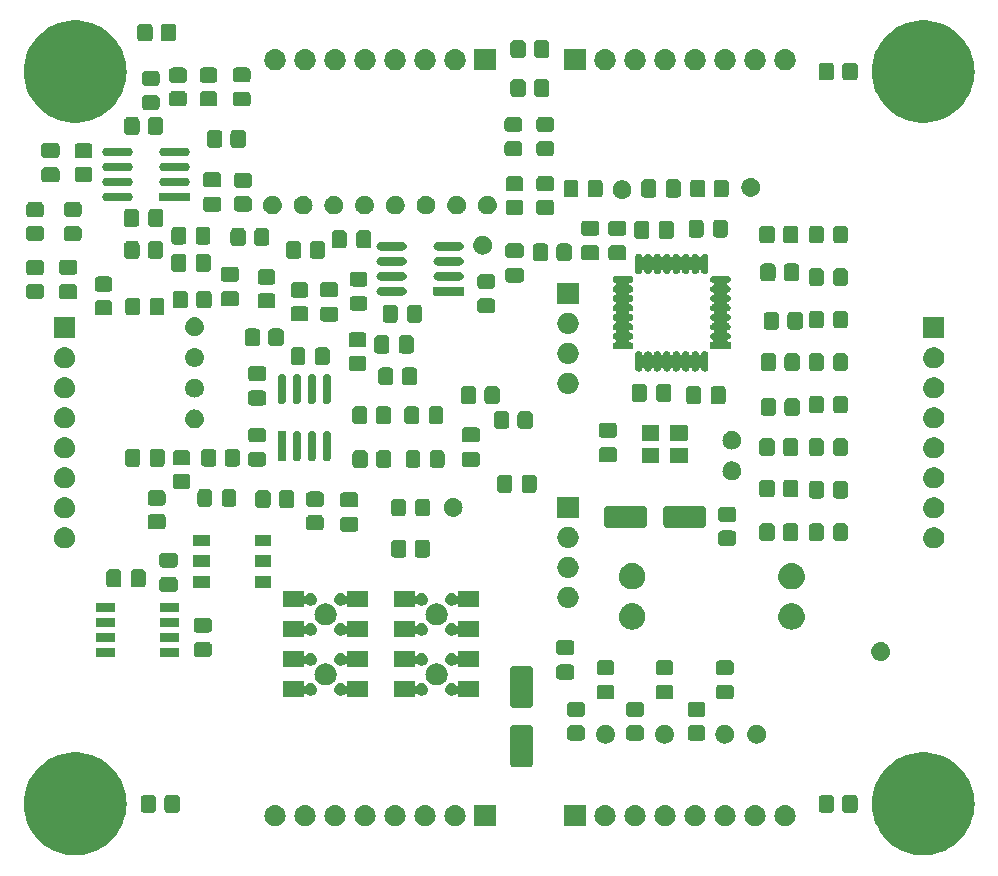
<source format=gbr>
%TF.GenerationSoftware,KiCad,Pcbnew,8.0.1*%
%TF.CreationDate,2024-07-10T20:20:09+03:00*%
%TF.ProjectId,Nodes,4e6f6465-732e-46b6-9963-61645f706362,rev?*%
%TF.SameCoordinates,Original*%
%TF.FileFunction,Soldermask,Top*%
%TF.FilePolarity,Negative*%
%FSLAX46Y46*%
G04 Gerber Fmt 4.6, Leading zero omitted, Abs format (unit mm)*
G04 Created by KiCad (PCBNEW 8.0.1) date 2024-07-10 20:20:09*
%MOMM*%
%LPD*%
G01*
G04 APERTURE LIST*
G04 APERTURE END LIST*
G36*
X105519070Y-131694277D02*
G01*
X105925551Y-131772620D01*
X106322746Y-131889246D01*
X106707055Y-132043101D01*
X107075000Y-132232789D01*
X107423248Y-132456595D01*
X107748644Y-132712489D01*
X108048243Y-132998156D01*
X108319331Y-133311008D01*
X108559453Y-133648212D01*
X108766434Y-134006715D01*
X108938401Y-134383268D01*
X109073794Y-134774463D01*
X109171390Y-135176757D01*
X109230303Y-135586506D01*
X109250000Y-136000000D01*
X109230303Y-136413494D01*
X109171390Y-136823243D01*
X109073794Y-137225537D01*
X108938401Y-137616732D01*
X108766434Y-137993285D01*
X108559453Y-138351788D01*
X108319331Y-138688992D01*
X108048243Y-139001844D01*
X107748644Y-139287511D01*
X107423248Y-139543405D01*
X107075000Y-139767211D01*
X106707055Y-139956899D01*
X106322746Y-140110754D01*
X105925551Y-140227380D01*
X105519070Y-140305723D01*
X105106981Y-140345073D01*
X104693019Y-140345073D01*
X104280930Y-140305723D01*
X103874449Y-140227380D01*
X103477254Y-140110754D01*
X103092945Y-139956899D01*
X102725000Y-139767211D01*
X102376752Y-139543405D01*
X102051356Y-139287511D01*
X101751757Y-139001844D01*
X101480669Y-138688992D01*
X101240547Y-138351788D01*
X101033566Y-137993285D01*
X100861599Y-137616732D01*
X100726206Y-137225537D01*
X100628610Y-136823243D01*
X100569697Y-136413494D01*
X100550000Y-136000000D01*
X100569697Y-135586506D01*
X100628610Y-135176757D01*
X100726206Y-134774463D01*
X100861599Y-134383268D01*
X101033566Y-134006715D01*
X101240547Y-133648212D01*
X101480669Y-133311008D01*
X101751757Y-132998156D01*
X102051356Y-132712489D01*
X102376752Y-132456595D01*
X102725000Y-132232789D01*
X103092945Y-132043101D01*
X103477254Y-131889246D01*
X103874449Y-131772620D01*
X104280930Y-131694277D01*
X104693019Y-131654927D01*
X105106981Y-131654927D01*
X105519070Y-131694277D01*
G37*
G36*
X177319070Y-131694277D02*
G01*
X177725551Y-131772620D01*
X178122746Y-131889246D01*
X178507055Y-132043101D01*
X178875000Y-132232789D01*
X179223248Y-132456595D01*
X179548644Y-132712489D01*
X179848243Y-132998156D01*
X180119331Y-133311008D01*
X180359453Y-133648212D01*
X180566434Y-134006715D01*
X180738401Y-134383268D01*
X180873794Y-134774463D01*
X180971390Y-135176757D01*
X181030303Y-135586506D01*
X181050000Y-136000000D01*
X181030303Y-136413494D01*
X180971390Y-136823243D01*
X180873794Y-137225537D01*
X180738401Y-137616732D01*
X180566434Y-137993285D01*
X180359453Y-138351788D01*
X180119331Y-138688992D01*
X179848243Y-139001844D01*
X179548644Y-139287511D01*
X179223248Y-139543405D01*
X178875000Y-139767211D01*
X178507055Y-139956899D01*
X178122746Y-140110754D01*
X177725551Y-140227380D01*
X177319070Y-140305723D01*
X176906981Y-140345073D01*
X176493019Y-140345073D01*
X176080930Y-140305723D01*
X175674449Y-140227380D01*
X175277254Y-140110754D01*
X174892945Y-139956899D01*
X174525000Y-139767211D01*
X174176752Y-139543405D01*
X173851356Y-139287511D01*
X173551757Y-139001844D01*
X173280669Y-138688992D01*
X173040547Y-138351788D01*
X172833566Y-137993285D01*
X172661599Y-137616732D01*
X172526206Y-137225537D01*
X172428610Y-136823243D01*
X172369697Y-136413494D01*
X172350000Y-136000000D01*
X172369697Y-135586506D01*
X172428610Y-135176757D01*
X172526206Y-134774463D01*
X172661599Y-134383268D01*
X172833566Y-134006715D01*
X173040547Y-133648212D01*
X173280669Y-133311008D01*
X173551757Y-132998156D01*
X173851356Y-132712489D01*
X174176752Y-132456595D01*
X174525000Y-132232789D01*
X174892945Y-132043101D01*
X175277254Y-131889246D01*
X175674449Y-131772620D01*
X176080930Y-131694277D01*
X176493019Y-131654927D01*
X176906981Y-131654927D01*
X177319070Y-131694277D01*
G37*
G36*
X140469134Y-136103806D02*
G01*
X140485355Y-136114645D01*
X140496194Y-136130866D01*
X140500000Y-136150000D01*
X140500000Y-137850000D01*
X140496194Y-137869134D01*
X140485355Y-137885355D01*
X140469134Y-137896194D01*
X140450000Y-137900000D01*
X138750000Y-137900000D01*
X138730866Y-137896194D01*
X138714645Y-137885355D01*
X138703806Y-137869134D01*
X138700000Y-137850000D01*
X138700000Y-136150000D01*
X138703806Y-136130866D01*
X138714645Y-136114645D01*
X138730866Y-136103806D01*
X138750000Y-136100000D01*
X140450000Y-136100000D01*
X140469134Y-136103806D01*
G37*
G36*
X148089134Y-136103806D02*
G01*
X148105355Y-136114645D01*
X148116194Y-136130866D01*
X148120000Y-136150000D01*
X148120000Y-137850000D01*
X148116194Y-137869134D01*
X148105355Y-137885355D01*
X148089134Y-137896194D01*
X148070000Y-137900000D01*
X146370000Y-137900000D01*
X146350866Y-137896194D01*
X146334645Y-137885355D01*
X146323806Y-137869134D01*
X146320000Y-137850000D01*
X146320000Y-136150000D01*
X146323806Y-136130866D01*
X146334645Y-136114645D01*
X146350866Y-136103806D01*
X146370000Y-136100000D01*
X148070000Y-136100000D01*
X148089134Y-136103806D01*
G37*
G36*
X121865151Y-136104930D02*
G01*
X121914076Y-136104930D01*
X121956321Y-136113909D01*
X121995485Y-136117767D01*
X122044689Y-136132693D01*
X122098115Y-136144049D01*
X122132300Y-136159269D01*
X122164230Y-136168955D01*
X122214971Y-136196076D01*
X122270000Y-136220577D01*
X122295583Y-136239164D01*
X122319743Y-136252078D01*
X122369023Y-136292521D01*
X122422218Y-136331170D01*
X122439491Y-136350354D01*
X122456053Y-136363946D01*
X122500563Y-136418182D01*
X122548115Y-136470993D01*
X122558103Y-136488293D01*
X122567921Y-136500256D01*
X122604237Y-136568200D01*
X122642191Y-136633937D01*
X122646557Y-136647374D01*
X122651044Y-136655769D01*
X122675779Y-136737311D01*
X122700333Y-136812879D01*
X122701197Y-136821103D01*
X122702232Y-136824514D01*
X122712305Y-136926787D01*
X122720000Y-137000000D01*
X122712304Y-137073218D01*
X122702232Y-137175485D01*
X122701197Y-137178895D01*
X122700333Y-137187121D01*
X122675774Y-137262702D01*
X122651044Y-137344230D01*
X122646558Y-137352622D01*
X122642191Y-137366063D01*
X122604230Y-137431812D01*
X122567921Y-137499743D01*
X122558105Y-137511703D01*
X122548115Y-137529007D01*
X122500554Y-137581828D01*
X122456053Y-137636053D01*
X122439494Y-137649642D01*
X122422218Y-137668830D01*
X122369012Y-137707486D01*
X122319743Y-137747921D01*
X122295588Y-137760831D01*
X122270000Y-137779423D01*
X122214960Y-137803928D01*
X122164230Y-137831044D01*
X122132307Y-137840727D01*
X122098115Y-137855951D01*
X122044678Y-137867309D01*
X121995485Y-137882232D01*
X121956330Y-137886088D01*
X121914076Y-137895070D01*
X121865140Y-137895070D01*
X121820000Y-137899516D01*
X121774859Y-137895070D01*
X121725924Y-137895070D01*
X121683669Y-137886088D01*
X121644514Y-137882232D01*
X121595317Y-137867308D01*
X121541885Y-137855951D01*
X121507694Y-137840728D01*
X121475769Y-137831044D01*
X121425033Y-137803925D01*
X121370000Y-137779423D01*
X121344413Y-137760833D01*
X121320256Y-137747921D01*
X121270978Y-137707479D01*
X121217782Y-137668830D01*
X121200507Y-137649645D01*
X121183946Y-137636053D01*
X121139434Y-137581815D01*
X121091885Y-137529007D01*
X121081897Y-137511707D01*
X121072078Y-137499743D01*
X121035756Y-137431788D01*
X120997809Y-137366063D01*
X120993443Y-137352627D01*
X120988955Y-137344230D01*
X120964210Y-137262656D01*
X120939667Y-137187121D01*
X120938802Y-137178900D01*
X120937767Y-137175485D01*
X120927679Y-137073067D01*
X120920000Y-137000000D01*
X120927678Y-136926939D01*
X120937767Y-136824514D01*
X120938803Y-136821098D01*
X120939667Y-136812879D01*
X120964205Y-136737357D01*
X120988955Y-136655769D01*
X120993444Y-136647369D01*
X120997809Y-136633937D01*
X121035748Y-136568223D01*
X121072078Y-136500256D01*
X121081899Y-136488289D01*
X121091885Y-136470993D01*
X121139424Y-136418194D01*
X121183946Y-136363946D01*
X121200511Y-136350350D01*
X121217782Y-136331170D01*
X121270968Y-136292527D01*
X121320256Y-136252078D01*
X121344419Y-136239162D01*
X121370000Y-136220577D01*
X121425022Y-136196079D01*
X121475769Y-136168955D01*
X121507701Y-136159268D01*
X121541885Y-136144049D01*
X121595306Y-136132693D01*
X121644514Y-136117767D01*
X121683678Y-136113909D01*
X121725924Y-136104930D01*
X121774849Y-136104930D01*
X121820000Y-136100483D01*
X121865151Y-136104930D01*
G37*
G36*
X124405151Y-136104930D02*
G01*
X124454076Y-136104930D01*
X124496321Y-136113909D01*
X124535485Y-136117767D01*
X124584689Y-136132693D01*
X124638115Y-136144049D01*
X124672300Y-136159269D01*
X124704230Y-136168955D01*
X124754971Y-136196076D01*
X124810000Y-136220577D01*
X124835583Y-136239164D01*
X124859743Y-136252078D01*
X124909023Y-136292521D01*
X124962218Y-136331170D01*
X124979491Y-136350354D01*
X124996053Y-136363946D01*
X125040563Y-136418182D01*
X125088115Y-136470993D01*
X125098103Y-136488293D01*
X125107921Y-136500256D01*
X125144237Y-136568200D01*
X125182191Y-136633937D01*
X125186557Y-136647374D01*
X125191044Y-136655769D01*
X125215779Y-136737311D01*
X125240333Y-136812879D01*
X125241197Y-136821103D01*
X125242232Y-136824514D01*
X125252305Y-136926787D01*
X125260000Y-137000000D01*
X125252304Y-137073218D01*
X125242232Y-137175485D01*
X125241197Y-137178895D01*
X125240333Y-137187121D01*
X125215774Y-137262702D01*
X125191044Y-137344230D01*
X125186558Y-137352622D01*
X125182191Y-137366063D01*
X125144230Y-137431812D01*
X125107921Y-137499743D01*
X125098105Y-137511703D01*
X125088115Y-137529007D01*
X125040554Y-137581828D01*
X124996053Y-137636053D01*
X124979494Y-137649642D01*
X124962218Y-137668830D01*
X124909012Y-137707486D01*
X124859743Y-137747921D01*
X124835588Y-137760831D01*
X124810000Y-137779423D01*
X124754960Y-137803928D01*
X124704230Y-137831044D01*
X124672307Y-137840727D01*
X124638115Y-137855951D01*
X124584678Y-137867309D01*
X124535485Y-137882232D01*
X124496330Y-137886088D01*
X124454076Y-137895070D01*
X124405140Y-137895070D01*
X124360000Y-137899516D01*
X124314859Y-137895070D01*
X124265924Y-137895070D01*
X124223669Y-137886088D01*
X124184514Y-137882232D01*
X124135317Y-137867308D01*
X124081885Y-137855951D01*
X124047694Y-137840728D01*
X124015769Y-137831044D01*
X123965033Y-137803925D01*
X123910000Y-137779423D01*
X123884413Y-137760833D01*
X123860256Y-137747921D01*
X123810978Y-137707479D01*
X123757782Y-137668830D01*
X123740507Y-137649645D01*
X123723946Y-137636053D01*
X123679434Y-137581815D01*
X123631885Y-137529007D01*
X123621897Y-137511707D01*
X123612078Y-137499743D01*
X123575756Y-137431788D01*
X123537809Y-137366063D01*
X123533443Y-137352627D01*
X123528955Y-137344230D01*
X123504210Y-137262656D01*
X123479667Y-137187121D01*
X123478802Y-137178900D01*
X123477767Y-137175485D01*
X123467679Y-137073067D01*
X123460000Y-137000000D01*
X123467678Y-136926939D01*
X123477767Y-136824514D01*
X123478803Y-136821098D01*
X123479667Y-136812879D01*
X123504205Y-136737357D01*
X123528955Y-136655769D01*
X123533444Y-136647369D01*
X123537809Y-136633937D01*
X123575748Y-136568223D01*
X123612078Y-136500256D01*
X123621899Y-136488289D01*
X123631885Y-136470993D01*
X123679424Y-136418194D01*
X123723946Y-136363946D01*
X123740511Y-136350350D01*
X123757782Y-136331170D01*
X123810968Y-136292527D01*
X123860256Y-136252078D01*
X123884419Y-136239162D01*
X123910000Y-136220577D01*
X123965022Y-136196079D01*
X124015769Y-136168955D01*
X124047701Y-136159268D01*
X124081885Y-136144049D01*
X124135306Y-136132693D01*
X124184514Y-136117767D01*
X124223678Y-136113909D01*
X124265924Y-136104930D01*
X124314849Y-136104930D01*
X124360000Y-136100483D01*
X124405151Y-136104930D01*
G37*
G36*
X126945151Y-136104930D02*
G01*
X126994076Y-136104930D01*
X127036321Y-136113909D01*
X127075485Y-136117767D01*
X127124689Y-136132693D01*
X127178115Y-136144049D01*
X127212300Y-136159269D01*
X127244230Y-136168955D01*
X127294971Y-136196076D01*
X127350000Y-136220577D01*
X127375583Y-136239164D01*
X127399743Y-136252078D01*
X127449023Y-136292521D01*
X127502218Y-136331170D01*
X127519491Y-136350354D01*
X127536053Y-136363946D01*
X127580563Y-136418182D01*
X127628115Y-136470993D01*
X127638103Y-136488293D01*
X127647921Y-136500256D01*
X127684237Y-136568200D01*
X127722191Y-136633937D01*
X127726557Y-136647374D01*
X127731044Y-136655769D01*
X127755779Y-136737311D01*
X127780333Y-136812879D01*
X127781197Y-136821103D01*
X127782232Y-136824514D01*
X127792305Y-136926787D01*
X127800000Y-137000000D01*
X127792304Y-137073218D01*
X127782232Y-137175485D01*
X127781197Y-137178895D01*
X127780333Y-137187121D01*
X127755774Y-137262702D01*
X127731044Y-137344230D01*
X127726558Y-137352622D01*
X127722191Y-137366063D01*
X127684230Y-137431812D01*
X127647921Y-137499743D01*
X127638105Y-137511703D01*
X127628115Y-137529007D01*
X127580554Y-137581828D01*
X127536053Y-137636053D01*
X127519494Y-137649642D01*
X127502218Y-137668830D01*
X127449012Y-137707486D01*
X127399743Y-137747921D01*
X127375588Y-137760831D01*
X127350000Y-137779423D01*
X127294960Y-137803928D01*
X127244230Y-137831044D01*
X127212307Y-137840727D01*
X127178115Y-137855951D01*
X127124678Y-137867309D01*
X127075485Y-137882232D01*
X127036330Y-137886088D01*
X126994076Y-137895070D01*
X126945140Y-137895070D01*
X126900000Y-137899516D01*
X126854859Y-137895070D01*
X126805924Y-137895070D01*
X126763669Y-137886088D01*
X126724514Y-137882232D01*
X126675317Y-137867308D01*
X126621885Y-137855951D01*
X126587694Y-137840728D01*
X126555769Y-137831044D01*
X126505033Y-137803925D01*
X126450000Y-137779423D01*
X126424413Y-137760833D01*
X126400256Y-137747921D01*
X126350978Y-137707479D01*
X126297782Y-137668830D01*
X126280507Y-137649645D01*
X126263946Y-137636053D01*
X126219434Y-137581815D01*
X126171885Y-137529007D01*
X126161897Y-137511707D01*
X126152078Y-137499743D01*
X126115756Y-137431788D01*
X126077809Y-137366063D01*
X126073443Y-137352627D01*
X126068955Y-137344230D01*
X126044210Y-137262656D01*
X126019667Y-137187121D01*
X126018802Y-137178900D01*
X126017767Y-137175485D01*
X126007679Y-137073067D01*
X126000000Y-137000000D01*
X126007678Y-136926939D01*
X126017767Y-136824514D01*
X126018803Y-136821098D01*
X126019667Y-136812879D01*
X126044205Y-136737357D01*
X126068955Y-136655769D01*
X126073444Y-136647369D01*
X126077809Y-136633937D01*
X126115748Y-136568223D01*
X126152078Y-136500256D01*
X126161899Y-136488289D01*
X126171885Y-136470993D01*
X126219424Y-136418194D01*
X126263946Y-136363946D01*
X126280511Y-136350350D01*
X126297782Y-136331170D01*
X126350968Y-136292527D01*
X126400256Y-136252078D01*
X126424419Y-136239162D01*
X126450000Y-136220577D01*
X126505022Y-136196079D01*
X126555769Y-136168955D01*
X126587701Y-136159268D01*
X126621885Y-136144049D01*
X126675306Y-136132693D01*
X126724514Y-136117767D01*
X126763678Y-136113909D01*
X126805924Y-136104930D01*
X126854849Y-136104930D01*
X126900000Y-136100483D01*
X126945151Y-136104930D01*
G37*
G36*
X129485151Y-136104930D02*
G01*
X129534076Y-136104930D01*
X129576321Y-136113909D01*
X129615485Y-136117767D01*
X129664689Y-136132693D01*
X129718115Y-136144049D01*
X129752300Y-136159269D01*
X129784230Y-136168955D01*
X129834971Y-136196076D01*
X129890000Y-136220577D01*
X129915583Y-136239164D01*
X129939743Y-136252078D01*
X129989023Y-136292521D01*
X130042218Y-136331170D01*
X130059491Y-136350354D01*
X130076053Y-136363946D01*
X130120563Y-136418182D01*
X130168115Y-136470993D01*
X130178103Y-136488293D01*
X130187921Y-136500256D01*
X130224237Y-136568200D01*
X130262191Y-136633937D01*
X130266557Y-136647374D01*
X130271044Y-136655769D01*
X130295779Y-136737311D01*
X130320333Y-136812879D01*
X130321197Y-136821103D01*
X130322232Y-136824514D01*
X130332305Y-136926787D01*
X130340000Y-137000000D01*
X130332304Y-137073218D01*
X130322232Y-137175485D01*
X130321197Y-137178895D01*
X130320333Y-137187121D01*
X130295774Y-137262702D01*
X130271044Y-137344230D01*
X130266558Y-137352622D01*
X130262191Y-137366063D01*
X130224230Y-137431812D01*
X130187921Y-137499743D01*
X130178105Y-137511703D01*
X130168115Y-137529007D01*
X130120554Y-137581828D01*
X130076053Y-137636053D01*
X130059494Y-137649642D01*
X130042218Y-137668830D01*
X129989012Y-137707486D01*
X129939743Y-137747921D01*
X129915588Y-137760831D01*
X129890000Y-137779423D01*
X129834960Y-137803928D01*
X129784230Y-137831044D01*
X129752307Y-137840727D01*
X129718115Y-137855951D01*
X129664678Y-137867309D01*
X129615485Y-137882232D01*
X129576330Y-137886088D01*
X129534076Y-137895070D01*
X129485140Y-137895070D01*
X129440000Y-137899516D01*
X129394859Y-137895070D01*
X129345924Y-137895070D01*
X129303669Y-137886088D01*
X129264514Y-137882232D01*
X129215317Y-137867308D01*
X129161885Y-137855951D01*
X129127694Y-137840728D01*
X129095769Y-137831044D01*
X129045033Y-137803925D01*
X128990000Y-137779423D01*
X128964413Y-137760833D01*
X128940256Y-137747921D01*
X128890978Y-137707479D01*
X128837782Y-137668830D01*
X128820507Y-137649645D01*
X128803946Y-137636053D01*
X128759434Y-137581815D01*
X128711885Y-137529007D01*
X128701897Y-137511707D01*
X128692078Y-137499743D01*
X128655756Y-137431788D01*
X128617809Y-137366063D01*
X128613443Y-137352627D01*
X128608955Y-137344230D01*
X128584210Y-137262656D01*
X128559667Y-137187121D01*
X128558802Y-137178900D01*
X128557767Y-137175485D01*
X128547679Y-137073067D01*
X128540000Y-137000000D01*
X128547678Y-136926939D01*
X128557767Y-136824514D01*
X128558803Y-136821098D01*
X128559667Y-136812879D01*
X128584205Y-136737357D01*
X128608955Y-136655769D01*
X128613444Y-136647369D01*
X128617809Y-136633937D01*
X128655748Y-136568223D01*
X128692078Y-136500256D01*
X128701899Y-136488289D01*
X128711885Y-136470993D01*
X128759424Y-136418194D01*
X128803946Y-136363946D01*
X128820511Y-136350350D01*
X128837782Y-136331170D01*
X128890968Y-136292527D01*
X128940256Y-136252078D01*
X128964419Y-136239162D01*
X128990000Y-136220577D01*
X129045022Y-136196079D01*
X129095769Y-136168955D01*
X129127701Y-136159268D01*
X129161885Y-136144049D01*
X129215306Y-136132693D01*
X129264514Y-136117767D01*
X129303678Y-136113909D01*
X129345924Y-136104930D01*
X129394849Y-136104930D01*
X129440000Y-136100483D01*
X129485151Y-136104930D01*
G37*
G36*
X132025151Y-136104930D02*
G01*
X132074076Y-136104930D01*
X132116321Y-136113909D01*
X132155485Y-136117767D01*
X132204689Y-136132693D01*
X132258115Y-136144049D01*
X132292300Y-136159269D01*
X132324230Y-136168955D01*
X132374971Y-136196076D01*
X132430000Y-136220577D01*
X132455583Y-136239164D01*
X132479743Y-136252078D01*
X132529023Y-136292521D01*
X132582218Y-136331170D01*
X132599491Y-136350354D01*
X132616053Y-136363946D01*
X132660563Y-136418182D01*
X132708115Y-136470993D01*
X132718103Y-136488293D01*
X132727921Y-136500256D01*
X132764237Y-136568200D01*
X132802191Y-136633937D01*
X132806557Y-136647374D01*
X132811044Y-136655769D01*
X132835779Y-136737311D01*
X132860333Y-136812879D01*
X132861197Y-136821103D01*
X132862232Y-136824514D01*
X132872305Y-136926787D01*
X132880000Y-137000000D01*
X132872304Y-137073218D01*
X132862232Y-137175485D01*
X132861197Y-137178895D01*
X132860333Y-137187121D01*
X132835774Y-137262702D01*
X132811044Y-137344230D01*
X132806558Y-137352622D01*
X132802191Y-137366063D01*
X132764230Y-137431812D01*
X132727921Y-137499743D01*
X132718105Y-137511703D01*
X132708115Y-137529007D01*
X132660554Y-137581828D01*
X132616053Y-137636053D01*
X132599494Y-137649642D01*
X132582218Y-137668830D01*
X132529012Y-137707486D01*
X132479743Y-137747921D01*
X132455588Y-137760831D01*
X132430000Y-137779423D01*
X132374960Y-137803928D01*
X132324230Y-137831044D01*
X132292307Y-137840727D01*
X132258115Y-137855951D01*
X132204678Y-137867309D01*
X132155485Y-137882232D01*
X132116330Y-137886088D01*
X132074076Y-137895070D01*
X132025140Y-137895070D01*
X131980000Y-137899516D01*
X131934859Y-137895070D01*
X131885924Y-137895070D01*
X131843669Y-137886088D01*
X131804514Y-137882232D01*
X131755317Y-137867308D01*
X131701885Y-137855951D01*
X131667694Y-137840728D01*
X131635769Y-137831044D01*
X131585033Y-137803925D01*
X131530000Y-137779423D01*
X131504413Y-137760833D01*
X131480256Y-137747921D01*
X131430978Y-137707479D01*
X131377782Y-137668830D01*
X131360507Y-137649645D01*
X131343946Y-137636053D01*
X131299434Y-137581815D01*
X131251885Y-137529007D01*
X131241897Y-137511707D01*
X131232078Y-137499743D01*
X131195756Y-137431788D01*
X131157809Y-137366063D01*
X131153443Y-137352627D01*
X131148955Y-137344230D01*
X131124210Y-137262656D01*
X131099667Y-137187121D01*
X131098802Y-137178900D01*
X131097767Y-137175485D01*
X131087679Y-137073067D01*
X131080000Y-137000000D01*
X131087678Y-136926939D01*
X131097767Y-136824514D01*
X131098803Y-136821098D01*
X131099667Y-136812879D01*
X131124205Y-136737357D01*
X131148955Y-136655769D01*
X131153444Y-136647369D01*
X131157809Y-136633937D01*
X131195748Y-136568223D01*
X131232078Y-136500256D01*
X131241899Y-136488289D01*
X131251885Y-136470993D01*
X131299424Y-136418194D01*
X131343946Y-136363946D01*
X131360511Y-136350350D01*
X131377782Y-136331170D01*
X131430968Y-136292527D01*
X131480256Y-136252078D01*
X131504419Y-136239162D01*
X131530000Y-136220577D01*
X131585022Y-136196079D01*
X131635769Y-136168955D01*
X131667701Y-136159268D01*
X131701885Y-136144049D01*
X131755306Y-136132693D01*
X131804514Y-136117767D01*
X131843678Y-136113909D01*
X131885924Y-136104930D01*
X131934849Y-136104930D01*
X131980000Y-136100483D01*
X132025151Y-136104930D01*
G37*
G36*
X134565151Y-136104930D02*
G01*
X134614076Y-136104930D01*
X134656321Y-136113909D01*
X134695485Y-136117767D01*
X134744689Y-136132693D01*
X134798115Y-136144049D01*
X134832300Y-136159269D01*
X134864230Y-136168955D01*
X134914971Y-136196076D01*
X134970000Y-136220577D01*
X134995583Y-136239164D01*
X135019743Y-136252078D01*
X135069023Y-136292521D01*
X135122218Y-136331170D01*
X135139491Y-136350354D01*
X135156053Y-136363946D01*
X135200563Y-136418182D01*
X135248115Y-136470993D01*
X135258103Y-136488293D01*
X135267921Y-136500256D01*
X135304237Y-136568200D01*
X135342191Y-136633937D01*
X135346557Y-136647374D01*
X135351044Y-136655769D01*
X135375779Y-136737311D01*
X135400333Y-136812879D01*
X135401197Y-136821103D01*
X135402232Y-136824514D01*
X135412305Y-136926787D01*
X135420000Y-137000000D01*
X135412304Y-137073218D01*
X135402232Y-137175485D01*
X135401197Y-137178895D01*
X135400333Y-137187121D01*
X135375774Y-137262702D01*
X135351044Y-137344230D01*
X135346558Y-137352622D01*
X135342191Y-137366063D01*
X135304230Y-137431812D01*
X135267921Y-137499743D01*
X135258105Y-137511703D01*
X135248115Y-137529007D01*
X135200554Y-137581828D01*
X135156053Y-137636053D01*
X135139494Y-137649642D01*
X135122218Y-137668830D01*
X135069012Y-137707486D01*
X135019743Y-137747921D01*
X134995588Y-137760831D01*
X134970000Y-137779423D01*
X134914960Y-137803928D01*
X134864230Y-137831044D01*
X134832307Y-137840727D01*
X134798115Y-137855951D01*
X134744678Y-137867309D01*
X134695485Y-137882232D01*
X134656330Y-137886088D01*
X134614076Y-137895070D01*
X134565140Y-137895070D01*
X134520000Y-137899516D01*
X134474859Y-137895070D01*
X134425924Y-137895070D01*
X134383669Y-137886088D01*
X134344514Y-137882232D01*
X134295317Y-137867308D01*
X134241885Y-137855951D01*
X134207694Y-137840728D01*
X134175769Y-137831044D01*
X134125033Y-137803925D01*
X134070000Y-137779423D01*
X134044413Y-137760833D01*
X134020256Y-137747921D01*
X133970978Y-137707479D01*
X133917782Y-137668830D01*
X133900507Y-137649645D01*
X133883946Y-137636053D01*
X133839434Y-137581815D01*
X133791885Y-137529007D01*
X133781897Y-137511707D01*
X133772078Y-137499743D01*
X133735756Y-137431788D01*
X133697809Y-137366063D01*
X133693443Y-137352627D01*
X133688955Y-137344230D01*
X133664210Y-137262656D01*
X133639667Y-137187121D01*
X133638802Y-137178900D01*
X133637767Y-137175485D01*
X133627679Y-137073067D01*
X133620000Y-137000000D01*
X133627678Y-136926939D01*
X133637767Y-136824514D01*
X133638803Y-136821098D01*
X133639667Y-136812879D01*
X133664205Y-136737357D01*
X133688955Y-136655769D01*
X133693444Y-136647369D01*
X133697809Y-136633937D01*
X133735748Y-136568223D01*
X133772078Y-136500256D01*
X133781899Y-136488289D01*
X133791885Y-136470993D01*
X133839424Y-136418194D01*
X133883946Y-136363946D01*
X133900511Y-136350350D01*
X133917782Y-136331170D01*
X133970968Y-136292527D01*
X134020256Y-136252078D01*
X134044419Y-136239162D01*
X134070000Y-136220577D01*
X134125022Y-136196079D01*
X134175769Y-136168955D01*
X134207701Y-136159268D01*
X134241885Y-136144049D01*
X134295306Y-136132693D01*
X134344514Y-136117767D01*
X134383678Y-136113909D01*
X134425924Y-136104930D01*
X134474849Y-136104930D01*
X134520000Y-136100483D01*
X134565151Y-136104930D01*
G37*
G36*
X137105151Y-136104930D02*
G01*
X137154076Y-136104930D01*
X137196321Y-136113909D01*
X137235485Y-136117767D01*
X137284689Y-136132693D01*
X137338115Y-136144049D01*
X137372300Y-136159269D01*
X137404230Y-136168955D01*
X137454971Y-136196076D01*
X137510000Y-136220577D01*
X137535583Y-136239164D01*
X137559743Y-136252078D01*
X137609023Y-136292521D01*
X137662218Y-136331170D01*
X137679491Y-136350354D01*
X137696053Y-136363946D01*
X137740563Y-136418182D01*
X137788115Y-136470993D01*
X137798103Y-136488293D01*
X137807921Y-136500256D01*
X137844237Y-136568200D01*
X137882191Y-136633937D01*
X137886557Y-136647374D01*
X137891044Y-136655769D01*
X137915779Y-136737311D01*
X137940333Y-136812879D01*
X137941197Y-136821103D01*
X137942232Y-136824514D01*
X137952305Y-136926787D01*
X137960000Y-137000000D01*
X137952304Y-137073218D01*
X137942232Y-137175485D01*
X137941197Y-137178895D01*
X137940333Y-137187121D01*
X137915774Y-137262702D01*
X137891044Y-137344230D01*
X137886558Y-137352622D01*
X137882191Y-137366063D01*
X137844230Y-137431812D01*
X137807921Y-137499743D01*
X137798105Y-137511703D01*
X137788115Y-137529007D01*
X137740554Y-137581828D01*
X137696053Y-137636053D01*
X137679494Y-137649642D01*
X137662218Y-137668830D01*
X137609012Y-137707486D01*
X137559743Y-137747921D01*
X137535588Y-137760831D01*
X137510000Y-137779423D01*
X137454960Y-137803928D01*
X137404230Y-137831044D01*
X137372307Y-137840727D01*
X137338115Y-137855951D01*
X137284678Y-137867309D01*
X137235485Y-137882232D01*
X137196330Y-137886088D01*
X137154076Y-137895070D01*
X137105140Y-137895070D01*
X137060000Y-137899516D01*
X137014859Y-137895070D01*
X136965924Y-137895070D01*
X136923669Y-137886088D01*
X136884514Y-137882232D01*
X136835317Y-137867308D01*
X136781885Y-137855951D01*
X136747694Y-137840728D01*
X136715769Y-137831044D01*
X136665033Y-137803925D01*
X136610000Y-137779423D01*
X136584413Y-137760833D01*
X136560256Y-137747921D01*
X136510978Y-137707479D01*
X136457782Y-137668830D01*
X136440507Y-137649645D01*
X136423946Y-137636053D01*
X136379434Y-137581815D01*
X136331885Y-137529007D01*
X136321897Y-137511707D01*
X136312078Y-137499743D01*
X136275756Y-137431788D01*
X136237809Y-137366063D01*
X136233443Y-137352627D01*
X136228955Y-137344230D01*
X136204210Y-137262656D01*
X136179667Y-137187121D01*
X136178802Y-137178900D01*
X136177767Y-137175485D01*
X136167679Y-137073067D01*
X136160000Y-137000000D01*
X136167678Y-136926939D01*
X136177767Y-136824514D01*
X136178803Y-136821098D01*
X136179667Y-136812879D01*
X136204205Y-136737357D01*
X136228955Y-136655769D01*
X136233444Y-136647369D01*
X136237809Y-136633937D01*
X136275748Y-136568223D01*
X136312078Y-136500256D01*
X136321899Y-136488289D01*
X136331885Y-136470993D01*
X136379424Y-136418194D01*
X136423946Y-136363946D01*
X136440511Y-136350350D01*
X136457782Y-136331170D01*
X136510968Y-136292527D01*
X136560256Y-136252078D01*
X136584419Y-136239162D01*
X136610000Y-136220577D01*
X136665022Y-136196079D01*
X136715769Y-136168955D01*
X136747701Y-136159268D01*
X136781885Y-136144049D01*
X136835306Y-136132693D01*
X136884514Y-136117767D01*
X136923678Y-136113909D01*
X136965924Y-136104930D01*
X137014849Y-136104930D01*
X137060000Y-136100483D01*
X137105151Y-136104930D01*
G37*
G36*
X149805151Y-136104930D02*
G01*
X149854076Y-136104930D01*
X149896321Y-136113909D01*
X149935485Y-136117767D01*
X149984689Y-136132693D01*
X150038115Y-136144049D01*
X150072300Y-136159269D01*
X150104230Y-136168955D01*
X150154971Y-136196076D01*
X150210000Y-136220577D01*
X150235583Y-136239164D01*
X150259743Y-136252078D01*
X150309023Y-136292521D01*
X150362218Y-136331170D01*
X150379491Y-136350354D01*
X150396053Y-136363946D01*
X150440563Y-136418182D01*
X150488115Y-136470993D01*
X150498103Y-136488293D01*
X150507921Y-136500256D01*
X150544237Y-136568200D01*
X150582191Y-136633937D01*
X150586557Y-136647374D01*
X150591044Y-136655769D01*
X150615779Y-136737311D01*
X150640333Y-136812879D01*
X150641197Y-136821103D01*
X150642232Y-136824514D01*
X150652305Y-136926787D01*
X150660000Y-137000000D01*
X150652304Y-137073218D01*
X150642232Y-137175485D01*
X150641197Y-137178895D01*
X150640333Y-137187121D01*
X150615774Y-137262702D01*
X150591044Y-137344230D01*
X150586558Y-137352622D01*
X150582191Y-137366063D01*
X150544230Y-137431812D01*
X150507921Y-137499743D01*
X150498105Y-137511703D01*
X150488115Y-137529007D01*
X150440554Y-137581828D01*
X150396053Y-137636053D01*
X150379494Y-137649642D01*
X150362218Y-137668830D01*
X150309012Y-137707486D01*
X150259743Y-137747921D01*
X150235588Y-137760831D01*
X150210000Y-137779423D01*
X150154960Y-137803928D01*
X150104230Y-137831044D01*
X150072307Y-137840727D01*
X150038115Y-137855951D01*
X149984678Y-137867309D01*
X149935485Y-137882232D01*
X149896330Y-137886088D01*
X149854076Y-137895070D01*
X149805140Y-137895070D01*
X149760000Y-137899516D01*
X149714859Y-137895070D01*
X149665924Y-137895070D01*
X149623669Y-137886088D01*
X149584514Y-137882232D01*
X149535317Y-137867308D01*
X149481885Y-137855951D01*
X149447694Y-137840728D01*
X149415769Y-137831044D01*
X149365033Y-137803925D01*
X149310000Y-137779423D01*
X149284413Y-137760833D01*
X149260256Y-137747921D01*
X149210978Y-137707479D01*
X149157782Y-137668830D01*
X149140507Y-137649645D01*
X149123946Y-137636053D01*
X149079434Y-137581815D01*
X149031885Y-137529007D01*
X149021897Y-137511707D01*
X149012078Y-137499743D01*
X148975756Y-137431788D01*
X148937809Y-137366063D01*
X148933443Y-137352627D01*
X148928955Y-137344230D01*
X148904210Y-137262656D01*
X148879667Y-137187121D01*
X148878802Y-137178900D01*
X148877767Y-137175485D01*
X148867679Y-137073067D01*
X148860000Y-137000000D01*
X148867678Y-136926939D01*
X148877767Y-136824514D01*
X148878803Y-136821098D01*
X148879667Y-136812879D01*
X148904205Y-136737357D01*
X148928955Y-136655769D01*
X148933444Y-136647369D01*
X148937809Y-136633937D01*
X148975748Y-136568223D01*
X149012078Y-136500256D01*
X149021899Y-136488289D01*
X149031885Y-136470993D01*
X149079424Y-136418194D01*
X149123946Y-136363946D01*
X149140511Y-136350350D01*
X149157782Y-136331170D01*
X149210968Y-136292527D01*
X149260256Y-136252078D01*
X149284419Y-136239162D01*
X149310000Y-136220577D01*
X149365022Y-136196079D01*
X149415769Y-136168955D01*
X149447701Y-136159268D01*
X149481885Y-136144049D01*
X149535306Y-136132693D01*
X149584514Y-136117767D01*
X149623678Y-136113909D01*
X149665924Y-136104930D01*
X149714849Y-136104930D01*
X149760000Y-136100483D01*
X149805151Y-136104930D01*
G37*
G36*
X152345151Y-136104930D02*
G01*
X152394076Y-136104930D01*
X152436321Y-136113909D01*
X152475485Y-136117767D01*
X152524689Y-136132693D01*
X152578115Y-136144049D01*
X152612300Y-136159269D01*
X152644230Y-136168955D01*
X152694971Y-136196076D01*
X152750000Y-136220577D01*
X152775583Y-136239164D01*
X152799743Y-136252078D01*
X152849023Y-136292521D01*
X152902218Y-136331170D01*
X152919491Y-136350354D01*
X152936053Y-136363946D01*
X152980563Y-136418182D01*
X153028115Y-136470993D01*
X153038103Y-136488293D01*
X153047921Y-136500256D01*
X153084237Y-136568200D01*
X153122191Y-136633937D01*
X153126557Y-136647374D01*
X153131044Y-136655769D01*
X153155779Y-136737311D01*
X153180333Y-136812879D01*
X153181197Y-136821103D01*
X153182232Y-136824514D01*
X153192305Y-136926787D01*
X153200000Y-137000000D01*
X153192304Y-137073218D01*
X153182232Y-137175485D01*
X153181197Y-137178895D01*
X153180333Y-137187121D01*
X153155774Y-137262702D01*
X153131044Y-137344230D01*
X153126558Y-137352622D01*
X153122191Y-137366063D01*
X153084230Y-137431812D01*
X153047921Y-137499743D01*
X153038105Y-137511703D01*
X153028115Y-137529007D01*
X152980554Y-137581828D01*
X152936053Y-137636053D01*
X152919494Y-137649642D01*
X152902218Y-137668830D01*
X152849012Y-137707486D01*
X152799743Y-137747921D01*
X152775588Y-137760831D01*
X152750000Y-137779423D01*
X152694960Y-137803928D01*
X152644230Y-137831044D01*
X152612307Y-137840727D01*
X152578115Y-137855951D01*
X152524678Y-137867309D01*
X152475485Y-137882232D01*
X152436330Y-137886088D01*
X152394076Y-137895070D01*
X152345140Y-137895070D01*
X152300000Y-137899516D01*
X152254859Y-137895070D01*
X152205924Y-137895070D01*
X152163669Y-137886088D01*
X152124514Y-137882232D01*
X152075317Y-137867308D01*
X152021885Y-137855951D01*
X151987694Y-137840728D01*
X151955769Y-137831044D01*
X151905033Y-137803925D01*
X151850000Y-137779423D01*
X151824413Y-137760833D01*
X151800256Y-137747921D01*
X151750978Y-137707479D01*
X151697782Y-137668830D01*
X151680507Y-137649645D01*
X151663946Y-137636053D01*
X151619434Y-137581815D01*
X151571885Y-137529007D01*
X151561897Y-137511707D01*
X151552078Y-137499743D01*
X151515756Y-137431788D01*
X151477809Y-137366063D01*
X151473443Y-137352627D01*
X151468955Y-137344230D01*
X151444210Y-137262656D01*
X151419667Y-137187121D01*
X151418802Y-137178900D01*
X151417767Y-137175485D01*
X151407679Y-137073067D01*
X151400000Y-137000000D01*
X151407678Y-136926939D01*
X151417767Y-136824514D01*
X151418803Y-136821098D01*
X151419667Y-136812879D01*
X151444205Y-136737357D01*
X151468955Y-136655769D01*
X151473444Y-136647369D01*
X151477809Y-136633937D01*
X151515748Y-136568223D01*
X151552078Y-136500256D01*
X151561899Y-136488289D01*
X151571885Y-136470993D01*
X151619424Y-136418194D01*
X151663946Y-136363946D01*
X151680511Y-136350350D01*
X151697782Y-136331170D01*
X151750968Y-136292527D01*
X151800256Y-136252078D01*
X151824419Y-136239162D01*
X151850000Y-136220577D01*
X151905022Y-136196079D01*
X151955769Y-136168955D01*
X151987701Y-136159268D01*
X152021885Y-136144049D01*
X152075306Y-136132693D01*
X152124514Y-136117767D01*
X152163678Y-136113909D01*
X152205924Y-136104930D01*
X152254849Y-136104930D01*
X152300000Y-136100483D01*
X152345151Y-136104930D01*
G37*
G36*
X154885151Y-136104930D02*
G01*
X154934076Y-136104930D01*
X154976321Y-136113909D01*
X155015485Y-136117767D01*
X155064689Y-136132693D01*
X155118115Y-136144049D01*
X155152300Y-136159269D01*
X155184230Y-136168955D01*
X155234971Y-136196076D01*
X155290000Y-136220577D01*
X155315583Y-136239164D01*
X155339743Y-136252078D01*
X155389023Y-136292521D01*
X155442218Y-136331170D01*
X155459491Y-136350354D01*
X155476053Y-136363946D01*
X155520563Y-136418182D01*
X155568115Y-136470993D01*
X155578103Y-136488293D01*
X155587921Y-136500256D01*
X155624237Y-136568200D01*
X155662191Y-136633937D01*
X155666557Y-136647374D01*
X155671044Y-136655769D01*
X155695779Y-136737311D01*
X155720333Y-136812879D01*
X155721197Y-136821103D01*
X155722232Y-136824514D01*
X155732305Y-136926787D01*
X155740000Y-137000000D01*
X155732304Y-137073218D01*
X155722232Y-137175485D01*
X155721197Y-137178895D01*
X155720333Y-137187121D01*
X155695774Y-137262702D01*
X155671044Y-137344230D01*
X155666558Y-137352622D01*
X155662191Y-137366063D01*
X155624230Y-137431812D01*
X155587921Y-137499743D01*
X155578105Y-137511703D01*
X155568115Y-137529007D01*
X155520554Y-137581828D01*
X155476053Y-137636053D01*
X155459494Y-137649642D01*
X155442218Y-137668830D01*
X155389012Y-137707486D01*
X155339743Y-137747921D01*
X155315588Y-137760831D01*
X155290000Y-137779423D01*
X155234960Y-137803928D01*
X155184230Y-137831044D01*
X155152307Y-137840727D01*
X155118115Y-137855951D01*
X155064678Y-137867309D01*
X155015485Y-137882232D01*
X154976330Y-137886088D01*
X154934076Y-137895070D01*
X154885140Y-137895070D01*
X154840000Y-137899516D01*
X154794859Y-137895070D01*
X154745924Y-137895070D01*
X154703669Y-137886088D01*
X154664514Y-137882232D01*
X154615317Y-137867308D01*
X154561885Y-137855951D01*
X154527694Y-137840728D01*
X154495769Y-137831044D01*
X154445033Y-137803925D01*
X154390000Y-137779423D01*
X154364413Y-137760833D01*
X154340256Y-137747921D01*
X154290978Y-137707479D01*
X154237782Y-137668830D01*
X154220507Y-137649645D01*
X154203946Y-137636053D01*
X154159434Y-137581815D01*
X154111885Y-137529007D01*
X154101897Y-137511707D01*
X154092078Y-137499743D01*
X154055756Y-137431788D01*
X154017809Y-137366063D01*
X154013443Y-137352627D01*
X154008955Y-137344230D01*
X153984210Y-137262656D01*
X153959667Y-137187121D01*
X153958802Y-137178900D01*
X153957767Y-137175485D01*
X153947679Y-137073067D01*
X153940000Y-137000000D01*
X153947678Y-136926939D01*
X153957767Y-136824514D01*
X153958803Y-136821098D01*
X153959667Y-136812879D01*
X153984205Y-136737357D01*
X154008955Y-136655769D01*
X154013444Y-136647369D01*
X154017809Y-136633937D01*
X154055748Y-136568223D01*
X154092078Y-136500256D01*
X154101899Y-136488289D01*
X154111885Y-136470993D01*
X154159424Y-136418194D01*
X154203946Y-136363946D01*
X154220511Y-136350350D01*
X154237782Y-136331170D01*
X154290968Y-136292527D01*
X154340256Y-136252078D01*
X154364419Y-136239162D01*
X154390000Y-136220577D01*
X154445022Y-136196079D01*
X154495769Y-136168955D01*
X154527701Y-136159268D01*
X154561885Y-136144049D01*
X154615306Y-136132693D01*
X154664514Y-136117767D01*
X154703678Y-136113909D01*
X154745924Y-136104930D01*
X154794849Y-136104930D01*
X154840000Y-136100483D01*
X154885151Y-136104930D01*
G37*
G36*
X157425151Y-136104930D02*
G01*
X157474076Y-136104930D01*
X157516321Y-136113909D01*
X157555485Y-136117767D01*
X157604689Y-136132693D01*
X157658115Y-136144049D01*
X157692300Y-136159269D01*
X157724230Y-136168955D01*
X157774971Y-136196076D01*
X157830000Y-136220577D01*
X157855583Y-136239164D01*
X157879743Y-136252078D01*
X157929023Y-136292521D01*
X157982218Y-136331170D01*
X157999491Y-136350354D01*
X158016053Y-136363946D01*
X158060563Y-136418182D01*
X158108115Y-136470993D01*
X158118103Y-136488293D01*
X158127921Y-136500256D01*
X158164237Y-136568200D01*
X158202191Y-136633937D01*
X158206557Y-136647374D01*
X158211044Y-136655769D01*
X158235779Y-136737311D01*
X158260333Y-136812879D01*
X158261197Y-136821103D01*
X158262232Y-136824514D01*
X158272305Y-136926787D01*
X158280000Y-137000000D01*
X158272304Y-137073218D01*
X158262232Y-137175485D01*
X158261197Y-137178895D01*
X158260333Y-137187121D01*
X158235774Y-137262702D01*
X158211044Y-137344230D01*
X158206558Y-137352622D01*
X158202191Y-137366063D01*
X158164230Y-137431812D01*
X158127921Y-137499743D01*
X158118105Y-137511703D01*
X158108115Y-137529007D01*
X158060554Y-137581828D01*
X158016053Y-137636053D01*
X157999494Y-137649642D01*
X157982218Y-137668830D01*
X157929012Y-137707486D01*
X157879743Y-137747921D01*
X157855588Y-137760831D01*
X157830000Y-137779423D01*
X157774960Y-137803928D01*
X157724230Y-137831044D01*
X157692307Y-137840727D01*
X157658115Y-137855951D01*
X157604678Y-137867309D01*
X157555485Y-137882232D01*
X157516330Y-137886088D01*
X157474076Y-137895070D01*
X157425140Y-137895070D01*
X157380000Y-137899516D01*
X157334859Y-137895070D01*
X157285924Y-137895070D01*
X157243669Y-137886088D01*
X157204514Y-137882232D01*
X157155317Y-137867308D01*
X157101885Y-137855951D01*
X157067694Y-137840728D01*
X157035769Y-137831044D01*
X156985033Y-137803925D01*
X156930000Y-137779423D01*
X156904413Y-137760833D01*
X156880256Y-137747921D01*
X156830978Y-137707479D01*
X156777782Y-137668830D01*
X156760507Y-137649645D01*
X156743946Y-137636053D01*
X156699434Y-137581815D01*
X156651885Y-137529007D01*
X156641897Y-137511707D01*
X156632078Y-137499743D01*
X156595756Y-137431788D01*
X156557809Y-137366063D01*
X156553443Y-137352627D01*
X156548955Y-137344230D01*
X156524210Y-137262656D01*
X156499667Y-137187121D01*
X156498802Y-137178900D01*
X156497767Y-137175485D01*
X156487679Y-137073067D01*
X156480000Y-137000000D01*
X156487678Y-136926939D01*
X156497767Y-136824514D01*
X156498803Y-136821098D01*
X156499667Y-136812879D01*
X156524205Y-136737357D01*
X156548955Y-136655769D01*
X156553444Y-136647369D01*
X156557809Y-136633937D01*
X156595748Y-136568223D01*
X156632078Y-136500256D01*
X156641899Y-136488289D01*
X156651885Y-136470993D01*
X156699424Y-136418194D01*
X156743946Y-136363946D01*
X156760511Y-136350350D01*
X156777782Y-136331170D01*
X156830968Y-136292527D01*
X156880256Y-136252078D01*
X156904419Y-136239162D01*
X156930000Y-136220577D01*
X156985022Y-136196079D01*
X157035769Y-136168955D01*
X157067701Y-136159268D01*
X157101885Y-136144049D01*
X157155306Y-136132693D01*
X157204514Y-136117767D01*
X157243678Y-136113909D01*
X157285924Y-136104930D01*
X157334849Y-136104930D01*
X157380000Y-136100483D01*
X157425151Y-136104930D01*
G37*
G36*
X159965151Y-136104930D02*
G01*
X160014076Y-136104930D01*
X160056321Y-136113909D01*
X160095485Y-136117767D01*
X160144689Y-136132693D01*
X160198115Y-136144049D01*
X160232300Y-136159269D01*
X160264230Y-136168955D01*
X160314971Y-136196076D01*
X160370000Y-136220577D01*
X160395583Y-136239164D01*
X160419743Y-136252078D01*
X160469023Y-136292521D01*
X160522218Y-136331170D01*
X160539491Y-136350354D01*
X160556053Y-136363946D01*
X160600563Y-136418182D01*
X160648115Y-136470993D01*
X160658103Y-136488293D01*
X160667921Y-136500256D01*
X160704237Y-136568200D01*
X160742191Y-136633937D01*
X160746557Y-136647374D01*
X160751044Y-136655769D01*
X160775779Y-136737311D01*
X160800333Y-136812879D01*
X160801197Y-136821103D01*
X160802232Y-136824514D01*
X160812305Y-136926787D01*
X160820000Y-137000000D01*
X160812304Y-137073218D01*
X160802232Y-137175485D01*
X160801197Y-137178895D01*
X160800333Y-137187121D01*
X160775774Y-137262702D01*
X160751044Y-137344230D01*
X160746558Y-137352622D01*
X160742191Y-137366063D01*
X160704230Y-137431812D01*
X160667921Y-137499743D01*
X160658105Y-137511703D01*
X160648115Y-137529007D01*
X160600554Y-137581828D01*
X160556053Y-137636053D01*
X160539494Y-137649642D01*
X160522218Y-137668830D01*
X160469012Y-137707486D01*
X160419743Y-137747921D01*
X160395588Y-137760831D01*
X160370000Y-137779423D01*
X160314960Y-137803928D01*
X160264230Y-137831044D01*
X160232307Y-137840727D01*
X160198115Y-137855951D01*
X160144678Y-137867309D01*
X160095485Y-137882232D01*
X160056330Y-137886088D01*
X160014076Y-137895070D01*
X159965140Y-137895070D01*
X159920000Y-137899516D01*
X159874859Y-137895070D01*
X159825924Y-137895070D01*
X159783669Y-137886088D01*
X159744514Y-137882232D01*
X159695317Y-137867308D01*
X159641885Y-137855951D01*
X159607694Y-137840728D01*
X159575769Y-137831044D01*
X159525033Y-137803925D01*
X159470000Y-137779423D01*
X159444413Y-137760833D01*
X159420256Y-137747921D01*
X159370978Y-137707479D01*
X159317782Y-137668830D01*
X159300507Y-137649645D01*
X159283946Y-137636053D01*
X159239434Y-137581815D01*
X159191885Y-137529007D01*
X159181897Y-137511707D01*
X159172078Y-137499743D01*
X159135756Y-137431788D01*
X159097809Y-137366063D01*
X159093443Y-137352627D01*
X159088955Y-137344230D01*
X159064210Y-137262656D01*
X159039667Y-137187121D01*
X159038802Y-137178900D01*
X159037767Y-137175485D01*
X159027679Y-137073067D01*
X159020000Y-137000000D01*
X159027678Y-136926939D01*
X159037767Y-136824514D01*
X159038803Y-136821098D01*
X159039667Y-136812879D01*
X159064205Y-136737357D01*
X159088955Y-136655769D01*
X159093444Y-136647369D01*
X159097809Y-136633937D01*
X159135748Y-136568223D01*
X159172078Y-136500256D01*
X159181899Y-136488289D01*
X159191885Y-136470993D01*
X159239424Y-136418194D01*
X159283946Y-136363946D01*
X159300511Y-136350350D01*
X159317782Y-136331170D01*
X159370968Y-136292527D01*
X159420256Y-136252078D01*
X159444419Y-136239162D01*
X159470000Y-136220577D01*
X159525022Y-136196079D01*
X159575769Y-136168955D01*
X159607701Y-136159268D01*
X159641885Y-136144049D01*
X159695306Y-136132693D01*
X159744514Y-136117767D01*
X159783678Y-136113909D01*
X159825924Y-136104930D01*
X159874849Y-136104930D01*
X159920000Y-136100483D01*
X159965151Y-136104930D01*
G37*
G36*
X162505151Y-136104930D02*
G01*
X162554076Y-136104930D01*
X162596321Y-136113909D01*
X162635485Y-136117767D01*
X162684689Y-136132693D01*
X162738115Y-136144049D01*
X162772300Y-136159269D01*
X162804230Y-136168955D01*
X162854971Y-136196076D01*
X162910000Y-136220577D01*
X162935583Y-136239164D01*
X162959743Y-136252078D01*
X163009023Y-136292521D01*
X163062218Y-136331170D01*
X163079491Y-136350354D01*
X163096053Y-136363946D01*
X163140563Y-136418182D01*
X163188115Y-136470993D01*
X163198103Y-136488293D01*
X163207921Y-136500256D01*
X163244237Y-136568200D01*
X163282191Y-136633937D01*
X163286557Y-136647374D01*
X163291044Y-136655769D01*
X163315779Y-136737311D01*
X163340333Y-136812879D01*
X163341197Y-136821103D01*
X163342232Y-136824514D01*
X163352305Y-136926787D01*
X163360000Y-137000000D01*
X163352304Y-137073218D01*
X163342232Y-137175485D01*
X163341197Y-137178895D01*
X163340333Y-137187121D01*
X163315774Y-137262702D01*
X163291044Y-137344230D01*
X163286558Y-137352622D01*
X163282191Y-137366063D01*
X163244230Y-137431812D01*
X163207921Y-137499743D01*
X163198105Y-137511703D01*
X163188115Y-137529007D01*
X163140554Y-137581828D01*
X163096053Y-137636053D01*
X163079494Y-137649642D01*
X163062218Y-137668830D01*
X163009012Y-137707486D01*
X162959743Y-137747921D01*
X162935588Y-137760831D01*
X162910000Y-137779423D01*
X162854960Y-137803928D01*
X162804230Y-137831044D01*
X162772307Y-137840727D01*
X162738115Y-137855951D01*
X162684678Y-137867309D01*
X162635485Y-137882232D01*
X162596330Y-137886088D01*
X162554076Y-137895070D01*
X162505140Y-137895070D01*
X162460000Y-137899516D01*
X162414859Y-137895070D01*
X162365924Y-137895070D01*
X162323669Y-137886088D01*
X162284514Y-137882232D01*
X162235317Y-137867308D01*
X162181885Y-137855951D01*
X162147694Y-137840728D01*
X162115769Y-137831044D01*
X162065033Y-137803925D01*
X162010000Y-137779423D01*
X161984413Y-137760833D01*
X161960256Y-137747921D01*
X161910978Y-137707479D01*
X161857782Y-137668830D01*
X161840507Y-137649645D01*
X161823946Y-137636053D01*
X161779434Y-137581815D01*
X161731885Y-137529007D01*
X161721897Y-137511707D01*
X161712078Y-137499743D01*
X161675756Y-137431788D01*
X161637809Y-137366063D01*
X161633443Y-137352627D01*
X161628955Y-137344230D01*
X161604210Y-137262656D01*
X161579667Y-137187121D01*
X161578802Y-137178900D01*
X161577767Y-137175485D01*
X161567679Y-137073067D01*
X161560000Y-137000000D01*
X161567678Y-136926939D01*
X161577767Y-136824514D01*
X161578803Y-136821098D01*
X161579667Y-136812879D01*
X161604205Y-136737357D01*
X161628955Y-136655769D01*
X161633444Y-136647369D01*
X161637809Y-136633937D01*
X161675748Y-136568223D01*
X161712078Y-136500256D01*
X161721899Y-136488289D01*
X161731885Y-136470993D01*
X161779424Y-136418194D01*
X161823946Y-136363946D01*
X161840511Y-136350350D01*
X161857782Y-136331170D01*
X161910968Y-136292527D01*
X161960256Y-136252078D01*
X161984419Y-136239162D01*
X162010000Y-136220577D01*
X162065022Y-136196079D01*
X162115769Y-136168955D01*
X162147701Y-136159268D01*
X162181885Y-136144049D01*
X162235306Y-136132693D01*
X162284514Y-136117767D01*
X162323678Y-136113909D01*
X162365924Y-136104930D01*
X162414849Y-136104930D01*
X162460000Y-136100483D01*
X162505151Y-136104930D01*
G37*
G36*
X165045151Y-136104930D02*
G01*
X165094076Y-136104930D01*
X165136321Y-136113909D01*
X165175485Y-136117767D01*
X165224689Y-136132693D01*
X165278115Y-136144049D01*
X165312300Y-136159269D01*
X165344230Y-136168955D01*
X165394971Y-136196076D01*
X165450000Y-136220577D01*
X165475583Y-136239164D01*
X165499743Y-136252078D01*
X165549023Y-136292521D01*
X165602218Y-136331170D01*
X165619491Y-136350354D01*
X165636053Y-136363946D01*
X165680563Y-136418182D01*
X165728115Y-136470993D01*
X165738103Y-136488293D01*
X165747921Y-136500256D01*
X165784237Y-136568200D01*
X165822191Y-136633937D01*
X165826557Y-136647374D01*
X165831044Y-136655769D01*
X165855779Y-136737311D01*
X165880333Y-136812879D01*
X165881197Y-136821103D01*
X165882232Y-136824514D01*
X165892305Y-136926787D01*
X165900000Y-137000000D01*
X165892304Y-137073218D01*
X165882232Y-137175485D01*
X165881197Y-137178895D01*
X165880333Y-137187121D01*
X165855774Y-137262702D01*
X165831044Y-137344230D01*
X165826558Y-137352622D01*
X165822191Y-137366063D01*
X165784230Y-137431812D01*
X165747921Y-137499743D01*
X165738105Y-137511703D01*
X165728115Y-137529007D01*
X165680554Y-137581828D01*
X165636053Y-137636053D01*
X165619494Y-137649642D01*
X165602218Y-137668830D01*
X165549012Y-137707486D01*
X165499743Y-137747921D01*
X165475588Y-137760831D01*
X165450000Y-137779423D01*
X165394960Y-137803928D01*
X165344230Y-137831044D01*
X165312307Y-137840727D01*
X165278115Y-137855951D01*
X165224678Y-137867309D01*
X165175485Y-137882232D01*
X165136330Y-137886088D01*
X165094076Y-137895070D01*
X165045140Y-137895070D01*
X165000000Y-137899516D01*
X164954859Y-137895070D01*
X164905924Y-137895070D01*
X164863669Y-137886088D01*
X164824514Y-137882232D01*
X164775317Y-137867308D01*
X164721885Y-137855951D01*
X164687694Y-137840728D01*
X164655769Y-137831044D01*
X164605033Y-137803925D01*
X164550000Y-137779423D01*
X164524413Y-137760833D01*
X164500256Y-137747921D01*
X164450978Y-137707479D01*
X164397782Y-137668830D01*
X164380507Y-137649645D01*
X164363946Y-137636053D01*
X164319434Y-137581815D01*
X164271885Y-137529007D01*
X164261897Y-137511707D01*
X164252078Y-137499743D01*
X164215756Y-137431788D01*
X164177809Y-137366063D01*
X164173443Y-137352627D01*
X164168955Y-137344230D01*
X164144210Y-137262656D01*
X164119667Y-137187121D01*
X164118802Y-137178900D01*
X164117767Y-137175485D01*
X164107679Y-137073067D01*
X164100000Y-137000000D01*
X164107678Y-136926939D01*
X164117767Y-136824514D01*
X164118803Y-136821098D01*
X164119667Y-136812879D01*
X164144205Y-136737357D01*
X164168955Y-136655769D01*
X164173444Y-136647369D01*
X164177809Y-136633937D01*
X164215748Y-136568223D01*
X164252078Y-136500256D01*
X164261899Y-136488289D01*
X164271885Y-136470993D01*
X164319424Y-136418194D01*
X164363946Y-136363946D01*
X164380511Y-136350350D01*
X164397782Y-136331170D01*
X164450968Y-136292527D01*
X164500256Y-136252078D01*
X164524419Y-136239162D01*
X164550000Y-136220577D01*
X164605022Y-136196079D01*
X164655769Y-136168955D01*
X164687701Y-136159268D01*
X164721885Y-136144049D01*
X164775306Y-136132693D01*
X164824514Y-136117767D01*
X164863678Y-136113909D01*
X164905924Y-136104930D01*
X164954849Y-136104930D01*
X165000000Y-136100483D01*
X165045151Y-136104930D01*
G37*
G36*
X111519785Y-135261569D02*
G01*
X111534461Y-135268049D01*
X111543420Y-135269468D01*
X111580732Y-135288479D01*
X111620641Y-135306101D01*
X111626172Y-135311632D01*
X111626703Y-135311903D01*
X111692796Y-135377996D01*
X111693066Y-135378526D01*
X111698599Y-135384059D01*
X111716223Y-135423974D01*
X111735231Y-135461279D01*
X111736649Y-135470235D01*
X111743131Y-135484915D01*
X111751100Y-135553600D01*
X111751100Y-136453600D01*
X111743131Y-136522285D01*
X111736649Y-136536964D01*
X111735231Y-136545920D01*
X111716226Y-136583218D01*
X111698599Y-136623141D01*
X111693065Y-136628674D01*
X111692796Y-136629203D01*
X111626703Y-136695296D01*
X111626174Y-136695565D01*
X111620641Y-136701099D01*
X111580718Y-136718726D01*
X111543420Y-136737731D01*
X111534464Y-136739149D01*
X111519785Y-136745631D01*
X111451100Y-136753600D01*
X110751100Y-136753600D01*
X110682415Y-136745631D01*
X110667735Y-136739149D01*
X110658779Y-136737731D01*
X110621474Y-136718723D01*
X110581559Y-136701099D01*
X110576026Y-136695566D01*
X110575496Y-136695296D01*
X110509403Y-136629203D01*
X110509132Y-136628672D01*
X110503601Y-136623141D01*
X110485979Y-136583232D01*
X110466968Y-136545920D01*
X110465549Y-136536961D01*
X110459069Y-136522285D01*
X110451100Y-136453600D01*
X110451100Y-135553600D01*
X110459069Y-135484915D01*
X110465548Y-135470239D01*
X110466968Y-135461279D01*
X110485983Y-135423959D01*
X110503601Y-135384059D01*
X110509131Y-135378528D01*
X110509403Y-135377996D01*
X110575496Y-135311903D01*
X110576028Y-135311631D01*
X110581559Y-135306101D01*
X110621459Y-135288483D01*
X110658779Y-135269468D01*
X110667739Y-135268048D01*
X110682415Y-135261569D01*
X110751100Y-135253600D01*
X111451100Y-135253600D01*
X111519785Y-135261569D01*
G37*
G36*
X113519785Y-135261569D02*
G01*
X113534461Y-135268049D01*
X113543420Y-135269468D01*
X113580732Y-135288479D01*
X113620641Y-135306101D01*
X113626172Y-135311632D01*
X113626703Y-135311903D01*
X113692796Y-135377996D01*
X113693066Y-135378526D01*
X113698599Y-135384059D01*
X113716223Y-135423974D01*
X113735231Y-135461279D01*
X113736649Y-135470235D01*
X113743131Y-135484915D01*
X113751100Y-135553600D01*
X113751100Y-136453600D01*
X113743131Y-136522285D01*
X113736649Y-136536964D01*
X113735231Y-136545920D01*
X113716226Y-136583218D01*
X113698599Y-136623141D01*
X113693065Y-136628674D01*
X113692796Y-136629203D01*
X113626703Y-136695296D01*
X113626174Y-136695565D01*
X113620641Y-136701099D01*
X113580718Y-136718726D01*
X113543420Y-136737731D01*
X113534464Y-136739149D01*
X113519785Y-136745631D01*
X113451100Y-136753600D01*
X112751100Y-136753600D01*
X112682415Y-136745631D01*
X112667735Y-136739149D01*
X112658779Y-136737731D01*
X112621474Y-136718723D01*
X112581559Y-136701099D01*
X112576026Y-136695566D01*
X112575496Y-136695296D01*
X112509403Y-136629203D01*
X112509132Y-136628672D01*
X112503601Y-136623141D01*
X112485979Y-136583232D01*
X112466968Y-136545920D01*
X112465549Y-136536961D01*
X112459069Y-136522285D01*
X112451100Y-136453600D01*
X112451100Y-135553600D01*
X112459069Y-135484915D01*
X112465548Y-135470239D01*
X112466968Y-135461279D01*
X112485983Y-135423959D01*
X112503601Y-135384059D01*
X112509131Y-135378528D01*
X112509403Y-135377996D01*
X112575496Y-135311903D01*
X112576028Y-135311631D01*
X112581559Y-135306101D01*
X112621459Y-135288483D01*
X112658779Y-135269468D01*
X112667739Y-135268048D01*
X112682415Y-135261569D01*
X112751100Y-135253600D01*
X113451100Y-135253600D01*
X113519785Y-135261569D01*
G37*
G36*
X168919785Y-135261569D02*
G01*
X168934461Y-135268049D01*
X168943420Y-135269468D01*
X168980732Y-135288479D01*
X169020641Y-135306101D01*
X169026172Y-135311632D01*
X169026703Y-135311903D01*
X169092796Y-135377996D01*
X169093066Y-135378526D01*
X169098599Y-135384059D01*
X169116223Y-135423974D01*
X169135231Y-135461279D01*
X169136649Y-135470235D01*
X169143131Y-135484915D01*
X169151100Y-135553600D01*
X169151100Y-136453600D01*
X169143131Y-136522285D01*
X169136649Y-136536964D01*
X169135231Y-136545920D01*
X169116226Y-136583218D01*
X169098599Y-136623141D01*
X169093065Y-136628674D01*
X169092796Y-136629203D01*
X169026703Y-136695296D01*
X169026174Y-136695565D01*
X169020641Y-136701099D01*
X168980718Y-136718726D01*
X168943420Y-136737731D01*
X168934464Y-136739149D01*
X168919785Y-136745631D01*
X168851100Y-136753600D01*
X168151100Y-136753600D01*
X168082415Y-136745631D01*
X168067735Y-136739149D01*
X168058779Y-136737731D01*
X168021474Y-136718723D01*
X167981559Y-136701099D01*
X167976026Y-136695566D01*
X167975496Y-136695296D01*
X167909403Y-136629203D01*
X167909132Y-136628672D01*
X167903601Y-136623141D01*
X167885979Y-136583232D01*
X167866968Y-136545920D01*
X167865549Y-136536961D01*
X167859069Y-136522285D01*
X167851100Y-136453600D01*
X167851100Y-135553600D01*
X167859069Y-135484915D01*
X167865548Y-135470239D01*
X167866968Y-135461279D01*
X167885983Y-135423959D01*
X167903601Y-135384059D01*
X167909131Y-135378528D01*
X167909403Y-135377996D01*
X167975496Y-135311903D01*
X167976028Y-135311631D01*
X167981559Y-135306101D01*
X168021459Y-135288483D01*
X168058779Y-135269468D01*
X168067739Y-135268048D01*
X168082415Y-135261569D01*
X168151100Y-135253600D01*
X168851100Y-135253600D01*
X168919785Y-135261569D01*
G37*
G36*
X170919785Y-135261569D02*
G01*
X170934461Y-135268049D01*
X170943420Y-135269468D01*
X170980732Y-135288479D01*
X171020641Y-135306101D01*
X171026172Y-135311632D01*
X171026703Y-135311903D01*
X171092796Y-135377996D01*
X171093066Y-135378526D01*
X171098599Y-135384059D01*
X171116223Y-135423974D01*
X171135231Y-135461279D01*
X171136649Y-135470235D01*
X171143131Y-135484915D01*
X171151100Y-135553600D01*
X171151100Y-136453600D01*
X171143131Y-136522285D01*
X171136649Y-136536964D01*
X171135231Y-136545920D01*
X171116226Y-136583218D01*
X171098599Y-136623141D01*
X171093065Y-136628674D01*
X171092796Y-136629203D01*
X171026703Y-136695296D01*
X171026174Y-136695565D01*
X171020641Y-136701099D01*
X170980718Y-136718726D01*
X170943420Y-136737731D01*
X170934464Y-136739149D01*
X170919785Y-136745631D01*
X170851100Y-136753600D01*
X170151100Y-136753600D01*
X170082415Y-136745631D01*
X170067735Y-136739149D01*
X170058779Y-136737731D01*
X170021474Y-136718723D01*
X169981559Y-136701099D01*
X169976026Y-136695566D01*
X169975496Y-136695296D01*
X169909403Y-136629203D01*
X169909132Y-136628672D01*
X169903601Y-136623141D01*
X169885979Y-136583232D01*
X169866968Y-136545920D01*
X169865549Y-136536961D01*
X169859069Y-136522285D01*
X169851100Y-136453600D01*
X169851100Y-135553600D01*
X169859069Y-135484915D01*
X169865548Y-135470239D01*
X169866968Y-135461279D01*
X169885983Y-135423959D01*
X169903601Y-135384059D01*
X169909131Y-135378528D01*
X169909403Y-135377996D01*
X169975496Y-135311903D01*
X169976028Y-135311631D01*
X169981559Y-135306101D01*
X170021459Y-135288483D01*
X170058779Y-135269468D01*
X170067739Y-135268048D01*
X170082415Y-135261569D01*
X170151100Y-135253600D01*
X170851100Y-135253600D01*
X170919785Y-135261569D01*
G37*
G36*
X143419785Y-129311569D02*
G01*
X143434461Y-129318049D01*
X143443420Y-129319468D01*
X143480732Y-129338479D01*
X143520641Y-129356101D01*
X143526172Y-129361632D01*
X143526703Y-129361903D01*
X143592796Y-129427996D01*
X143593066Y-129428526D01*
X143598599Y-129434059D01*
X143616223Y-129473974D01*
X143635231Y-129511279D01*
X143636649Y-129520235D01*
X143643131Y-129534915D01*
X143651100Y-129603600D01*
X143651100Y-132603600D01*
X143643131Y-132672285D01*
X143636649Y-132686964D01*
X143635231Y-132695920D01*
X143616226Y-132733218D01*
X143598599Y-132773141D01*
X143593065Y-132778674D01*
X143592796Y-132779203D01*
X143526703Y-132845296D01*
X143526174Y-132845565D01*
X143520641Y-132851099D01*
X143480718Y-132868726D01*
X143443420Y-132887731D01*
X143434464Y-132889149D01*
X143419785Y-132895631D01*
X143351100Y-132903600D01*
X142051100Y-132903600D01*
X141982415Y-132895631D01*
X141967735Y-132889149D01*
X141958779Y-132887731D01*
X141921474Y-132868723D01*
X141881559Y-132851099D01*
X141876026Y-132845566D01*
X141875496Y-132845296D01*
X141809403Y-132779203D01*
X141809132Y-132778672D01*
X141803601Y-132773141D01*
X141785979Y-132733232D01*
X141766968Y-132695920D01*
X141765549Y-132686961D01*
X141759069Y-132672285D01*
X141751100Y-132603600D01*
X141751100Y-129603600D01*
X141759069Y-129534915D01*
X141765548Y-129520239D01*
X141766968Y-129511279D01*
X141785983Y-129473959D01*
X141803601Y-129434059D01*
X141809131Y-129428528D01*
X141809403Y-129427996D01*
X141875496Y-129361903D01*
X141876028Y-129361631D01*
X141881559Y-129356101D01*
X141921459Y-129338483D01*
X141958779Y-129319468D01*
X141967739Y-129318048D01*
X141982415Y-129311569D01*
X142051100Y-129303600D01*
X143351100Y-129303600D01*
X143419785Y-129311569D01*
G37*
G36*
X149844854Y-129308530D02*
G01*
X149884665Y-129308530D01*
X149929575Y-129318075D01*
X149979117Y-129323658D01*
X150015140Y-129336263D01*
X150048143Y-129343278D01*
X150095701Y-129364452D01*
X150148207Y-129382825D01*
X150175539Y-129399998D01*
X150200825Y-129411257D01*
X150247975Y-129445514D01*
X150299892Y-129478135D01*
X150318534Y-129496777D01*
X150336036Y-129509493D01*
X150379300Y-129557543D01*
X150426565Y-129604808D01*
X150437437Y-129622112D01*
X150447868Y-129633696D01*
X150483553Y-129695505D01*
X150521875Y-129756493D01*
X150526659Y-129770165D01*
X150531432Y-129778432D01*
X150555872Y-129853652D01*
X150581042Y-129925583D01*
X150581996Y-129934054D01*
X150583079Y-129937386D01*
X150592897Y-130030804D01*
X150601100Y-130103600D01*
X150592897Y-130176401D01*
X150583079Y-130269813D01*
X150581996Y-130273144D01*
X150581042Y-130281617D01*
X150555867Y-130353560D01*
X150531432Y-130428767D01*
X150526659Y-130437032D01*
X150521875Y-130450707D01*
X150483546Y-130511706D01*
X150447868Y-130573503D01*
X150437439Y-130585084D01*
X150426565Y-130602392D01*
X150379291Y-130649665D01*
X150336036Y-130697706D01*
X150318538Y-130710418D01*
X150299892Y-130729065D01*
X150247965Y-130761692D01*
X150200825Y-130795942D01*
X150175544Y-130807197D01*
X150148207Y-130824375D01*
X150095690Y-130842751D01*
X150048143Y-130863921D01*
X150015146Y-130870934D01*
X149979117Y-130883542D01*
X149929572Y-130889124D01*
X149884665Y-130898670D01*
X149844854Y-130898670D01*
X149801100Y-130903600D01*
X149757346Y-130898670D01*
X149717535Y-130898670D01*
X149672626Y-130889124D01*
X149623083Y-130883542D01*
X149587054Y-130870935D01*
X149554056Y-130863921D01*
X149506504Y-130842749D01*
X149453993Y-130824375D01*
X149426657Y-130807199D01*
X149401374Y-130795942D01*
X149354226Y-130761687D01*
X149302308Y-130729065D01*
X149283664Y-130710421D01*
X149266163Y-130697706D01*
X149222898Y-130649655D01*
X149175635Y-130602392D01*
X149164762Y-130585088D01*
X149154331Y-130573503D01*
X149118640Y-130511686D01*
X149080325Y-130450707D01*
X149075541Y-130437036D01*
X149070767Y-130428767D01*
X149046318Y-130353520D01*
X149021158Y-130281617D01*
X149020203Y-130273148D01*
X149019120Y-130269813D01*
X149009287Y-130176269D01*
X149001100Y-130103600D01*
X149009287Y-130030936D01*
X149019120Y-129937386D01*
X149020204Y-129934049D01*
X149021158Y-129925583D01*
X149046313Y-129853692D01*
X149070767Y-129778432D01*
X149075542Y-129770160D01*
X149080325Y-129756493D01*
X149118633Y-129695524D01*
X149154331Y-129633696D01*
X149164764Y-129622108D01*
X149175635Y-129604808D01*
X149222889Y-129557553D01*
X149266163Y-129509493D01*
X149283667Y-129496775D01*
X149302308Y-129478135D01*
X149354221Y-129445515D01*
X149401375Y-129411257D01*
X149426661Y-129399998D01*
X149453993Y-129382825D01*
X149506495Y-129364453D01*
X149554056Y-129343278D01*
X149587060Y-129336262D01*
X149623083Y-129323658D01*
X149672623Y-129318075D01*
X149717535Y-129308530D01*
X149757346Y-129308530D01*
X149801100Y-129303600D01*
X149844854Y-129308530D01*
G37*
G36*
X154844854Y-129308530D02*
G01*
X154884665Y-129308530D01*
X154929575Y-129318075D01*
X154979117Y-129323658D01*
X155015140Y-129336263D01*
X155048143Y-129343278D01*
X155095701Y-129364452D01*
X155148207Y-129382825D01*
X155175539Y-129399998D01*
X155200825Y-129411257D01*
X155247975Y-129445514D01*
X155299892Y-129478135D01*
X155318534Y-129496777D01*
X155336036Y-129509493D01*
X155379300Y-129557543D01*
X155426565Y-129604808D01*
X155437437Y-129622112D01*
X155447868Y-129633696D01*
X155483553Y-129695505D01*
X155521875Y-129756493D01*
X155526659Y-129770165D01*
X155531432Y-129778432D01*
X155555872Y-129853652D01*
X155581042Y-129925583D01*
X155581996Y-129934054D01*
X155583079Y-129937386D01*
X155592897Y-130030804D01*
X155601100Y-130103600D01*
X155592897Y-130176401D01*
X155583079Y-130269813D01*
X155581996Y-130273144D01*
X155581042Y-130281617D01*
X155555867Y-130353560D01*
X155531432Y-130428767D01*
X155526659Y-130437032D01*
X155521875Y-130450707D01*
X155483546Y-130511706D01*
X155447868Y-130573503D01*
X155437439Y-130585084D01*
X155426565Y-130602392D01*
X155379291Y-130649665D01*
X155336036Y-130697706D01*
X155318538Y-130710418D01*
X155299892Y-130729065D01*
X155247965Y-130761692D01*
X155200825Y-130795942D01*
X155175544Y-130807197D01*
X155148207Y-130824375D01*
X155095690Y-130842751D01*
X155048143Y-130863921D01*
X155015146Y-130870934D01*
X154979117Y-130883542D01*
X154929572Y-130889124D01*
X154884665Y-130898670D01*
X154844854Y-130898670D01*
X154801100Y-130903600D01*
X154757346Y-130898670D01*
X154717535Y-130898670D01*
X154672626Y-130889124D01*
X154623083Y-130883542D01*
X154587054Y-130870935D01*
X154554056Y-130863921D01*
X154506504Y-130842749D01*
X154453993Y-130824375D01*
X154426657Y-130807199D01*
X154401374Y-130795942D01*
X154354226Y-130761687D01*
X154302308Y-130729065D01*
X154283664Y-130710421D01*
X154266163Y-130697706D01*
X154222898Y-130649655D01*
X154175635Y-130602392D01*
X154164762Y-130585088D01*
X154154331Y-130573503D01*
X154118640Y-130511686D01*
X154080325Y-130450707D01*
X154075541Y-130437036D01*
X154070767Y-130428767D01*
X154046318Y-130353520D01*
X154021158Y-130281617D01*
X154020203Y-130273148D01*
X154019120Y-130269813D01*
X154009287Y-130176269D01*
X154001100Y-130103600D01*
X154009287Y-130030936D01*
X154019120Y-129937386D01*
X154020204Y-129934049D01*
X154021158Y-129925583D01*
X154046313Y-129853692D01*
X154070767Y-129778432D01*
X154075542Y-129770160D01*
X154080325Y-129756493D01*
X154118633Y-129695524D01*
X154154331Y-129633696D01*
X154164764Y-129622108D01*
X154175635Y-129604808D01*
X154222889Y-129557553D01*
X154266163Y-129509493D01*
X154283667Y-129496775D01*
X154302308Y-129478135D01*
X154354221Y-129445515D01*
X154401375Y-129411257D01*
X154426661Y-129399998D01*
X154453993Y-129382825D01*
X154506495Y-129364453D01*
X154554056Y-129343278D01*
X154587060Y-129336262D01*
X154623083Y-129323658D01*
X154672623Y-129318075D01*
X154717535Y-129308530D01*
X154757346Y-129308530D01*
X154801100Y-129303600D01*
X154844854Y-129308530D01*
G37*
G36*
X159944854Y-129308530D02*
G01*
X159984665Y-129308530D01*
X160029575Y-129318075D01*
X160079117Y-129323658D01*
X160115140Y-129336263D01*
X160148143Y-129343278D01*
X160195701Y-129364452D01*
X160248207Y-129382825D01*
X160275539Y-129399998D01*
X160300825Y-129411257D01*
X160347975Y-129445514D01*
X160399892Y-129478135D01*
X160418534Y-129496777D01*
X160436036Y-129509493D01*
X160479300Y-129557543D01*
X160526565Y-129604808D01*
X160537437Y-129622112D01*
X160547868Y-129633696D01*
X160583553Y-129695505D01*
X160621875Y-129756493D01*
X160626659Y-129770165D01*
X160631432Y-129778432D01*
X160655872Y-129853652D01*
X160681042Y-129925583D01*
X160681996Y-129934054D01*
X160683079Y-129937386D01*
X160692897Y-130030804D01*
X160701100Y-130103600D01*
X160692897Y-130176401D01*
X160683079Y-130269813D01*
X160681996Y-130273144D01*
X160681042Y-130281617D01*
X160655867Y-130353560D01*
X160631432Y-130428767D01*
X160626659Y-130437032D01*
X160621875Y-130450707D01*
X160583546Y-130511706D01*
X160547868Y-130573503D01*
X160537439Y-130585084D01*
X160526565Y-130602392D01*
X160479291Y-130649665D01*
X160436036Y-130697706D01*
X160418538Y-130710418D01*
X160399892Y-130729065D01*
X160347965Y-130761692D01*
X160300825Y-130795942D01*
X160275544Y-130807197D01*
X160248207Y-130824375D01*
X160195690Y-130842751D01*
X160148143Y-130863921D01*
X160115146Y-130870934D01*
X160079117Y-130883542D01*
X160029572Y-130889124D01*
X159984665Y-130898670D01*
X159944854Y-130898670D01*
X159901100Y-130903600D01*
X159857346Y-130898670D01*
X159817535Y-130898670D01*
X159772626Y-130889124D01*
X159723083Y-130883542D01*
X159687054Y-130870935D01*
X159654056Y-130863921D01*
X159606504Y-130842749D01*
X159553993Y-130824375D01*
X159526657Y-130807199D01*
X159501374Y-130795942D01*
X159454226Y-130761687D01*
X159402308Y-130729065D01*
X159383664Y-130710421D01*
X159366163Y-130697706D01*
X159322898Y-130649655D01*
X159275635Y-130602392D01*
X159264762Y-130585088D01*
X159254331Y-130573503D01*
X159218640Y-130511686D01*
X159180325Y-130450707D01*
X159175541Y-130437036D01*
X159170767Y-130428767D01*
X159146318Y-130353520D01*
X159121158Y-130281617D01*
X159120203Y-130273148D01*
X159119120Y-130269813D01*
X159109287Y-130176269D01*
X159101100Y-130103600D01*
X159109287Y-130030936D01*
X159119120Y-129937386D01*
X159120204Y-129934049D01*
X159121158Y-129925583D01*
X159146313Y-129853692D01*
X159170767Y-129778432D01*
X159175542Y-129770160D01*
X159180325Y-129756493D01*
X159218633Y-129695524D01*
X159254331Y-129633696D01*
X159264764Y-129622108D01*
X159275635Y-129604808D01*
X159322889Y-129557553D01*
X159366163Y-129509493D01*
X159383667Y-129496775D01*
X159402308Y-129478135D01*
X159454221Y-129445515D01*
X159501375Y-129411257D01*
X159526661Y-129399998D01*
X159553993Y-129382825D01*
X159606495Y-129364453D01*
X159654056Y-129343278D01*
X159687060Y-129336262D01*
X159723083Y-129323658D01*
X159772623Y-129318075D01*
X159817535Y-129308530D01*
X159857346Y-129308530D01*
X159901100Y-129303600D01*
X159944854Y-129308530D01*
G37*
G36*
X162644854Y-129308530D02*
G01*
X162684665Y-129308530D01*
X162729575Y-129318075D01*
X162779117Y-129323658D01*
X162815140Y-129336263D01*
X162848143Y-129343278D01*
X162895701Y-129364452D01*
X162948207Y-129382825D01*
X162975539Y-129399998D01*
X163000825Y-129411257D01*
X163047975Y-129445514D01*
X163099892Y-129478135D01*
X163118534Y-129496777D01*
X163136036Y-129509493D01*
X163179300Y-129557543D01*
X163226565Y-129604808D01*
X163237437Y-129622112D01*
X163247868Y-129633696D01*
X163283553Y-129695505D01*
X163321875Y-129756493D01*
X163326659Y-129770165D01*
X163331432Y-129778432D01*
X163355872Y-129853652D01*
X163381042Y-129925583D01*
X163381996Y-129934054D01*
X163383079Y-129937386D01*
X163392897Y-130030804D01*
X163401100Y-130103600D01*
X163392897Y-130176401D01*
X163383079Y-130269813D01*
X163381996Y-130273144D01*
X163381042Y-130281617D01*
X163355867Y-130353560D01*
X163331432Y-130428767D01*
X163326659Y-130437032D01*
X163321875Y-130450707D01*
X163283546Y-130511706D01*
X163247868Y-130573503D01*
X163237439Y-130585084D01*
X163226565Y-130602392D01*
X163179291Y-130649665D01*
X163136036Y-130697706D01*
X163118538Y-130710418D01*
X163099892Y-130729065D01*
X163047965Y-130761692D01*
X163000825Y-130795942D01*
X162975544Y-130807197D01*
X162948207Y-130824375D01*
X162895690Y-130842751D01*
X162848143Y-130863921D01*
X162815146Y-130870934D01*
X162779117Y-130883542D01*
X162729572Y-130889124D01*
X162684665Y-130898670D01*
X162644854Y-130898670D01*
X162601100Y-130903600D01*
X162557346Y-130898670D01*
X162517535Y-130898670D01*
X162472626Y-130889124D01*
X162423083Y-130883542D01*
X162387054Y-130870935D01*
X162354056Y-130863921D01*
X162306504Y-130842749D01*
X162253993Y-130824375D01*
X162226657Y-130807199D01*
X162201374Y-130795942D01*
X162154226Y-130761687D01*
X162102308Y-130729065D01*
X162083664Y-130710421D01*
X162066163Y-130697706D01*
X162022898Y-130649655D01*
X161975635Y-130602392D01*
X161964762Y-130585088D01*
X161954331Y-130573503D01*
X161918640Y-130511686D01*
X161880325Y-130450707D01*
X161875541Y-130437036D01*
X161870767Y-130428767D01*
X161846318Y-130353520D01*
X161821158Y-130281617D01*
X161820203Y-130273148D01*
X161819120Y-130269813D01*
X161809287Y-130176269D01*
X161801100Y-130103600D01*
X161809287Y-130030936D01*
X161819120Y-129937386D01*
X161820204Y-129934049D01*
X161821158Y-129925583D01*
X161846313Y-129853692D01*
X161870767Y-129778432D01*
X161875542Y-129770160D01*
X161880325Y-129756493D01*
X161918633Y-129695524D01*
X161954331Y-129633696D01*
X161964764Y-129622108D01*
X161975635Y-129604808D01*
X162022889Y-129557553D01*
X162066163Y-129509493D01*
X162083667Y-129496775D01*
X162102308Y-129478135D01*
X162154221Y-129445515D01*
X162201375Y-129411257D01*
X162226661Y-129399998D01*
X162253993Y-129382825D01*
X162306495Y-129364453D01*
X162354056Y-129343278D01*
X162387060Y-129336262D01*
X162423083Y-129323658D01*
X162472623Y-129318075D01*
X162517535Y-129308530D01*
X162557346Y-129308530D01*
X162601100Y-129303600D01*
X162644854Y-129308530D01*
G37*
G36*
X147819785Y-129361569D02*
G01*
X147834461Y-129368049D01*
X147843420Y-129369468D01*
X147880732Y-129388479D01*
X147920641Y-129406101D01*
X147926172Y-129411632D01*
X147926703Y-129411903D01*
X147992796Y-129477996D01*
X147993066Y-129478526D01*
X147998599Y-129484059D01*
X148016223Y-129523974D01*
X148035231Y-129561279D01*
X148036649Y-129570235D01*
X148043131Y-129584915D01*
X148051100Y-129653600D01*
X148051100Y-130353600D01*
X148043131Y-130422285D01*
X148036649Y-130436964D01*
X148035231Y-130445920D01*
X148016226Y-130483218D01*
X147998599Y-130523141D01*
X147993065Y-130528674D01*
X147992796Y-130529203D01*
X147926703Y-130595296D01*
X147926174Y-130595565D01*
X147920641Y-130601099D01*
X147880718Y-130618726D01*
X147843420Y-130637731D01*
X147834464Y-130639149D01*
X147819785Y-130645631D01*
X147751100Y-130653600D01*
X146851100Y-130653600D01*
X146782415Y-130645631D01*
X146767735Y-130639149D01*
X146758779Y-130637731D01*
X146721474Y-130618723D01*
X146681559Y-130601099D01*
X146676026Y-130595566D01*
X146675496Y-130595296D01*
X146609403Y-130529203D01*
X146609132Y-130528672D01*
X146603601Y-130523141D01*
X146585979Y-130483232D01*
X146566968Y-130445920D01*
X146565549Y-130436961D01*
X146559069Y-130422285D01*
X146551100Y-130353600D01*
X146551100Y-129653600D01*
X146559069Y-129584915D01*
X146565548Y-129570239D01*
X146566968Y-129561279D01*
X146585983Y-129523959D01*
X146603601Y-129484059D01*
X146609131Y-129478528D01*
X146609403Y-129477996D01*
X146675496Y-129411903D01*
X146676028Y-129411631D01*
X146681559Y-129406101D01*
X146721459Y-129388483D01*
X146758779Y-129369468D01*
X146767739Y-129368048D01*
X146782415Y-129361569D01*
X146851100Y-129353600D01*
X147751100Y-129353600D01*
X147819785Y-129361569D01*
G37*
G36*
X152819785Y-129361569D02*
G01*
X152834461Y-129368049D01*
X152843420Y-129369468D01*
X152880732Y-129388479D01*
X152920641Y-129406101D01*
X152926172Y-129411632D01*
X152926703Y-129411903D01*
X152992796Y-129477996D01*
X152993066Y-129478526D01*
X152998599Y-129484059D01*
X153016223Y-129523974D01*
X153035231Y-129561279D01*
X153036649Y-129570235D01*
X153043131Y-129584915D01*
X153051100Y-129653600D01*
X153051100Y-130353600D01*
X153043131Y-130422285D01*
X153036649Y-130436964D01*
X153035231Y-130445920D01*
X153016226Y-130483218D01*
X152998599Y-130523141D01*
X152993065Y-130528674D01*
X152992796Y-130529203D01*
X152926703Y-130595296D01*
X152926174Y-130595565D01*
X152920641Y-130601099D01*
X152880718Y-130618726D01*
X152843420Y-130637731D01*
X152834464Y-130639149D01*
X152819785Y-130645631D01*
X152751100Y-130653600D01*
X151851100Y-130653600D01*
X151782415Y-130645631D01*
X151767735Y-130639149D01*
X151758779Y-130637731D01*
X151721474Y-130618723D01*
X151681559Y-130601099D01*
X151676026Y-130595566D01*
X151675496Y-130595296D01*
X151609403Y-130529203D01*
X151609132Y-130528672D01*
X151603601Y-130523141D01*
X151585979Y-130483232D01*
X151566968Y-130445920D01*
X151565549Y-130436961D01*
X151559069Y-130422285D01*
X151551100Y-130353600D01*
X151551100Y-129653600D01*
X151559069Y-129584915D01*
X151565548Y-129570239D01*
X151566968Y-129561279D01*
X151585983Y-129523959D01*
X151603601Y-129484059D01*
X151609131Y-129478528D01*
X151609403Y-129477996D01*
X151675496Y-129411903D01*
X151676028Y-129411631D01*
X151681559Y-129406101D01*
X151721459Y-129388483D01*
X151758779Y-129369468D01*
X151767739Y-129368048D01*
X151782415Y-129361569D01*
X151851100Y-129353600D01*
X152751100Y-129353600D01*
X152819785Y-129361569D01*
G37*
G36*
X158019785Y-129361569D02*
G01*
X158034461Y-129368049D01*
X158043420Y-129369468D01*
X158080732Y-129388479D01*
X158120641Y-129406101D01*
X158126172Y-129411632D01*
X158126703Y-129411903D01*
X158192796Y-129477996D01*
X158193066Y-129478526D01*
X158198599Y-129484059D01*
X158216223Y-129523974D01*
X158235231Y-129561279D01*
X158236649Y-129570235D01*
X158243131Y-129584915D01*
X158251100Y-129653600D01*
X158251100Y-130353600D01*
X158243131Y-130422285D01*
X158236649Y-130436964D01*
X158235231Y-130445920D01*
X158216226Y-130483218D01*
X158198599Y-130523141D01*
X158193065Y-130528674D01*
X158192796Y-130529203D01*
X158126703Y-130595296D01*
X158126174Y-130595565D01*
X158120641Y-130601099D01*
X158080718Y-130618726D01*
X158043420Y-130637731D01*
X158034464Y-130639149D01*
X158019785Y-130645631D01*
X157951100Y-130653600D01*
X157051100Y-130653600D01*
X156982415Y-130645631D01*
X156967735Y-130639149D01*
X156958779Y-130637731D01*
X156921474Y-130618723D01*
X156881559Y-130601099D01*
X156876026Y-130595566D01*
X156875496Y-130595296D01*
X156809403Y-130529203D01*
X156809132Y-130528672D01*
X156803601Y-130523141D01*
X156785979Y-130483232D01*
X156766968Y-130445920D01*
X156765549Y-130436961D01*
X156759069Y-130422285D01*
X156751100Y-130353600D01*
X156751100Y-129653600D01*
X156759069Y-129584915D01*
X156765548Y-129570239D01*
X156766968Y-129561279D01*
X156785983Y-129523959D01*
X156803601Y-129484059D01*
X156809131Y-129478528D01*
X156809403Y-129477996D01*
X156875496Y-129411903D01*
X156876028Y-129411631D01*
X156881559Y-129406101D01*
X156921459Y-129388483D01*
X156958779Y-129369468D01*
X156967739Y-129368048D01*
X156982415Y-129361569D01*
X157051100Y-129353600D01*
X157951100Y-129353600D01*
X158019785Y-129361569D01*
G37*
G36*
X147819785Y-127361569D02*
G01*
X147834461Y-127368049D01*
X147843420Y-127369468D01*
X147880732Y-127388479D01*
X147920641Y-127406101D01*
X147926172Y-127411632D01*
X147926703Y-127411903D01*
X147992796Y-127477996D01*
X147993066Y-127478526D01*
X147998599Y-127484059D01*
X148016223Y-127523974D01*
X148035231Y-127561279D01*
X148036649Y-127570235D01*
X148043131Y-127584915D01*
X148051100Y-127653600D01*
X148051100Y-128353600D01*
X148043131Y-128422285D01*
X148036649Y-128436964D01*
X148035231Y-128445920D01*
X148016226Y-128483218D01*
X147998599Y-128523141D01*
X147993065Y-128528674D01*
X147992796Y-128529203D01*
X147926703Y-128595296D01*
X147926174Y-128595565D01*
X147920641Y-128601099D01*
X147880718Y-128618726D01*
X147843420Y-128637731D01*
X147834464Y-128639149D01*
X147819785Y-128645631D01*
X147751100Y-128653600D01*
X146851100Y-128653600D01*
X146782415Y-128645631D01*
X146767735Y-128639149D01*
X146758779Y-128637731D01*
X146721474Y-128618723D01*
X146681559Y-128601099D01*
X146676026Y-128595566D01*
X146675496Y-128595296D01*
X146609403Y-128529203D01*
X146609132Y-128528672D01*
X146603601Y-128523141D01*
X146585979Y-128483232D01*
X146566968Y-128445920D01*
X146565549Y-128436961D01*
X146559069Y-128422285D01*
X146551100Y-128353600D01*
X146551100Y-127653600D01*
X146559069Y-127584915D01*
X146565548Y-127570239D01*
X146566968Y-127561279D01*
X146585983Y-127523959D01*
X146603601Y-127484059D01*
X146609131Y-127478528D01*
X146609403Y-127477996D01*
X146675496Y-127411903D01*
X146676028Y-127411631D01*
X146681559Y-127406101D01*
X146721459Y-127388483D01*
X146758779Y-127369468D01*
X146767739Y-127368048D01*
X146782415Y-127361569D01*
X146851100Y-127353600D01*
X147751100Y-127353600D01*
X147819785Y-127361569D01*
G37*
G36*
X152819785Y-127361569D02*
G01*
X152834461Y-127368049D01*
X152843420Y-127369468D01*
X152880732Y-127388479D01*
X152920641Y-127406101D01*
X152926172Y-127411632D01*
X152926703Y-127411903D01*
X152992796Y-127477996D01*
X152993066Y-127478526D01*
X152998599Y-127484059D01*
X153016223Y-127523974D01*
X153035231Y-127561279D01*
X153036649Y-127570235D01*
X153043131Y-127584915D01*
X153051100Y-127653600D01*
X153051100Y-128353600D01*
X153043131Y-128422285D01*
X153036649Y-128436964D01*
X153035231Y-128445920D01*
X153016226Y-128483218D01*
X152998599Y-128523141D01*
X152993065Y-128528674D01*
X152992796Y-128529203D01*
X152926703Y-128595296D01*
X152926174Y-128595565D01*
X152920641Y-128601099D01*
X152880718Y-128618726D01*
X152843420Y-128637731D01*
X152834464Y-128639149D01*
X152819785Y-128645631D01*
X152751100Y-128653600D01*
X151851100Y-128653600D01*
X151782415Y-128645631D01*
X151767735Y-128639149D01*
X151758779Y-128637731D01*
X151721474Y-128618723D01*
X151681559Y-128601099D01*
X151676026Y-128595566D01*
X151675496Y-128595296D01*
X151609403Y-128529203D01*
X151609132Y-128528672D01*
X151603601Y-128523141D01*
X151585979Y-128483232D01*
X151566968Y-128445920D01*
X151565549Y-128436961D01*
X151559069Y-128422285D01*
X151551100Y-128353600D01*
X151551100Y-127653600D01*
X151559069Y-127584915D01*
X151565548Y-127570239D01*
X151566968Y-127561279D01*
X151585983Y-127523959D01*
X151603601Y-127484059D01*
X151609131Y-127478528D01*
X151609403Y-127477996D01*
X151675496Y-127411903D01*
X151676028Y-127411631D01*
X151681559Y-127406101D01*
X151721459Y-127388483D01*
X151758779Y-127369468D01*
X151767739Y-127368048D01*
X151782415Y-127361569D01*
X151851100Y-127353600D01*
X152751100Y-127353600D01*
X152819785Y-127361569D01*
G37*
G36*
X158019785Y-127361569D02*
G01*
X158034461Y-127368049D01*
X158043420Y-127369468D01*
X158080732Y-127388479D01*
X158120641Y-127406101D01*
X158126172Y-127411632D01*
X158126703Y-127411903D01*
X158192796Y-127477996D01*
X158193066Y-127478526D01*
X158198599Y-127484059D01*
X158216223Y-127523974D01*
X158235231Y-127561279D01*
X158236649Y-127570235D01*
X158243131Y-127584915D01*
X158251100Y-127653600D01*
X158251100Y-128353600D01*
X158243131Y-128422285D01*
X158236649Y-128436964D01*
X158235231Y-128445920D01*
X158216226Y-128483218D01*
X158198599Y-128523141D01*
X158193065Y-128528674D01*
X158192796Y-128529203D01*
X158126703Y-128595296D01*
X158126174Y-128595565D01*
X158120641Y-128601099D01*
X158080718Y-128618726D01*
X158043420Y-128637731D01*
X158034464Y-128639149D01*
X158019785Y-128645631D01*
X157951100Y-128653600D01*
X157051100Y-128653600D01*
X156982415Y-128645631D01*
X156967735Y-128639149D01*
X156958779Y-128637731D01*
X156921474Y-128618723D01*
X156881559Y-128601099D01*
X156876026Y-128595566D01*
X156875496Y-128595296D01*
X156809403Y-128529203D01*
X156809132Y-128528672D01*
X156803601Y-128523141D01*
X156785979Y-128483232D01*
X156766968Y-128445920D01*
X156765549Y-128436961D01*
X156759069Y-128422285D01*
X156751100Y-128353600D01*
X156751100Y-127653600D01*
X156759069Y-127584915D01*
X156765548Y-127570239D01*
X156766968Y-127561279D01*
X156785983Y-127523959D01*
X156803601Y-127484059D01*
X156809131Y-127478528D01*
X156809403Y-127477996D01*
X156875496Y-127411903D01*
X156876028Y-127411631D01*
X156881559Y-127406101D01*
X156921459Y-127388483D01*
X156958779Y-127369468D01*
X156967739Y-127368048D01*
X156982415Y-127361569D01*
X157051100Y-127353600D01*
X157951100Y-127353600D01*
X158019785Y-127361569D01*
G37*
G36*
X143419785Y-124311569D02*
G01*
X143434461Y-124318049D01*
X143443420Y-124319468D01*
X143480732Y-124338479D01*
X143520641Y-124356101D01*
X143526172Y-124361632D01*
X143526703Y-124361903D01*
X143592796Y-124427996D01*
X143593066Y-124428526D01*
X143598599Y-124434059D01*
X143616223Y-124473974D01*
X143635231Y-124511279D01*
X143636649Y-124520235D01*
X143643131Y-124534915D01*
X143651100Y-124603600D01*
X143651100Y-127603600D01*
X143643131Y-127672285D01*
X143636649Y-127686964D01*
X143635231Y-127695920D01*
X143616226Y-127733218D01*
X143598599Y-127773141D01*
X143593065Y-127778674D01*
X143592796Y-127779203D01*
X143526703Y-127845296D01*
X143526174Y-127845565D01*
X143520641Y-127851099D01*
X143480718Y-127868726D01*
X143443420Y-127887731D01*
X143434464Y-127889149D01*
X143419785Y-127895631D01*
X143351100Y-127903600D01*
X142051100Y-127903600D01*
X141982415Y-127895631D01*
X141967735Y-127889149D01*
X141958779Y-127887731D01*
X141921474Y-127868723D01*
X141881559Y-127851099D01*
X141876026Y-127845566D01*
X141875496Y-127845296D01*
X141809403Y-127779203D01*
X141809132Y-127778672D01*
X141803601Y-127773141D01*
X141785979Y-127733232D01*
X141766968Y-127695920D01*
X141765549Y-127686961D01*
X141759069Y-127672285D01*
X141751100Y-127603600D01*
X141751100Y-124603600D01*
X141759069Y-124534915D01*
X141765548Y-124520239D01*
X141766968Y-124511279D01*
X141785983Y-124473959D01*
X141803601Y-124434059D01*
X141809131Y-124428528D01*
X141809403Y-124427996D01*
X141875496Y-124361903D01*
X141876028Y-124361631D01*
X141881559Y-124356101D01*
X141921459Y-124338483D01*
X141958779Y-124319468D01*
X141967739Y-124318048D01*
X141982415Y-124311569D01*
X142051100Y-124303600D01*
X143351100Y-124303600D01*
X143419785Y-124311569D01*
G37*
G36*
X150319785Y-125911569D02*
G01*
X150334461Y-125918049D01*
X150343420Y-125919468D01*
X150380732Y-125938479D01*
X150420641Y-125956101D01*
X150426172Y-125961632D01*
X150426703Y-125961903D01*
X150492796Y-126027996D01*
X150493066Y-126028526D01*
X150498599Y-126034059D01*
X150516223Y-126073974D01*
X150535231Y-126111279D01*
X150536649Y-126120235D01*
X150543131Y-126134915D01*
X150551100Y-126203600D01*
X150551100Y-126853600D01*
X150543131Y-126922285D01*
X150536649Y-126936964D01*
X150535231Y-126945920D01*
X150516226Y-126983218D01*
X150498599Y-127023141D01*
X150493065Y-127028674D01*
X150492796Y-127029203D01*
X150426703Y-127095296D01*
X150426174Y-127095565D01*
X150420641Y-127101099D01*
X150380718Y-127118726D01*
X150343420Y-127137731D01*
X150334464Y-127139149D01*
X150319785Y-127145631D01*
X150251100Y-127153600D01*
X149351100Y-127153600D01*
X149282415Y-127145631D01*
X149267735Y-127139149D01*
X149258779Y-127137731D01*
X149221474Y-127118723D01*
X149181559Y-127101099D01*
X149176026Y-127095566D01*
X149175496Y-127095296D01*
X149109403Y-127029203D01*
X149109132Y-127028672D01*
X149103601Y-127023141D01*
X149085979Y-126983232D01*
X149066968Y-126945920D01*
X149065549Y-126936961D01*
X149059069Y-126922285D01*
X149051100Y-126853600D01*
X149051100Y-126203600D01*
X149059069Y-126134915D01*
X149065548Y-126120239D01*
X149066968Y-126111279D01*
X149085983Y-126073959D01*
X149103601Y-126034059D01*
X149109131Y-126028528D01*
X149109403Y-126027996D01*
X149175496Y-125961903D01*
X149176028Y-125961631D01*
X149181559Y-125956101D01*
X149221459Y-125938483D01*
X149258779Y-125919468D01*
X149267739Y-125918048D01*
X149282415Y-125911569D01*
X149351100Y-125903600D01*
X150251100Y-125903600D01*
X150319785Y-125911569D01*
G37*
G36*
X155319785Y-125911569D02*
G01*
X155334461Y-125918049D01*
X155343420Y-125919468D01*
X155380732Y-125938479D01*
X155420641Y-125956101D01*
X155426172Y-125961632D01*
X155426703Y-125961903D01*
X155492796Y-126027996D01*
X155493066Y-126028526D01*
X155498599Y-126034059D01*
X155516223Y-126073974D01*
X155535231Y-126111279D01*
X155536649Y-126120235D01*
X155543131Y-126134915D01*
X155551100Y-126203600D01*
X155551100Y-126853600D01*
X155543131Y-126922285D01*
X155536649Y-126936964D01*
X155535231Y-126945920D01*
X155516226Y-126983218D01*
X155498599Y-127023141D01*
X155493065Y-127028674D01*
X155492796Y-127029203D01*
X155426703Y-127095296D01*
X155426174Y-127095565D01*
X155420641Y-127101099D01*
X155380718Y-127118726D01*
X155343420Y-127137731D01*
X155334464Y-127139149D01*
X155319785Y-127145631D01*
X155251100Y-127153600D01*
X154351100Y-127153600D01*
X154282415Y-127145631D01*
X154267735Y-127139149D01*
X154258779Y-127137731D01*
X154221474Y-127118723D01*
X154181559Y-127101099D01*
X154176026Y-127095566D01*
X154175496Y-127095296D01*
X154109403Y-127029203D01*
X154109132Y-127028672D01*
X154103601Y-127023141D01*
X154085979Y-126983232D01*
X154066968Y-126945920D01*
X154065549Y-126936961D01*
X154059069Y-126922285D01*
X154051100Y-126853600D01*
X154051100Y-126203600D01*
X154059069Y-126134915D01*
X154065548Y-126120239D01*
X154066968Y-126111279D01*
X154085983Y-126073959D01*
X154103601Y-126034059D01*
X154109131Y-126028528D01*
X154109403Y-126027996D01*
X154175496Y-125961903D01*
X154176028Y-125961631D01*
X154181559Y-125956101D01*
X154221459Y-125938483D01*
X154258779Y-125919468D01*
X154267739Y-125918048D01*
X154282415Y-125911569D01*
X154351100Y-125903600D01*
X155251100Y-125903600D01*
X155319785Y-125911569D01*
G37*
G36*
X160419785Y-125911569D02*
G01*
X160434461Y-125918049D01*
X160443420Y-125919468D01*
X160480732Y-125938479D01*
X160520641Y-125956101D01*
X160526172Y-125961632D01*
X160526703Y-125961903D01*
X160592796Y-126027996D01*
X160593066Y-126028526D01*
X160598599Y-126034059D01*
X160616223Y-126073974D01*
X160635231Y-126111279D01*
X160636649Y-126120235D01*
X160643131Y-126134915D01*
X160651100Y-126203600D01*
X160651100Y-126853600D01*
X160643131Y-126922285D01*
X160636649Y-126936964D01*
X160635231Y-126945920D01*
X160616226Y-126983218D01*
X160598599Y-127023141D01*
X160593065Y-127028674D01*
X160592796Y-127029203D01*
X160526703Y-127095296D01*
X160526174Y-127095565D01*
X160520641Y-127101099D01*
X160480718Y-127118726D01*
X160443420Y-127137731D01*
X160434464Y-127139149D01*
X160419785Y-127145631D01*
X160351100Y-127153600D01*
X159451100Y-127153600D01*
X159382415Y-127145631D01*
X159367735Y-127139149D01*
X159358779Y-127137731D01*
X159321474Y-127118723D01*
X159281559Y-127101099D01*
X159276026Y-127095566D01*
X159275496Y-127095296D01*
X159209403Y-127029203D01*
X159209132Y-127028672D01*
X159203601Y-127023141D01*
X159185979Y-126983232D01*
X159166968Y-126945920D01*
X159165549Y-126936961D01*
X159159069Y-126922285D01*
X159151100Y-126853600D01*
X159151100Y-126203600D01*
X159159069Y-126134915D01*
X159165548Y-126120239D01*
X159166968Y-126111279D01*
X159185983Y-126073959D01*
X159203601Y-126034059D01*
X159209131Y-126028528D01*
X159209403Y-126027996D01*
X159275496Y-125961903D01*
X159276028Y-125961631D01*
X159281559Y-125956101D01*
X159321459Y-125938483D01*
X159358779Y-125919468D01*
X159367739Y-125918048D01*
X159382415Y-125911569D01*
X159451100Y-125903600D01*
X160351100Y-125903600D01*
X160419785Y-125911569D01*
G37*
G36*
X133640224Y-125632406D02*
G01*
X133656445Y-125643245D01*
X133667284Y-125659466D01*
X133671090Y-125678600D01*
X133671090Y-125943642D01*
X133789005Y-125996712D01*
X133841122Y-125950539D01*
X133852818Y-125935298D01*
X133893967Y-125903722D01*
X133927621Y-125873908D01*
X133944079Y-125865269D01*
X133963620Y-125850276D01*
X134006451Y-125832534D01*
X134041668Y-125814052D01*
X134064894Y-125808327D01*
X134092652Y-125796830D01*
X134133201Y-125791491D01*
X134166720Y-125783230D01*
X134195952Y-125783230D01*
X134231120Y-125778600D01*
X134266288Y-125783230D01*
X134295520Y-125783230D01*
X134329038Y-125791491D01*
X134369588Y-125796830D01*
X134397346Y-125808327D01*
X134420571Y-125814052D01*
X134455783Y-125832532D01*
X134498620Y-125850276D01*
X134518162Y-125865271D01*
X134534618Y-125873908D01*
X134568267Y-125903718D01*
X134609422Y-125935298D01*
X134621117Y-125950539D01*
X134631025Y-125959317D01*
X134659431Y-126000471D01*
X134694444Y-126046100D01*
X134699721Y-126058842D01*
X134704187Y-126065311D01*
X134723557Y-126116386D01*
X134747890Y-126175132D01*
X134748982Y-126183427D01*
X134749860Y-126185742D01*
X134756662Y-126241760D01*
X134766120Y-126313600D01*
X134756661Y-126385445D01*
X134749860Y-126441457D01*
X134748982Y-126443771D01*
X134747890Y-126452068D01*
X134723552Y-126510824D01*
X134704187Y-126561888D01*
X134699722Y-126568355D01*
X134694444Y-126581100D01*
X134659424Y-126626737D01*
X134631025Y-126667882D01*
X134621119Y-126676657D01*
X134609422Y-126691902D01*
X134568259Y-126723487D01*
X134534618Y-126753291D01*
X134518166Y-126761925D01*
X134498620Y-126776924D01*
X134455774Y-126794670D01*
X134420571Y-126813147D01*
X134397351Y-126818870D01*
X134369588Y-126830370D01*
X134329035Y-126835708D01*
X134295520Y-126843970D01*
X134266288Y-126843970D01*
X134231120Y-126848600D01*
X134195952Y-126843970D01*
X134166720Y-126843970D01*
X134133203Y-126835708D01*
X134092652Y-126830370D01*
X134064890Y-126818870D01*
X134041668Y-126813147D01*
X134006460Y-126794668D01*
X133963620Y-126776924D01*
X133944075Y-126761927D01*
X133927621Y-126753291D01*
X133893973Y-126723482D01*
X133852818Y-126691902D01*
X133841122Y-126676659D01*
X133789005Y-126630488D01*
X133671090Y-126683557D01*
X133671090Y-126948600D01*
X133667284Y-126967734D01*
X133656445Y-126983955D01*
X133640224Y-126994794D01*
X133621090Y-126998600D01*
X131941090Y-126998600D01*
X131921956Y-126994794D01*
X131905735Y-126983955D01*
X131894896Y-126967734D01*
X131891090Y-126948600D01*
X131891090Y-125678600D01*
X131894896Y-125659466D01*
X131905735Y-125643245D01*
X131921956Y-125632406D01*
X131941090Y-125628600D01*
X133621090Y-125628600D01*
X133640224Y-125632406D01*
G37*
G36*
X139080244Y-125632406D02*
G01*
X139096465Y-125643245D01*
X139107304Y-125659466D01*
X139111110Y-125678600D01*
X139111110Y-126948600D01*
X139107304Y-126967734D01*
X139096465Y-126983955D01*
X139080244Y-126994794D01*
X139061110Y-126998600D01*
X137381110Y-126998600D01*
X137361976Y-126994794D01*
X137345755Y-126983955D01*
X137334916Y-126967734D01*
X137331110Y-126948600D01*
X137331110Y-126683592D01*
X137213193Y-126630523D01*
X137161122Y-126676654D01*
X137149422Y-126691902D01*
X137108256Y-126723489D01*
X137074618Y-126753291D01*
X137058166Y-126761925D01*
X137038620Y-126776924D01*
X136995774Y-126794670D01*
X136960571Y-126813147D01*
X136937351Y-126818870D01*
X136909588Y-126830370D01*
X136869035Y-126835708D01*
X136835520Y-126843970D01*
X136806288Y-126843970D01*
X136771120Y-126848600D01*
X136735952Y-126843970D01*
X136706720Y-126843970D01*
X136673203Y-126835708D01*
X136632652Y-126830370D01*
X136604890Y-126818870D01*
X136581668Y-126813147D01*
X136546460Y-126794668D01*
X136503620Y-126776924D01*
X136484075Y-126761927D01*
X136467621Y-126753291D01*
X136433973Y-126723481D01*
X136392818Y-126691902D01*
X136381122Y-126676659D01*
X136371214Y-126667882D01*
X136342805Y-126626724D01*
X136307796Y-126581100D01*
X136302518Y-126568358D01*
X136298052Y-126561888D01*
X136278675Y-126510795D01*
X136254350Y-126452068D01*
X136253258Y-126443775D01*
X136252379Y-126441457D01*
X136245565Y-126385347D01*
X136236120Y-126313600D01*
X136245565Y-126241858D01*
X136252379Y-126185742D01*
X136253258Y-126183423D01*
X136254350Y-126175132D01*
X136278670Y-126116415D01*
X136298052Y-126065311D01*
X136302519Y-126058838D01*
X136307796Y-126046100D01*
X136342798Y-126000484D01*
X136371214Y-125959317D01*
X136381124Y-125950536D01*
X136392818Y-125935298D01*
X136433965Y-125903724D01*
X136467621Y-125873908D01*
X136484079Y-125865269D01*
X136503620Y-125850276D01*
X136546451Y-125832534D01*
X136581668Y-125814052D01*
X136604894Y-125808327D01*
X136632652Y-125796830D01*
X136673201Y-125791491D01*
X136706720Y-125783230D01*
X136735952Y-125783230D01*
X136771120Y-125778600D01*
X136806288Y-125783230D01*
X136835520Y-125783230D01*
X136869038Y-125791491D01*
X136909588Y-125796830D01*
X136937346Y-125808327D01*
X136960571Y-125814052D01*
X136995783Y-125832532D01*
X137038620Y-125850276D01*
X137058162Y-125865271D01*
X137074618Y-125873908D01*
X137108268Y-125903719D01*
X137149422Y-125935298D01*
X137161116Y-125950538D01*
X137213194Y-125996675D01*
X137331110Y-125943605D01*
X137331110Y-125688451D01*
X137331110Y-125688449D01*
X137331110Y-125678600D01*
X137334916Y-125659466D01*
X137345755Y-125643245D01*
X137361976Y-125632406D01*
X137381110Y-125628600D01*
X139061110Y-125628600D01*
X139080244Y-125632406D01*
G37*
G36*
X124240254Y-125632386D02*
G01*
X124256475Y-125643225D01*
X124267314Y-125659446D01*
X124271120Y-125678580D01*
X124271120Y-125943577D01*
X124389035Y-125996647D01*
X124441104Y-125950517D01*
X124452798Y-125935278D01*
X124493945Y-125903703D01*
X124527601Y-125873888D01*
X124544059Y-125865249D01*
X124563600Y-125850256D01*
X124606431Y-125832514D01*
X124641648Y-125814032D01*
X124664874Y-125808307D01*
X124692632Y-125796810D01*
X124733181Y-125791471D01*
X124766700Y-125783210D01*
X124795932Y-125783210D01*
X124831100Y-125778580D01*
X124866268Y-125783210D01*
X124895500Y-125783210D01*
X124929018Y-125791471D01*
X124969568Y-125796810D01*
X124997326Y-125808307D01*
X125020551Y-125814032D01*
X125055763Y-125832512D01*
X125098600Y-125850256D01*
X125118142Y-125865251D01*
X125134598Y-125873888D01*
X125168247Y-125903698D01*
X125209402Y-125935278D01*
X125221097Y-125950519D01*
X125231005Y-125959297D01*
X125259411Y-126000451D01*
X125294424Y-126046080D01*
X125299701Y-126058822D01*
X125304167Y-126065291D01*
X125323537Y-126116366D01*
X125347870Y-126175112D01*
X125348962Y-126183407D01*
X125349840Y-126185722D01*
X125356642Y-126241740D01*
X125366100Y-126313580D01*
X125356641Y-126385425D01*
X125349840Y-126441437D01*
X125348962Y-126443751D01*
X125347870Y-126452048D01*
X125323532Y-126510804D01*
X125304167Y-126561868D01*
X125299702Y-126568335D01*
X125294424Y-126581080D01*
X125259404Y-126626717D01*
X125231005Y-126667862D01*
X125221099Y-126676637D01*
X125209402Y-126691882D01*
X125168239Y-126723467D01*
X125134598Y-126753271D01*
X125118146Y-126761905D01*
X125098600Y-126776904D01*
X125055754Y-126794650D01*
X125020551Y-126813127D01*
X124997331Y-126818850D01*
X124969568Y-126830350D01*
X124929015Y-126835688D01*
X124895500Y-126843950D01*
X124866268Y-126843950D01*
X124831100Y-126848580D01*
X124795932Y-126843950D01*
X124766700Y-126843950D01*
X124733183Y-126835688D01*
X124692632Y-126830350D01*
X124664870Y-126818850D01*
X124641648Y-126813127D01*
X124606440Y-126794648D01*
X124563600Y-126776904D01*
X124544055Y-126761907D01*
X124527601Y-126753271D01*
X124493954Y-126723462D01*
X124452798Y-126691882D01*
X124441101Y-126676639D01*
X124389035Y-126630512D01*
X124271120Y-126683581D01*
X124271120Y-126948580D01*
X124267314Y-126967714D01*
X124256475Y-126983935D01*
X124240254Y-126994774D01*
X124221120Y-126998580D01*
X122541120Y-126998580D01*
X122521986Y-126994774D01*
X122505765Y-126983935D01*
X122494926Y-126967714D01*
X122491120Y-126948580D01*
X122491120Y-125678580D01*
X122494926Y-125659446D01*
X122505765Y-125643225D01*
X122521986Y-125632386D01*
X122541120Y-125628580D01*
X124221120Y-125628580D01*
X124240254Y-125632386D01*
G37*
G36*
X129680224Y-125632386D02*
G01*
X129696445Y-125643225D01*
X129707284Y-125659446D01*
X129711090Y-125678580D01*
X129711090Y-126948580D01*
X129707284Y-126967714D01*
X129696445Y-126983935D01*
X129680224Y-126994774D01*
X129661090Y-126998580D01*
X127981090Y-126998580D01*
X127961956Y-126994774D01*
X127945735Y-126983935D01*
X127934896Y-126967714D01*
X127931090Y-126948580D01*
X127931090Y-126683572D01*
X127813173Y-126630503D01*
X127761102Y-126676634D01*
X127749402Y-126691882D01*
X127708236Y-126723469D01*
X127674598Y-126753271D01*
X127658146Y-126761905D01*
X127638600Y-126776904D01*
X127595754Y-126794650D01*
X127560551Y-126813127D01*
X127537331Y-126818850D01*
X127509568Y-126830350D01*
X127469015Y-126835688D01*
X127435500Y-126843950D01*
X127406268Y-126843950D01*
X127371100Y-126848580D01*
X127335932Y-126843950D01*
X127306700Y-126843950D01*
X127273183Y-126835688D01*
X127232632Y-126830350D01*
X127204870Y-126818850D01*
X127181648Y-126813127D01*
X127146440Y-126794648D01*
X127103600Y-126776904D01*
X127084055Y-126761907D01*
X127067601Y-126753271D01*
X127033953Y-126723461D01*
X126992798Y-126691882D01*
X126981102Y-126676639D01*
X126971194Y-126667862D01*
X126942785Y-126626704D01*
X126907776Y-126581080D01*
X126902498Y-126568338D01*
X126898032Y-126561868D01*
X126878655Y-126510775D01*
X126854330Y-126452048D01*
X126853238Y-126443755D01*
X126852359Y-126441437D01*
X126845545Y-126385327D01*
X126836100Y-126313580D01*
X126845545Y-126241838D01*
X126852359Y-126185722D01*
X126853238Y-126183403D01*
X126854330Y-126175112D01*
X126878650Y-126116395D01*
X126898032Y-126065291D01*
X126902499Y-126058818D01*
X126907776Y-126046080D01*
X126942778Y-126000464D01*
X126971194Y-125959297D01*
X126981104Y-125950516D01*
X126992798Y-125935278D01*
X127033945Y-125903704D01*
X127067601Y-125873888D01*
X127084059Y-125865249D01*
X127103600Y-125850256D01*
X127146431Y-125832514D01*
X127181648Y-125814032D01*
X127204874Y-125808307D01*
X127232632Y-125796810D01*
X127273181Y-125791471D01*
X127306700Y-125783210D01*
X127335932Y-125783210D01*
X127371100Y-125778580D01*
X127406268Y-125783210D01*
X127435500Y-125783210D01*
X127469018Y-125791471D01*
X127509568Y-125796810D01*
X127537326Y-125808307D01*
X127560551Y-125814032D01*
X127595763Y-125832512D01*
X127638600Y-125850256D01*
X127658142Y-125865251D01*
X127674598Y-125873888D01*
X127708248Y-125903699D01*
X127749402Y-125935278D01*
X127761096Y-125950518D01*
X127813174Y-125996655D01*
X127931090Y-125943585D01*
X127931090Y-125688431D01*
X127931090Y-125688429D01*
X127931090Y-125678580D01*
X127934896Y-125659446D01*
X127945735Y-125643225D01*
X127961956Y-125632386D01*
X127981090Y-125628580D01*
X129661090Y-125628580D01*
X129680224Y-125632386D01*
G37*
G36*
X135548495Y-124108749D02*
G01*
X135599377Y-124108749D01*
X135643308Y-124118087D01*
X135684408Y-124122135D01*
X135736045Y-124137799D01*
X135791596Y-124149607D01*
X135827143Y-124165433D01*
X135860657Y-124175600D01*
X135913914Y-124204066D01*
X135971120Y-124229536D01*
X135997715Y-124248858D01*
X136023085Y-124262419D01*
X136074832Y-124304887D01*
X136130103Y-124345044D01*
X136148050Y-124364976D01*
X136165457Y-124379262D01*
X136212239Y-124436265D01*
X136261596Y-124491082D01*
X136271963Y-124509039D01*
X136282300Y-124521634D01*
X136320536Y-124593169D01*
X136359853Y-124661268D01*
X136364376Y-124675188D01*
X136369119Y-124684062D01*
X136395272Y-124770277D01*
X136420579Y-124848163D01*
X136421469Y-124856637D01*
X136422584Y-124860311D01*
X136433428Y-124970418D01*
X136441120Y-125043600D01*
X136433427Y-125116787D01*
X136422584Y-125226888D01*
X136421469Y-125230560D01*
X136420579Y-125239037D01*
X136395267Y-125316936D01*
X136369119Y-125403137D01*
X136364376Y-125412008D01*
X136359853Y-125425932D01*
X136320528Y-125494043D01*
X136282300Y-125565565D01*
X136271965Y-125578157D01*
X136261596Y-125596118D01*
X136212229Y-125650944D01*
X136165457Y-125707937D01*
X136148053Y-125722219D01*
X136130103Y-125742156D01*
X136074822Y-125782319D01*
X136023085Y-125824780D01*
X135997720Y-125838337D01*
X135971120Y-125857664D01*
X135913903Y-125883138D01*
X135860657Y-125911599D01*
X135827150Y-125921763D01*
X135791596Y-125937593D01*
X135736034Y-125949403D01*
X135684408Y-125965064D01*
X135643317Y-125969110D01*
X135599377Y-125978451D01*
X135548485Y-125978451D01*
X135501120Y-125983116D01*
X135453754Y-125978451D01*
X135402863Y-125978451D01*
X135358922Y-125969111D01*
X135317831Y-125965064D01*
X135266202Y-125949402D01*
X135210644Y-125937593D01*
X135175091Y-125921764D01*
X135141582Y-125911599D01*
X135088330Y-125883135D01*
X135031120Y-125857664D01*
X135004521Y-125838339D01*
X134979154Y-125824780D01*
X134927408Y-125782313D01*
X134872137Y-125742156D01*
X134854189Y-125722222D01*
X134836782Y-125707937D01*
X134789998Y-125650932D01*
X134740644Y-125596118D01*
X134730276Y-125578161D01*
X134719939Y-125565565D01*
X134681697Y-125494020D01*
X134642387Y-125425932D01*
X134637864Y-125412013D01*
X134633120Y-125403137D01*
X134606957Y-125316890D01*
X134581661Y-125239037D01*
X134580770Y-125230565D01*
X134579655Y-125226888D01*
X134568796Y-125116636D01*
X134561120Y-125043600D01*
X134568795Y-124970569D01*
X134579655Y-124860311D01*
X134580770Y-124856632D01*
X134581661Y-124848163D01*
X134606952Y-124770323D01*
X134633120Y-124684062D01*
X134637865Y-124675183D01*
X134642387Y-124661268D01*
X134681690Y-124593192D01*
X134719939Y-124521634D01*
X134730278Y-124509035D01*
X134740644Y-124491082D01*
X134789989Y-124436278D01*
X134836782Y-124379262D01*
X134854192Y-124364973D01*
X134872137Y-124345044D01*
X134927398Y-124304894D01*
X134979154Y-124262419D01*
X135004527Y-124248856D01*
X135031120Y-124229536D01*
X135088319Y-124204069D01*
X135141582Y-124175600D01*
X135175098Y-124165432D01*
X135210644Y-124149607D01*
X135266191Y-124137799D01*
X135317831Y-124122135D01*
X135358931Y-124118087D01*
X135402863Y-124108749D01*
X135453744Y-124108749D01*
X135501120Y-124104083D01*
X135548495Y-124108749D01*
G37*
G36*
X126148475Y-124108729D02*
G01*
X126199357Y-124108729D01*
X126243288Y-124118067D01*
X126284388Y-124122115D01*
X126336025Y-124137779D01*
X126391576Y-124149587D01*
X126427123Y-124165413D01*
X126460637Y-124175580D01*
X126513894Y-124204046D01*
X126571100Y-124229516D01*
X126597695Y-124248838D01*
X126623065Y-124262399D01*
X126674812Y-124304867D01*
X126730083Y-124345024D01*
X126748030Y-124364956D01*
X126765437Y-124379242D01*
X126812219Y-124436245D01*
X126861576Y-124491062D01*
X126871943Y-124509019D01*
X126882280Y-124521614D01*
X126920516Y-124593149D01*
X126959833Y-124661248D01*
X126964356Y-124675168D01*
X126969099Y-124684042D01*
X126995252Y-124770257D01*
X127020559Y-124848143D01*
X127021449Y-124856617D01*
X127022564Y-124860291D01*
X127033408Y-124970398D01*
X127041100Y-125043580D01*
X127033407Y-125116767D01*
X127022564Y-125226868D01*
X127021449Y-125230540D01*
X127020559Y-125239017D01*
X126995247Y-125316916D01*
X126969099Y-125403117D01*
X126964356Y-125411988D01*
X126959833Y-125425912D01*
X126920508Y-125494023D01*
X126882280Y-125565545D01*
X126871945Y-125578137D01*
X126861576Y-125596098D01*
X126812209Y-125650924D01*
X126765437Y-125707917D01*
X126748033Y-125722199D01*
X126730083Y-125742136D01*
X126674802Y-125782299D01*
X126623065Y-125824760D01*
X126597700Y-125838317D01*
X126571100Y-125857644D01*
X126513883Y-125883118D01*
X126460637Y-125911579D01*
X126427130Y-125921743D01*
X126391576Y-125937573D01*
X126336014Y-125949383D01*
X126284388Y-125965044D01*
X126243297Y-125969090D01*
X126199357Y-125978431D01*
X126148465Y-125978431D01*
X126101100Y-125983096D01*
X126053734Y-125978431D01*
X126002843Y-125978431D01*
X125958902Y-125969091D01*
X125917811Y-125965044D01*
X125866182Y-125949382D01*
X125810624Y-125937573D01*
X125775071Y-125921744D01*
X125741562Y-125911579D01*
X125688310Y-125883115D01*
X125631100Y-125857644D01*
X125604501Y-125838319D01*
X125579134Y-125824760D01*
X125527388Y-125782293D01*
X125472117Y-125742136D01*
X125454169Y-125722202D01*
X125436762Y-125707917D01*
X125389978Y-125650912D01*
X125340624Y-125596098D01*
X125330256Y-125578141D01*
X125319919Y-125565545D01*
X125281677Y-125494000D01*
X125242367Y-125425912D01*
X125237844Y-125411993D01*
X125233100Y-125403117D01*
X125206937Y-125316870D01*
X125181641Y-125239017D01*
X125180750Y-125230545D01*
X125179635Y-125226868D01*
X125168776Y-125116616D01*
X125161100Y-125043580D01*
X125168775Y-124970549D01*
X125179635Y-124860291D01*
X125180750Y-124856612D01*
X125181641Y-124848143D01*
X125206932Y-124770303D01*
X125233100Y-124684042D01*
X125237845Y-124675163D01*
X125242367Y-124661248D01*
X125281670Y-124593172D01*
X125319919Y-124521614D01*
X125330258Y-124509015D01*
X125340624Y-124491062D01*
X125389969Y-124436258D01*
X125436762Y-124379242D01*
X125454172Y-124364953D01*
X125472117Y-124345024D01*
X125527378Y-124304874D01*
X125579134Y-124262399D01*
X125604507Y-124248836D01*
X125631100Y-124229516D01*
X125688299Y-124204049D01*
X125741562Y-124175580D01*
X125775078Y-124165412D01*
X125810624Y-124149587D01*
X125866171Y-124137779D01*
X125917811Y-124122115D01*
X125958911Y-124118067D01*
X126002843Y-124108729D01*
X126053724Y-124108729D01*
X126101100Y-124104063D01*
X126148475Y-124108729D01*
G37*
G36*
X146944785Y-124211569D02*
G01*
X146959461Y-124218049D01*
X146968420Y-124219468D01*
X147005732Y-124238479D01*
X147045641Y-124256101D01*
X147051172Y-124261632D01*
X147051703Y-124261903D01*
X147117796Y-124327996D01*
X147118066Y-124328526D01*
X147123599Y-124334059D01*
X147141223Y-124373974D01*
X147160231Y-124411279D01*
X147161649Y-124420235D01*
X147168131Y-124434915D01*
X147176100Y-124503600D01*
X147176100Y-125178600D01*
X147168131Y-125247285D01*
X147161649Y-125261964D01*
X147160231Y-125270920D01*
X147141226Y-125308218D01*
X147123599Y-125348141D01*
X147118065Y-125353674D01*
X147117796Y-125354203D01*
X147051703Y-125420296D01*
X147051174Y-125420565D01*
X147045641Y-125426099D01*
X147005718Y-125443726D01*
X146968420Y-125462731D01*
X146959464Y-125464149D01*
X146944785Y-125470631D01*
X146876100Y-125478600D01*
X145926100Y-125478600D01*
X145857415Y-125470631D01*
X145842735Y-125464149D01*
X145833779Y-125462731D01*
X145796474Y-125443723D01*
X145756559Y-125426099D01*
X145751026Y-125420566D01*
X145750496Y-125420296D01*
X145684403Y-125354203D01*
X145684132Y-125353672D01*
X145678601Y-125348141D01*
X145660979Y-125308232D01*
X145641968Y-125270920D01*
X145640549Y-125261961D01*
X145634069Y-125247285D01*
X145626100Y-125178600D01*
X145626100Y-124503600D01*
X145634069Y-124434915D01*
X145640548Y-124420239D01*
X145641968Y-124411279D01*
X145660983Y-124373959D01*
X145678601Y-124334059D01*
X145684131Y-124328528D01*
X145684403Y-124327996D01*
X145750496Y-124261903D01*
X145751028Y-124261631D01*
X145756559Y-124256101D01*
X145796459Y-124238483D01*
X145833779Y-124219468D01*
X145842739Y-124218048D01*
X145857415Y-124211569D01*
X145926100Y-124203600D01*
X146876100Y-124203600D01*
X146944785Y-124211569D01*
G37*
G36*
X150319785Y-123861569D02*
G01*
X150334461Y-123868049D01*
X150343420Y-123869468D01*
X150380732Y-123888479D01*
X150420641Y-123906101D01*
X150426172Y-123911632D01*
X150426703Y-123911903D01*
X150492796Y-123977996D01*
X150493066Y-123978526D01*
X150498599Y-123984059D01*
X150516223Y-124023974D01*
X150535231Y-124061279D01*
X150536649Y-124070235D01*
X150543131Y-124084915D01*
X150551100Y-124153600D01*
X150551100Y-124803600D01*
X150543131Y-124872285D01*
X150536649Y-124886964D01*
X150535231Y-124895920D01*
X150516226Y-124933218D01*
X150498599Y-124973141D01*
X150493065Y-124978674D01*
X150492796Y-124979203D01*
X150426703Y-125045296D01*
X150426174Y-125045565D01*
X150420641Y-125051099D01*
X150380718Y-125068726D01*
X150343420Y-125087731D01*
X150334464Y-125089149D01*
X150319785Y-125095631D01*
X150251100Y-125103600D01*
X149351100Y-125103600D01*
X149282415Y-125095631D01*
X149267735Y-125089149D01*
X149258779Y-125087731D01*
X149221474Y-125068723D01*
X149181559Y-125051099D01*
X149176026Y-125045566D01*
X149175496Y-125045296D01*
X149109403Y-124979203D01*
X149109132Y-124978672D01*
X149103601Y-124973141D01*
X149085979Y-124933232D01*
X149066968Y-124895920D01*
X149065549Y-124886961D01*
X149059069Y-124872285D01*
X149051100Y-124803600D01*
X149051100Y-124153600D01*
X149059069Y-124084915D01*
X149065548Y-124070239D01*
X149066968Y-124061279D01*
X149085983Y-124023959D01*
X149103601Y-123984059D01*
X149109131Y-123978528D01*
X149109403Y-123977996D01*
X149175496Y-123911903D01*
X149176028Y-123911631D01*
X149181559Y-123906101D01*
X149221459Y-123888483D01*
X149258779Y-123869468D01*
X149267739Y-123868048D01*
X149282415Y-123861569D01*
X149351100Y-123853600D01*
X150251100Y-123853600D01*
X150319785Y-123861569D01*
G37*
G36*
X155319785Y-123861569D02*
G01*
X155334461Y-123868049D01*
X155343420Y-123869468D01*
X155380732Y-123888479D01*
X155420641Y-123906101D01*
X155426172Y-123911632D01*
X155426703Y-123911903D01*
X155492796Y-123977996D01*
X155493066Y-123978526D01*
X155498599Y-123984059D01*
X155516223Y-124023974D01*
X155535231Y-124061279D01*
X155536649Y-124070235D01*
X155543131Y-124084915D01*
X155551100Y-124153600D01*
X155551100Y-124803600D01*
X155543131Y-124872285D01*
X155536649Y-124886964D01*
X155535231Y-124895920D01*
X155516226Y-124933218D01*
X155498599Y-124973141D01*
X155493065Y-124978674D01*
X155492796Y-124979203D01*
X155426703Y-125045296D01*
X155426174Y-125045565D01*
X155420641Y-125051099D01*
X155380718Y-125068726D01*
X155343420Y-125087731D01*
X155334464Y-125089149D01*
X155319785Y-125095631D01*
X155251100Y-125103600D01*
X154351100Y-125103600D01*
X154282415Y-125095631D01*
X154267735Y-125089149D01*
X154258779Y-125087731D01*
X154221474Y-125068723D01*
X154181559Y-125051099D01*
X154176026Y-125045566D01*
X154175496Y-125045296D01*
X154109403Y-124979203D01*
X154109132Y-124978672D01*
X154103601Y-124973141D01*
X154085979Y-124933232D01*
X154066968Y-124895920D01*
X154065549Y-124886961D01*
X154059069Y-124872285D01*
X154051100Y-124803600D01*
X154051100Y-124153600D01*
X154059069Y-124084915D01*
X154065548Y-124070239D01*
X154066968Y-124061279D01*
X154085983Y-124023959D01*
X154103601Y-123984059D01*
X154109131Y-123978528D01*
X154109403Y-123977996D01*
X154175496Y-123911903D01*
X154176028Y-123911631D01*
X154181559Y-123906101D01*
X154221459Y-123888483D01*
X154258779Y-123869468D01*
X154267739Y-123868048D01*
X154282415Y-123861569D01*
X154351100Y-123853600D01*
X155251100Y-123853600D01*
X155319785Y-123861569D01*
G37*
G36*
X160419785Y-123861569D02*
G01*
X160434461Y-123868049D01*
X160443420Y-123869468D01*
X160480732Y-123888479D01*
X160520641Y-123906101D01*
X160526172Y-123911632D01*
X160526703Y-123911903D01*
X160592796Y-123977996D01*
X160593066Y-123978526D01*
X160598599Y-123984059D01*
X160616223Y-124023974D01*
X160635231Y-124061279D01*
X160636649Y-124070235D01*
X160643131Y-124084915D01*
X160651100Y-124153600D01*
X160651100Y-124803600D01*
X160643131Y-124872285D01*
X160636649Y-124886964D01*
X160635231Y-124895920D01*
X160616226Y-124933218D01*
X160598599Y-124973141D01*
X160593065Y-124978674D01*
X160592796Y-124979203D01*
X160526703Y-125045296D01*
X160526174Y-125045565D01*
X160520641Y-125051099D01*
X160480718Y-125068726D01*
X160443420Y-125087731D01*
X160434464Y-125089149D01*
X160419785Y-125095631D01*
X160351100Y-125103600D01*
X159451100Y-125103600D01*
X159382415Y-125095631D01*
X159367735Y-125089149D01*
X159358779Y-125087731D01*
X159321474Y-125068723D01*
X159281559Y-125051099D01*
X159276026Y-125045566D01*
X159275496Y-125045296D01*
X159209403Y-124979203D01*
X159209132Y-124978672D01*
X159203601Y-124973141D01*
X159185979Y-124933232D01*
X159166968Y-124895920D01*
X159165549Y-124886961D01*
X159159069Y-124872285D01*
X159151100Y-124803600D01*
X159151100Y-124153600D01*
X159159069Y-124084915D01*
X159165548Y-124070239D01*
X159166968Y-124061279D01*
X159185983Y-124023959D01*
X159203601Y-123984059D01*
X159209131Y-123978528D01*
X159209403Y-123977996D01*
X159275496Y-123911903D01*
X159276028Y-123911631D01*
X159281559Y-123906101D01*
X159321459Y-123888483D01*
X159358779Y-123869468D01*
X159367739Y-123868048D01*
X159382415Y-123861569D01*
X159451100Y-123853600D01*
X160351100Y-123853600D01*
X160419785Y-123861569D01*
G37*
G36*
X133640224Y-123092406D02*
G01*
X133656445Y-123103245D01*
X133667284Y-123119466D01*
X133671090Y-123138600D01*
X133671090Y-123403642D01*
X133789005Y-123456712D01*
X133841122Y-123410539D01*
X133852818Y-123395298D01*
X133893967Y-123363722D01*
X133927621Y-123333908D01*
X133944079Y-123325269D01*
X133963620Y-123310276D01*
X134006451Y-123292534D01*
X134041668Y-123274052D01*
X134064894Y-123268327D01*
X134092652Y-123256830D01*
X134133201Y-123251491D01*
X134166720Y-123243230D01*
X134195952Y-123243230D01*
X134231120Y-123238600D01*
X134266288Y-123243230D01*
X134295520Y-123243230D01*
X134329038Y-123251491D01*
X134369588Y-123256830D01*
X134397346Y-123268327D01*
X134420571Y-123274052D01*
X134455783Y-123292532D01*
X134498620Y-123310276D01*
X134518162Y-123325271D01*
X134534618Y-123333908D01*
X134568267Y-123363718D01*
X134609422Y-123395298D01*
X134621117Y-123410539D01*
X134631025Y-123419317D01*
X134659431Y-123460471D01*
X134694444Y-123506100D01*
X134699721Y-123518842D01*
X134704187Y-123525311D01*
X134723557Y-123576386D01*
X134747890Y-123635132D01*
X134748982Y-123643427D01*
X134749860Y-123645742D01*
X134756662Y-123701760D01*
X134766120Y-123773600D01*
X134756661Y-123845445D01*
X134749860Y-123901457D01*
X134748982Y-123903771D01*
X134747890Y-123912068D01*
X134723552Y-123970824D01*
X134704187Y-124021888D01*
X134699722Y-124028355D01*
X134694444Y-124041100D01*
X134659424Y-124086737D01*
X134631025Y-124127882D01*
X134621119Y-124136657D01*
X134609422Y-124151902D01*
X134568259Y-124183487D01*
X134534618Y-124213291D01*
X134518166Y-124221925D01*
X134498620Y-124236924D01*
X134455774Y-124254670D01*
X134420571Y-124273147D01*
X134397351Y-124278870D01*
X134369588Y-124290370D01*
X134329035Y-124295708D01*
X134295520Y-124303970D01*
X134266288Y-124303970D01*
X134231120Y-124308600D01*
X134195952Y-124303970D01*
X134166720Y-124303970D01*
X134133203Y-124295708D01*
X134092652Y-124290370D01*
X134064890Y-124278870D01*
X134041668Y-124273147D01*
X134006460Y-124254668D01*
X133963620Y-124236924D01*
X133944075Y-124221927D01*
X133927621Y-124213291D01*
X133893973Y-124183482D01*
X133852818Y-124151902D01*
X133841122Y-124136659D01*
X133789005Y-124090488D01*
X133671090Y-124143557D01*
X133671090Y-124408600D01*
X133667284Y-124427734D01*
X133656445Y-124443955D01*
X133640224Y-124454794D01*
X133621090Y-124458600D01*
X131941090Y-124458600D01*
X131921956Y-124454794D01*
X131905735Y-124443955D01*
X131894896Y-124427734D01*
X131891090Y-124408600D01*
X131891090Y-123138600D01*
X131894896Y-123119466D01*
X131905735Y-123103245D01*
X131921956Y-123092406D01*
X131941090Y-123088600D01*
X133621090Y-123088600D01*
X133640224Y-123092406D01*
G37*
G36*
X139080244Y-123092406D02*
G01*
X139096465Y-123103245D01*
X139107304Y-123119466D01*
X139111110Y-123138600D01*
X139111110Y-124408600D01*
X139107304Y-124427734D01*
X139096465Y-124443955D01*
X139080244Y-124454794D01*
X139061110Y-124458600D01*
X137381110Y-124458600D01*
X137361976Y-124454794D01*
X137345755Y-124443955D01*
X137334916Y-124427734D01*
X137331110Y-124408600D01*
X137331110Y-124143592D01*
X137213193Y-124090523D01*
X137161122Y-124136654D01*
X137149422Y-124151902D01*
X137108256Y-124183489D01*
X137074618Y-124213291D01*
X137058166Y-124221925D01*
X137038620Y-124236924D01*
X136995774Y-124254670D01*
X136960571Y-124273147D01*
X136937351Y-124278870D01*
X136909588Y-124290370D01*
X136869035Y-124295708D01*
X136835520Y-124303970D01*
X136806288Y-124303970D01*
X136771120Y-124308600D01*
X136735952Y-124303970D01*
X136706720Y-124303970D01*
X136673203Y-124295708D01*
X136632652Y-124290370D01*
X136604890Y-124278870D01*
X136581668Y-124273147D01*
X136546460Y-124254668D01*
X136503620Y-124236924D01*
X136484075Y-124221927D01*
X136467621Y-124213291D01*
X136433973Y-124183481D01*
X136392818Y-124151902D01*
X136381122Y-124136659D01*
X136371214Y-124127882D01*
X136342805Y-124086724D01*
X136307796Y-124041100D01*
X136302518Y-124028358D01*
X136298052Y-124021888D01*
X136278675Y-123970795D01*
X136254350Y-123912068D01*
X136253258Y-123903775D01*
X136252379Y-123901457D01*
X136245565Y-123845347D01*
X136236120Y-123773600D01*
X136245565Y-123701858D01*
X136252379Y-123645742D01*
X136253258Y-123643423D01*
X136254350Y-123635132D01*
X136278670Y-123576415D01*
X136298052Y-123525311D01*
X136302519Y-123518838D01*
X136307796Y-123506100D01*
X136342798Y-123460484D01*
X136371214Y-123419317D01*
X136381124Y-123410536D01*
X136392818Y-123395298D01*
X136433965Y-123363724D01*
X136467621Y-123333908D01*
X136484079Y-123325269D01*
X136503620Y-123310276D01*
X136546451Y-123292534D01*
X136581668Y-123274052D01*
X136604894Y-123268327D01*
X136632652Y-123256830D01*
X136673201Y-123251491D01*
X136706720Y-123243230D01*
X136735952Y-123243230D01*
X136771120Y-123238600D01*
X136806288Y-123243230D01*
X136835520Y-123243230D01*
X136869038Y-123251491D01*
X136909588Y-123256830D01*
X136937346Y-123268327D01*
X136960571Y-123274052D01*
X136995783Y-123292532D01*
X137038620Y-123310276D01*
X137058162Y-123325271D01*
X137074618Y-123333908D01*
X137108268Y-123363719D01*
X137149422Y-123395298D01*
X137161116Y-123410538D01*
X137213194Y-123456675D01*
X137331110Y-123403605D01*
X137331110Y-123148451D01*
X137331110Y-123148449D01*
X137331110Y-123138600D01*
X137334916Y-123119466D01*
X137345755Y-123103245D01*
X137361976Y-123092406D01*
X137381110Y-123088600D01*
X139061110Y-123088600D01*
X139080244Y-123092406D01*
G37*
G36*
X124240254Y-123092386D02*
G01*
X124256475Y-123103225D01*
X124267314Y-123119446D01*
X124271120Y-123138580D01*
X124271120Y-123403577D01*
X124389035Y-123456647D01*
X124441104Y-123410517D01*
X124452798Y-123395278D01*
X124493945Y-123363703D01*
X124527601Y-123333888D01*
X124544059Y-123325249D01*
X124563600Y-123310256D01*
X124606431Y-123292514D01*
X124641648Y-123274032D01*
X124664874Y-123268307D01*
X124692632Y-123256810D01*
X124733181Y-123251471D01*
X124766700Y-123243210D01*
X124795932Y-123243210D01*
X124831100Y-123238580D01*
X124866268Y-123243210D01*
X124895500Y-123243210D01*
X124929018Y-123251471D01*
X124969568Y-123256810D01*
X124997326Y-123268307D01*
X125020551Y-123274032D01*
X125055763Y-123292512D01*
X125098600Y-123310256D01*
X125118142Y-123325251D01*
X125134598Y-123333888D01*
X125168247Y-123363698D01*
X125209402Y-123395278D01*
X125221097Y-123410519D01*
X125231005Y-123419297D01*
X125259411Y-123460451D01*
X125294424Y-123506080D01*
X125299701Y-123518822D01*
X125304167Y-123525291D01*
X125323537Y-123576366D01*
X125347870Y-123635112D01*
X125348962Y-123643407D01*
X125349840Y-123645722D01*
X125356642Y-123701740D01*
X125366100Y-123773580D01*
X125356641Y-123845425D01*
X125349840Y-123901437D01*
X125348962Y-123903751D01*
X125347870Y-123912048D01*
X125323532Y-123970804D01*
X125304167Y-124021868D01*
X125299702Y-124028335D01*
X125294424Y-124041080D01*
X125259404Y-124086717D01*
X125231005Y-124127862D01*
X125221099Y-124136637D01*
X125209402Y-124151882D01*
X125168239Y-124183467D01*
X125134598Y-124213271D01*
X125118146Y-124221905D01*
X125098600Y-124236904D01*
X125055754Y-124254650D01*
X125020551Y-124273127D01*
X124997331Y-124278850D01*
X124969568Y-124290350D01*
X124929015Y-124295688D01*
X124895500Y-124303950D01*
X124866268Y-124303950D01*
X124831100Y-124308580D01*
X124795932Y-124303950D01*
X124766700Y-124303950D01*
X124733183Y-124295688D01*
X124692632Y-124290350D01*
X124664870Y-124278850D01*
X124641648Y-124273127D01*
X124606440Y-124254648D01*
X124563600Y-124236904D01*
X124544055Y-124221907D01*
X124527601Y-124213271D01*
X124493954Y-124183462D01*
X124452798Y-124151882D01*
X124441101Y-124136639D01*
X124389035Y-124090512D01*
X124271120Y-124143581D01*
X124271120Y-124408580D01*
X124267314Y-124427714D01*
X124256475Y-124443935D01*
X124240254Y-124454774D01*
X124221120Y-124458580D01*
X122541120Y-124458580D01*
X122521986Y-124454774D01*
X122505765Y-124443935D01*
X122494926Y-124427714D01*
X122491120Y-124408580D01*
X122491120Y-123138580D01*
X122494926Y-123119446D01*
X122505765Y-123103225D01*
X122521986Y-123092386D01*
X122541120Y-123088580D01*
X124221120Y-123088580D01*
X124240254Y-123092386D01*
G37*
G36*
X129680224Y-123092386D02*
G01*
X129696445Y-123103225D01*
X129707284Y-123119446D01*
X129711090Y-123138580D01*
X129711090Y-124408580D01*
X129707284Y-124427714D01*
X129696445Y-124443935D01*
X129680224Y-124454774D01*
X129661090Y-124458580D01*
X127981090Y-124458580D01*
X127961956Y-124454774D01*
X127945735Y-124443935D01*
X127934896Y-124427714D01*
X127931090Y-124408580D01*
X127931090Y-124143572D01*
X127813173Y-124090503D01*
X127761102Y-124136634D01*
X127749402Y-124151882D01*
X127708236Y-124183469D01*
X127674598Y-124213271D01*
X127658146Y-124221905D01*
X127638600Y-124236904D01*
X127595754Y-124254650D01*
X127560551Y-124273127D01*
X127537331Y-124278850D01*
X127509568Y-124290350D01*
X127469015Y-124295688D01*
X127435500Y-124303950D01*
X127406268Y-124303950D01*
X127371100Y-124308580D01*
X127335932Y-124303950D01*
X127306700Y-124303950D01*
X127273183Y-124295688D01*
X127232632Y-124290350D01*
X127204870Y-124278850D01*
X127181648Y-124273127D01*
X127146440Y-124254648D01*
X127103600Y-124236904D01*
X127084055Y-124221907D01*
X127067601Y-124213271D01*
X127033953Y-124183461D01*
X126992798Y-124151882D01*
X126981102Y-124136639D01*
X126971194Y-124127862D01*
X126942785Y-124086704D01*
X126907776Y-124041080D01*
X126902498Y-124028338D01*
X126898032Y-124021868D01*
X126878655Y-123970775D01*
X126854330Y-123912048D01*
X126853238Y-123903755D01*
X126852359Y-123901437D01*
X126845545Y-123845327D01*
X126836100Y-123773580D01*
X126845545Y-123701838D01*
X126852359Y-123645722D01*
X126853238Y-123643403D01*
X126854330Y-123635112D01*
X126878650Y-123576395D01*
X126898032Y-123525291D01*
X126902499Y-123518818D01*
X126907776Y-123506080D01*
X126942778Y-123460464D01*
X126971194Y-123419297D01*
X126981104Y-123410516D01*
X126992798Y-123395278D01*
X127033945Y-123363704D01*
X127067601Y-123333888D01*
X127084059Y-123325249D01*
X127103600Y-123310256D01*
X127146431Y-123292514D01*
X127181648Y-123274032D01*
X127204874Y-123268307D01*
X127232632Y-123256810D01*
X127273181Y-123251471D01*
X127306700Y-123243210D01*
X127335932Y-123243210D01*
X127371100Y-123238580D01*
X127406268Y-123243210D01*
X127435500Y-123243210D01*
X127469018Y-123251471D01*
X127509568Y-123256810D01*
X127537326Y-123268307D01*
X127560551Y-123274032D01*
X127595763Y-123292512D01*
X127638600Y-123310256D01*
X127658142Y-123325251D01*
X127674598Y-123333888D01*
X127708248Y-123363699D01*
X127749402Y-123395278D01*
X127761096Y-123410518D01*
X127813174Y-123456655D01*
X127931090Y-123403585D01*
X127931090Y-123148431D01*
X127931090Y-123148429D01*
X127931090Y-123138580D01*
X127934896Y-123119446D01*
X127945735Y-123103225D01*
X127961956Y-123092386D01*
X127981090Y-123088580D01*
X129661090Y-123088580D01*
X129680224Y-123092386D01*
G37*
G36*
X173144854Y-122308530D02*
G01*
X173184665Y-122308530D01*
X173229575Y-122318075D01*
X173279117Y-122323658D01*
X173315140Y-122336263D01*
X173348143Y-122343278D01*
X173395701Y-122364452D01*
X173448207Y-122382825D01*
X173475539Y-122399998D01*
X173500825Y-122411257D01*
X173547975Y-122445514D01*
X173599892Y-122478135D01*
X173618534Y-122496777D01*
X173636036Y-122509493D01*
X173679300Y-122557543D01*
X173726565Y-122604808D01*
X173737437Y-122622112D01*
X173747868Y-122633696D01*
X173783553Y-122695505D01*
X173821875Y-122756493D01*
X173826659Y-122770165D01*
X173831432Y-122778432D01*
X173855872Y-122853652D01*
X173881042Y-122925583D01*
X173881996Y-122934054D01*
X173883079Y-122937386D01*
X173892898Y-123030812D01*
X173901100Y-123103600D01*
X173892896Y-123176409D01*
X173883079Y-123269813D01*
X173881996Y-123273144D01*
X173881042Y-123281617D01*
X173855867Y-123353560D01*
X173831432Y-123428767D01*
X173826659Y-123437032D01*
X173821875Y-123450707D01*
X173783546Y-123511706D01*
X173747868Y-123573503D01*
X173737439Y-123585084D01*
X173726565Y-123602392D01*
X173679291Y-123649665D01*
X173636036Y-123697706D01*
X173618538Y-123710418D01*
X173599892Y-123729065D01*
X173547965Y-123761692D01*
X173500825Y-123795942D01*
X173475544Y-123807197D01*
X173448207Y-123824375D01*
X173395690Y-123842751D01*
X173348143Y-123863921D01*
X173315146Y-123870934D01*
X173279117Y-123883542D01*
X173229572Y-123889124D01*
X173184665Y-123898670D01*
X173144854Y-123898670D01*
X173101100Y-123903600D01*
X173057346Y-123898670D01*
X173017535Y-123898670D01*
X172972626Y-123889124D01*
X172923083Y-123883542D01*
X172887054Y-123870935D01*
X172854056Y-123863921D01*
X172806504Y-123842749D01*
X172753993Y-123824375D01*
X172726657Y-123807199D01*
X172701374Y-123795942D01*
X172654226Y-123761687D01*
X172602308Y-123729065D01*
X172583664Y-123710421D01*
X172566163Y-123697706D01*
X172522898Y-123649655D01*
X172475635Y-123602392D01*
X172464762Y-123585088D01*
X172454331Y-123573503D01*
X172418640Y-123511686D01*
X172380325Y-123450707D01*
X172375541Y-123437036D01*
X172370767Y-123428767D01*
X172346318Y-123353520D01*
X172321158Y-123281617D01*
X172320203Y-123273148D01*
X172319120Y-123269813D01*
X172309297Y-123176351D01*
X172301100Y-123103600D01*
X172309294Y-123030870D01*
X172319120Y-122937386D01*
X172320204Y-122934049D01*
X172321158Y-122925583D01*
X172346313Y-122853692D01*
X172370767Y-122778432D01*
X172375542Y-122770160D01*
X172380325Y-122756493D01*
X172418633Y-122695524D01*
X172454331Y-122633696D01*
X172464764Y-122622108D01*
X172475635Y-122604808D01*
X172522889Y-122557553D01*
X172566163Y-122509493D01*
X172583667Y-122496775D01*
X172602308Y-122478135D01*
X172654221Y-122445515D01*
X172701375Y-122411257D01*
X172726661Y-122399998D01*
X172753993Y-122382825D01*
X172806495Y-122364453D01*
X172854056Y-122343278D01*
X172887060Y-122336262D01*
X172923083Y-122323658D01*
X172972623Y-122318075D01*
X173017535Y-122308530D01*
X173057346Y-122308530D01*
X173101100Y-122303600D01*
X173144854Y-122308530D01*
G37*
G36*
X108273194Y-122837366D02*
G01*
X108289415Y-122848205D01*
X108300254Y-122864426D01*
X108304060Y-122883560D01*
X108304060Y-123533560D01*
X108300254Y-123552694D01*
X108289415Y-123568915D01*
X108273194Y-123579754D01*
X108254060Y-123583560D01*
X106726060Y-123583560D01*
X106706926Y-123579754D01*
X106690705Y-123568915D01*
X106679866Y-123552694D01*
X106676060Y-123533560D01*
X106676060Y-122883560D01*
X106679866Y-122864426D01*
X106690705Y-122848205D01*
X106706926Y-122837366D01*
X106726060Y-122833560D01*
X108254060Y-122833560D01*
X108273194Y-122837366D01*
G37*
G36*
X113695234Y-122837366D02*
G01*
X113711455Y-122848205D01*
X113722294Y-122864426D01*
X113726100Y-122883560D01*
X113726100Y-123533560D01*
X113722294Y-123552694D01*
X113711455Y-123568915D01*
X113695234Y-123579754D01*
X113676100Y-123583560D01*
X112148100Y-123583560D01*
X112128966Y-123579754D01*
X112112745Y-123568915D01*
X112101906Y-123552694D01*
X112098100Y-123533560D01*
X112098100Y-122883560D01*
X112101906Y-122864426D01*
X112112745Y-122848205D01*
X112128966Y-122837366D01*
X112148100Y-122833560D01*
X113676100Y-122833560D01*
X113695234Y-122837366D01*
G37*
G36*
X116244785Y-122311569D02*
G01*
X116259461Y-122318049D01*
X116268420Y-122319468D01*
X116305732Y-122338479D01*
X116345641Y-122356101D01*
X116351172Y-122361632D01*
X116351703Y-122361903D01*
X116417796Y-122427996D01*
X116418066Y-122428526D01*
X116423599Y-122434059D01*
X116441223Y-122473974D01*
X116460231Y-122511279D01*
X116461649Y-122520235D01*
X116468131Y-122534915D01*
X116476100Y-122603600D01*
X116476100Y-123278600D01*
X116468131Y-123347285D01*
X116461649Y-123361964D01*
X116460231Y-123370920D01*
X116441226Y-123408218D01*
X116423599Y-123448141D01*
X116418065Y-123453674D01*
X116417796Y-123454203D01*
X116351703Y-123520296D01*
X116351174Y-123520565D01*
X116345641Y-123526099D01*
X116305718Y-123543726D01*
X116268420Y-123562731D01*
X116259464Y-123564149D01*
X116244785Y-123570631D01*
X116176100Y-123578600D01*
X115226100Y-123578600D01*
X115157415Y-123570631D01*
X115142735Y-123564149D01*
X115133779Y-123562731D01*
X115096474Y-123543723D01*
X115056559Y-123526099D01*
X115051026Y-123520566D01*
X115050496Y-123520296D01*
X114984403Y-123454203D01*
X114984132Y-123453672D01*
X114978601Y-123448141D01*
X114960979Y-123408232D01*
X114941968Y-123370920D01*
X114940549Y-123361961D01*
X114934069Y-123347285D01*
X114926100Y-123278600D01*
X114926100Y-122603600D01*
X114934069Y-122534915D01*
X114940548Y-122520239D01*
X114941968Y-122511279D01*
X114960983Y-122473959D01*
X114978601Y-122434059D01*
X114984131Y-122428528D01*
X114984403Y-122427996D01*
X115050496Y-122361903D01*
X115051028Y-122361631D01*
X115056559Y-122356101D01*
X115096459Y-122338483D01*
X115133779Y-122319468D01*
X115142739Y-122318048D01*
X115157415Y-122311569D01*
X115226100Y-122303600D01*
X116176100Y-122303600D01*
X116244785Y-122311569D01*
G37*
G36*
X146944785Y-122136569D02*
G01*
X146959461Y-122143049D01*
X146968420Y-122144468D01*
X147005732Y-122163479D01*
X147045641Y-122181101D01*
X147051172Y-122186632D01*
X147051703Y-122186903D01*
X147117796Y-122252996D01*
X147118066Y-122253526D01*
X147123599Y-122259059D01*
X147141223Y-122298974D01*
X147160231Y-122336279D01*
X147161649Y-122345235D01*
X147168131Y-122359915D01*
X147176100Y-122428600D01*
X147176100Y-123103600D01*
X147168131Y-123172285D01*
X147161649Y-123186964D01*
X147160231Y-123195920D01*
X147141226Y-123233218D01*
X147123599Y-123273141D01*
X147118065Y-123278674D01*
X147117796Y-123279203D01*
X147051703Y-123345296D01*
X147051174Y-123345565D01*
X147045641Y-123351099D01*
X147005718Y-123368726D01*
X146968420Y-123387731D01*
X146959464Y-123389149D01*
X146944785Y-123395631D01*
X146876100Y-123403600D01*
X145926100Y-123403600D01*
X145857415Y-123395631D01*
X145842735Y-123389149D01*
X145833779Y-123387731D01*
X145796474Y-123368723D01*
X145756559Y-123351099D01*
X145751026Y-123345566D01*
X145750496Y-123345296D01*
X145684403Y-123279203D01*
X145684132Y-123278672D01*
X145678601Y-123273141D01*
X145660979Y-123233232D01*
X145641968Y-123195920D01*
X145640549Y-123186961D01*
X145634069Y-123172285D01*
X145626100Y-123103600D01*
X145626100Y-122428600D01*
X145634069Y-122359915D01*
X145640548Y-122345239D01*
X145641968Y-122336279D01*
X145660983Y-122298959D01*
X145678601Y-122259059D01*
X145684131Y-122253528D01*
X145684403Y-122252996D01*
X145750496Y-122186903D01*
X145751028Y-122186631D01*
X145756559Y-122181101D01*
X145796459Y-122163483D01*
X145833779Y-122144468D01*
X145842739Y-122143048D01*
X145857415Y-122136569D01*
X145926100Y-122128600D01*
X146876100Y-122128600D01*
X146944785Y-122136569D01*
G37*
G36*
X108273194Y-121567366D02*
G01*
X108289415Y-121578205D01*
X108300254Y-121594426D01*
X108304060Y-121613560D01*
X108304060Y-122263560D01*
X108300254Y-122282694D01*
X108289415Y-122298915D01*
X108273194Y-122309754D01*
X108254060Y-122313560D01*
X106726060Y-122313560D01*
X106706926Y-122309754D01*
X106690705Y-122298915D01*
X106679866Y-122282694D01*
X106676060Y-122263560D01*
X106676060Y-121613560D01*
X106679866Y-121594426D01*
X106690705Y-121578205D01*
X106706926Y-121567366D01*
X106726060Y-121563560D01*
X108254060Y-121563560D01*
X108273194Y-121567366D01*
G37*
G36*
X113695234Y-121567366D02*
G01*
X113711455Y-121578205D01*
X113722294Y-121594426D01*
X113726100Y-121613560D01*
X113726100Y-122263560D01*
X113722294Y-122282694D01*
X113711455Y-122298915D01*
X113695234Y-122309754D01*
X113676100Y-122313560D01*
X112148100Y-122313560D01*
X112128966Y-122309754D01*
X112112745Y-122298915D01*
X112101906Y-122282694D01*
X112098100Y-122263560D01*
X112098100Y-121613560D01*
X112101906Y-121594426D01*
X112112745Y-121578205D01*
X112128966Y-121567366D01*
X112148100Y-121563560D01*
X113676100Y-121563560D01*
X113695234Y-121567366D01*
G37*
G36*
X133640224Y-120552406D02*
G01*
X133656445Y-120563245D01*
X133667284Y-120579466D01*
X133671090Y-120598600D01*
X133671090Y-120863642D01*
X133789005Y-120916712D01*
X133841122Y-120870539D01*
X133852818Y-120855298D01*
X133893967Y-120823722D01*
X133927621Y-120793908D01*
X133944079Y-120785269D01*
X133963620Y-120770276D01*
X134006451Y-120752534D01*
X134041668Y-120734052D01*
X134064894Y-120728327D01*
X134092652Y-120716830D01*
X134133201Y-120711491D01*
X134166720Y-120703230D01*
X134195952Y-120703230D01*
X134231120Y-120698600D01*
X134266288Y-120703230D01*
X134295520Y-120703230D01*
X134329038Y-120711491D01*
X134369588Y-120716830D01*
X134397346Y-120728327D01*
X134420571Y-120734052D01*
X134455783Y-120752532D01*
X134498620Y-120770276D01*
X134518162Y-120785271D01*
X134534618Y-120793908D01*
X134568267Y-120823718D01*
X134609422Y-120855298D01*
X134621117Y-120870539D01*
X134631025Y-120879317D01*
X134659431Y-120920471D01*
X134694444Y-120966100D01*
X134699721Y-120978842D01*
X134704187Y-120985311D01*
X134723557Y-121036386D01*
X134747890Y-121095132D01*
X134748982Y-121103427D01*
X134749860Y-121105742D01*
X134756662Y-121161760D01*
X134766120Y-121233600D01*
X134756661Y-121305445D01*
X134749860Y-121361457D01*
X134748982Y-121363771D01*
X134747890Y-121372068D01*
X134723552Y-121430824D01*
X134704187Y-121481888D01*
X134699722Y-121488355D01*
X134694444Y-121501100D01*
X134659424Y-121546737D01*
X134631025Y-121587882D01*
X134621119Y-121596657D01*
X134609422Y-121611902D01*
X134568259Y-121643487D01*
X134534618Y-121673291D01*
X134518166Y-121681925D01*
X134498620Y-121696924D01*
X134455774Y-121714670D01*
X134420571Y-121733147D01*
X134397351Y-121738870D01*
X134369588Y-121750370D01*
X134329035Y-121755708D01*
X134295520Y-121763970D01*
X134266288Y-121763970D01*
X134231120Y-121768600D01*
X134195952Y-121763970D01*
X134166720Y-121763970D01*
X134133203Y-121755708D01*
X134092652Y-121750370D01*
X134064890Y-121738870D01*
X134041668Y-121733147D01*
X134006460Y-121714668D01*
X133963620Y-121696924D01*
X133944075Y-121681927D01*
X133927621Y-121673291D01*
X133893973Y-121643482D01*
X133852818Y-121611902D01*
X133841122Y-121596659D01*
X133789005Y-121550488D01*
X133671090Y-121603557D01*
X133671090Y-121868600D01*
X133667284Y-121887734D01*
X133656445Y-121903955D01*
X133640224Y-121914794D01*
X133621090Y-121918600D01*
X131941090Y-121918600D01*
X131921956Y-121914794D01*
X131905735Y-121903955D01*
X131894896Y-121887734D01*
X131891090Y-121868600D01*
X131891090Y-120598600D01*
X131894896Y-120579466D01*
X131905735Y-120563245D01*
X131921956Y-120552406D01*
X131941090Y-120548600D01*
X133621090Y-120548600D01*
X133640224Y-120552406D01*
G37*
G36*
X139080244Y-120552406D02*
G01*
X139096465Y-120563245D01*
X139107304Y-120579466D01*
X139111110Y-120598600D01*
X139111110Y-121868600D01*
X139107304Y-121887734D01*
X139096465Y-121903955D01*
X139080244Y-121914794D01*
X139061110Y-121918600D01*
X137381110Y-121918600D01*
X137361976Y-121914794D01*
X137345755Y-121903955D01*
X137334916Y-121887734D01*
X137331110Y-121868600D01*
X137331110Y-121603592D01*
X137213193Y-121550523D01*
X137161122Y-121596654D01*
X137149422Y-121611902D01*
X137108256Y-121643489D01*
X137074618Y-121673291D01*
X137058166Y-121681925D01*
X137038620Y-121696924D01*
X136995774Y-121714670D01*
X136960571Y-121733147D01*
X136937351Y-121738870D01*
X136909588Y-121750370D01*
X136869035Y-121755708D01*
X136835520Y-121763970D01*
X136806288Y-121763970D01*
X136771120Y-121768600D01*
X136735952Y-121763970D01*
X136706720Y-121763970D01*
X136673203Y-121755708D01*
X136632652Y-121750370D01*
X136604890Y-121738870D01*
X136581668Y-121733147D01*
X136546460Y-121714668D01*
X136503620Y-121696924D01*
X136484075Y-121681927D01*
X136467621Y-121673291D01*
X136433973Y-121643481D01*
X136392818Y-121611902D01*
X136381122Y-121596659D01*
X136371214Y-121587882D01*
X136342805Y-121546724D01*
X136307796Y-121501100D01*
X136302518Y-121488358D01*
X136298052Y-121481888D01*
X136278675Y-121430795D01*
X136254350Y-121372068D01*
X136253258Y-121363775D01*
X136252379Y-121361457D01*
X136245565Y-121305347D01*
X136236120Y-121233600D01*
X136245565Y-121161858D01*
X136252379Y-121105742D01*
X136253258Y-121103423D01*
X136254350Y-121095132D01*
X136278670Y-121036415D01*
X136298052Y-120985311D01*
X136302519Y-120978838D01*
X136307796Y-120966100D01*
X136342798Y-120920484D01*
X136371214Y-120879317D01*
X136381124Y-120870536D01*
X136392818Y-120855298D01*
X136433965Y-120823724D01*
X136467621Y-120793908D01*
X136484079Y-120785269D01*
X136503620Y-120770276D01*
X136546451Y-120752534D01*
X136581668Y-120734052D01*
X136604894Y-120728327D01*
X136632652Y-120716830D01*
X136673201Y-120711491D01*
X136706720Y-120703230D01*
X136735952Y-120703230D01*
X136771120Y-120698600D01*
X136806288Y-120703230D01*
X136835520Y-120703230D01*
X136869038Y-120711491D01*
X136909588Y-120716830D01*
X136937346Y-120728327D01*
X136960571Y-120734052D01*
X136995783Y-120752532D01*
X137038620Y-120770276D01*
X137058162Y-120785271D01*
X137074618Y-120793908D01*
X137108268Y-120823719D01*
X137149422Y-120855298D01*
X137161116Y-120870538D01*
X137213194Y-120916675D01*
X137331110Y-120863605D01*
X137331110Y-120608451D01*
X137331110Y-120608449D01*
X137331110Y-120598600D01*
X137334916Y-120579466D01*
X137345755Y-120563245D01*
X137361976Y-120552406D01*
X137381110Y-120548600D01*
X139061110Y-120548600D01*
X139080244Y-120552406D01*
G37*
G36*
X124240254Y-120552386D02*
G01*
X124256475Y-120563225D01*
X124267314Y-120579446D01*
X124271120Y-120598580D01*
X124271120Y-120863577D01*
X124389035Y-120916647D01*
X124441104Y-120870517D01*
X124452798Y-120855278D01*
X124493945Y-120823703D01*
X124527601Y-120793888D01*
X124544059Y-120785249D01*
X124563600Y-120770256D01*
X124606431Y-120752514D01*
X124641648Y-120734032D01*
X124664874Y-120728307D01*
X124692632Y-120716810D01*
X124733181Y-120711471D01*
X124766700Y-120703210D01*
X124795932Y-120703210D01*
X124831100Y-120698580D01*
X124866268Y-120703210D01*
X124895500Y-120703210D01*
X124929018Y-120711471D01*
X124969568Y-120716810D01*
X124997326Y-120728307D01*
X125020551Y-120734032D01*
X125055763Y-120752512D01*
X125098600Y-120770256D01*
X125118142Y-120785251D01*
X125134598Y-120793888D01*
X125168247Y-120823698D01*
X125209402Y-120855278D01*
X125221097Y-120870519D01*
X125231005Y-120879297D01*
X125259411Y-120920451D01*
X125294424Y-120966080D01*
X125299701Y-120978822D01*
X125304167Y-120985291D01*
X125323537Y-121036366D01*
X125347870Y-121095112D01*
X125348962Y-121103407D01*
X125349840Y-121105722D01*
X125356642Y-121161740D01*
X125366100Y-121233580D01*
X125356641Y-121305425D01*
X125349840Y-121361437D01*
X125348962Y-121363751D01*
X125347870Y-121372048D01*
X125323532Y-121430804D01*
X125304167Y-121481868D01*
X125299702Y-121488335D01*
X125294424Y-121501080D01*
X125259404Y-121546717D01*
X125231005Y-121587862D01*
X125221099Y-121596637D01*
X125209402Y-121611882D01*
X125168239Y-121643467D01*
X125134598Y-121673271D01*
X125118146Y-121681905D01*
X125098600Y-121696904D01*
X125055754Y-121714650D01*
X125020551Y-121733127D01*
X124997331Y-121738850D01*
X124969568Y-121750350D01*
X124929015Y-121755688D01*
X124895500Y-121763950D01*
X124866268Y-121763950D01*
X124831100Y-121768580D01*
X124795932Y-121763950D01*
X124766700Y-121763950D01*
X124733183Y-121755688D01*
X124692632Y-121750350D01*
X124664870Y-121738850D01*
X124641648Y-121733127D01*
X124606440Y-121714648D01*
X124563600Y-121696904D01*
X124544055Y-121681907D01*
X124527601Y-121673271D01*
X124493954Y-121643462D01*
X124452798Y-121611882D01*
X124441101Y-121596639D01*
X124389035Y-121550512D01*
X124271120Y-121603581D01*
X124271120Y-121868580D01*
X124267314Y-121887714D01*
X124256475Y-121903935D01*
X124240254Y-121914774D01*
X124221120Y-121918580D01*
X122541120Y-121918580D01*
X122521986Y-121914774D01*
X122505765Y-121903935D01*
X122494926Y-121887714D01*
X122491120Y-121868580D01*
X122491120Y-120598580D01*
X122494926Y-120579446D01*
X122505765Y-120563225D01*
X122521986Y-120552386D01*
X122541120Y-120548580D01*
X124221120Y-120548580D01*
X124240254Y-120552386D01*
G37*
G36*
X129680224Y-120552386D02*
G01*
X129696445Y-120563225D01*
X129707284Y-120579446D01*
X129711090Y-120598580D01*
X129711090Y-121868580D01*
X129707284Y-121887714D01*
X129696445Y-121903935D01*
X129680224Y-121914774D01*
X129661090Y-121918580D01*
X127981090Y-121918580D01*
X127961956Y-121914774D01*
X127945735Y-121903935D01*
X127934896Y-121887714D01*
X127931090Y-121868580D01*
X127931090Y-121603572D01*
X127813173Y-121550503D01*
X127761102Y-121596634D01*
X127749402Y-121611882D01*
X127708236Y-121643469D01*
X127674598Y-121673271D01*
X127658146Y-121681905D01*
X127638600Y-121696904D01*
X127595754Y-121714650D01*
X127560551Y-121733127D01*
X127537331Y-121738850D01*
X127509568Y-121750350D01*
X127469015Y-121755688D01*
X127435500Y-121763950D01*
X127406268Y-121763950D01*
X127371100Y-121768580D01*
X127335932Y-121763950D01*
X127306700Y-121763950D01*
X127273183Y-121755688D01*
X127232632Y-121750350D01*
X127204870Y-121738850D01*
X127181648Y-121733127D01*
X127146440Y-121714648D01*
X127103600Y-121696904D01*
X127084055Y-121681907D01*
X127067601Y-121673271D01*
X127033953Y-121643461D01*
X126992798Y-121611882D01*
X126981102Y-121596639D01*
X126971194Y-121587862D01*
X126942785Y-121546704D01*
X126907776Y-121501080D01*
X126902498Y-121488338D01*
X126898032Y-121481868D01*
X126878655Y-121430775D01*
X126854330Y-121372048D01*
X126853238Y-121363755D01*
X126852359Y-121361437D01*
X126845545Y-121305327D01*
X126836100Y-121233580D01*
X126845545Y-121161838D01*
X126852359Y-121105722D01*
X126853238Y-121103403D01*
X126854330Y-121095112D01*
X126878650Y-121036395D01*
X126898032Y-120985291D01*
X126902499Y-120978818D01*
X126907776Y-120966080D01*
X126942778Y-120920464D01*
X126971194Y-120879297D01*
X126981104Y-120870516D01*
X126992798Y-120855278D01*
X127033945Y-120823704D01*
X127067601Y-120793888D01*
X127084059Y-120785249D01*
X127103600Y-120770256D01*
X127146431Y-120752514D01*
X127181648Y-120734032D01*
X127204874Y-120728307D01*
X127232632Y-120716810D01*
X127273181Y-120711471D01*
X127306700Y-120703210D01*
X127335932Y-120703210D01*
X127371100Y-120698580D01*
X127406268Y-120703210D01*
X127435500Y-120703210D01*
X127469018Y-120711471D01*
X127509568Y-120716810D01*
X127537326Y-120728307D01*
X127560551Y-120734032D01*
X127595763Y-120752512D01*
X127638600Y-120770256D01*
X127658142Y-120785251D01*
X127674598Y-120793888D01*
X127708248Y-120823699D01*
X127749402Y-120855278D01*
X127761096Y-120870518D01*
X127813174Y-120916655D01*
X127931090Y-120863585D01*
X127931090Y-120608431D01*
X127931090Y-120608429D01*
X127931090Y-120598580D01*
X127934896Y-120579446D01*
X127945735Y-120563225D01*
X127961956Y-120552386D01*
X127981090Y-120548580D01*
X129661090Y-120548580D01*
X129680224Y-120552386D01*
G37*
G36*
X116244785Y-120236569D02*
G01*
X116259461Y-120243049D01*
X116268420Y-120244468D01*
X116305732Y-120263479D01*
X116345641Y-120281101D01*
X116351172Y-120286632D01*
X116351703Y-120286903D01*
X116417796Y-120352996D01*
X116418066Y-120353526D01*
X116423599Y-120359059D01*
X116441223Y-120398974D01*
X116460231Y-120436279D01*
X116461649Y-120445235D01*
X116468131Y-120459915D01*
X116476100Y-120528600D01*
X116476100Y-121203600D01*
X116468131Y-121272285D01*
X116461649Y-121286964D01*
X116460231Y-121295920D01*
X116441226Y-121333218D01*
X116423599Y-121373141D01*
X116418065Y-121378674D01*
X116417796Y-121379203D01*
X116351703Y-121445296D01*
X116351174Y-121445565D01*
X116345641Y-121451099D01*
X116305718Y-121468726D01*
X116268420Y-121487731D01*
X116259464Y-121489149D01*
X116244785Y-121495631D01*
X116176100Y-121503600D01*
X115226100Y-121503600D01*
X115157415Y-121495631D01*
X115142735Y-121489149D01*
X115133779Y-121487731D01*
X115096474Y-121468723D01*
X115056559Y-121451099D01*
X115051026Y-121445566D01*
X115050496Y-121445296D01*
X114984403Y-121379203D01*
X114984132Y-121378672D01*
X114978601Y-121373141D01*
X114960979Y-121333232D01*
X114941968Y-121295920D01*
X114940549Y-121286961D01*
X114934069Y-121272285D01*
X114926100Y-121203600D01*
X114926100Y-120528600D01*
X114934069Y-120459915D01*
X114940548Y-120445239D01*
X114941968Y-120436279D01*
X114960983Y-120398959D01*
X114978601Y-120359059D01*
X114984131Y-120353528D01*
X114984403Y-120352996D01*
X115050496Y-120286903D01*
X115051028Y-120286631D01*
X115056559Y-120281101D01*
X115096459Y-120263483D01*
X115133779Y-120244468D01*
X115142739Y-120243048D01*
X115157415Y-120236569D01*
X115226100Y-120228600D01*
X116176100Y-120228600D01*
X116244785Y-120236569D01*
G37*
G36*
X152101601Y-119008399D02*
G01*
X152154902Y-119008399D01*
X152201790Y-119017163D01*
X152246382Y-119021065D01*
X152301116Y-119035731D01*
X152358971Y-119046546D01*
X152398212Y-119061748D01*
X152435741Y-119071804D01*
X152492551Y-119098295D01*
X152552556Y-119121541D01*
X152583529Y-119140718D01*
X152613413Y-119154654D01*
X152669791Y-119194130D01*
X152729064Y-119230831D01*
X152751782Y-119251541D01*
X152773988Y-119267090D01*
X152827101Y-119320203D01*
X152882485Y-119370692D01*
X152897582Y-119390684D01*
X152912605Y-119405707D01*
X152959465Y-119472631D01*
X153007594Y-119536364D01*
X153016217Y-119553681D01*
X153025047Y-119566292D01*
X153062651Y-119646934D01*
X153100131Y-119722203D01*
X153103857Y-119735298D01*
X153107895Y-119743958D01*
X153133341Y-119838925D01*
X153156945Y-119921882D01*
X153157671Y-119929726D01*
X153158634Y-119933317D01*
X153169265Y-120054843D01*
X153176100Y-120128600D01*
X153169264Y-120202363D01*
X153158634Y-120323882D01*
X153157672Y-120327472D01*
X153156945Y-120335318D01*
X153133337Y-120418290D01*
X153107895Y-120513241D01*
X153103857Y-120521898D01*
X153100131Y-120534997D01*
X153062651Y-120610266D01*
X153025045Y-120690913D01*
X153016213Y-120703525D01*
X153007594Y-120720836D01*
X152959478Y-120784552D01*
X152912609Y-120851488D01*
X152897585Y-120866511D01*
X152882485Y-120886508D01*
X152827090Y-120937006D01*
X152773988Y-120990109D01*
X152751787Y-121005654D01*
X152729064Y-121026369D01*
X152669779Y-121063076D01*
X152613413Y-121102545D01*
X152583535Y-121116477D01*
X152552556Y-121135659D01*
X152492538Y-121158909D01*
X152435741Y-121185395D01*
X152398220Y-121195448D01*
X152358971Y-121210654D01*
X152301103Y-121221471D01*
X152246382Y-121236134D01*
X152201800Y-121240034D01*
X152154902Y-121248801D01*
X152101589Y-121248801D01*
X152051100Y-121253218D01*
X152000610Y-121248801D01*
X151947298Y-121248801D01*
X151900399Y-121240034D01*
X151855817Y-121236134D01*
X151801092Y-121221470D01*
X151743229Y-121210654D01*
X151703981Y-121195449D01*
X151666458Y-121185395D01*
X151609655Y-121158907D01*
X151549644Y-121135659D01*
X151518667Y-121116478D01*
X151488786Y-121102545D01*
X151432411Y-121063071D01*
X151373136Y-121026369D01*
X151350416Y-121005657D01*
X151328211Y-120990109D01*
X151275098Y-120936996D01*
X151219715Y-120886508D01*
X151204617Y-120866515D01*
X151189590Y-120851488D01*
X151142708Y-120784533D01*
X151094606Y-120720836D01*
X151085988Y-120703530D01*
X151077154Y-120690913D01*
X151039533Y-120610235D01*
X151002069Y-120534997D01*
X150998343Y-120521904D01*
X150994304Y-120513241D01*
X150968845Y-120418229D01*
X150945255Y-120335318D01*
X150944528Y-120327477D01*
X150943565Y-120323882D01*
X150932917Y-120202170D01*
X150926100Y-120128600D01*
X150932916Y-120055036D01*
X150943565Y-119933317D01*
X150944528Y-119929720D01*
X150945255Y-119921882D01*
X150968841Y-119838986D01*
X150994304Y-119743958D01*
X150998344Y-119735293D01*
X151002069Y-119722203D01*
X151039532Y-119646965D01*
X151077152Y-119566292D01*
X151085985Y-119553676D01*
X151094606Y-119536364D01*
X151142720Y-119472649D01*
X151189594Y-119405707D01*
X151204620Y-119390680D01*
X151219715Y-119370692D01*
X151275086Y-119320214D01*
X151328207Y-119267094D01*
X151350414Y-119251544D01*
X151373136Y-119230831D01*
X151432422Y-119194122D01*
X151488792Y-119154652D01*
X151518669Y-119140719D01*
X151549644Y-119121541D01*
X151609646Y-119098296D01*
X151666458Y-119071804D01*
X151703989Y-119061747D01*
X151743229Y-119046546D01*
X151801080Y-119035731D01*
X151855817Y-119021065D01*
X151900410Y-119017163D01*
X151947298Y-119008399D01*
X152000599Y-119008399D01*
X152051100Y-119003981D01*
X152101601Y-119008399D01*
G37*
G36*
X165601601Y-119008399D02*
G01*
X165654902Y-119008399D01*
X165701790Y-119017163D01*
X165746382Y-119021065D01*
X165801116Y-119035731D01*
X165858971Y-119046546D01*
X165898212Y-119061748D01*
X165935741Y-119071804D01*
X165992551Y-119098295D01*
X166052556Y-119121541D01*
X166083529Y-119140718D01*
X166113413Y-119154654D01*
X166169791Y-119194130D01*
X166229064Y-119230831D01*
X166251782Y-119251541D01*
X166273988Y-119267090D01*
X166327101Y-119320203D01*
X166382485Y-119370692D01*
X166397582Y-119390684D01*
X166412605Y-119405707D01*
X166459465Y-119472631D01*
X166507594Y-119536364D01*
X166516217Y-119553681D01*
X166525047Y-119566292D01*
X166562651Y-119646934D01*
X166600131Y-119722203D01*
X166603857Y-119735298D01*
X166607895Y-119743958D01*
X166633341Y-119838925D01*
X166656945Y-119921882D01*
X166657671Y-119929726D01*
X166658634Y-119933317D01*
X166669265Y-120054843D01*
X166676100Y-120128600D01*
X166669264Y-120202363D01*
X166658634Y-120323882D01*
X166657672Y-120327472D01*
X166656945Y-120335318D01*
X166633337Y-120418290D01*
X166607895Y-120513241D01*
X166603857Y-120521898D01*
X166600131Y-120534997D01*
X166562651Y-120610266D01*
X166525045Y-120690913D01*
X166516213Y-120703525D01*
X166507594Y-120720836D01*
X166459478Y-120784552D01*
X166412609Y-120851488D01*
X166397585Y-120866511D01*
X166382485Y-120886508D01*
X166327090Y-120937006D01*
X166273988Y-120990109D01*
X166251787Y-121005654D01*
X166229064Y-121026369D01*
X166169779Y-121063076D01*
X166113413Y-121102545D01*
X166083535Y-121116477D01*
X166052556Y-121135659D01*
X165992538Y-121158909D01*
X165935741Y-121185395D01*
X165898220Y-121195448D01*
X165858971Y-121210654D01*
X165801103Y-121221471D01*
X165746382Y-121236134D01*
X165701800Y-121240034D01*
X165654902Y-121248801D01*
X165601589Y-121248801D01*
X165551100Y-121253218D01*
X165500610Y-121248801D01*
X165447298Y-121248801D01*
X165400399Y-121240034D01*
X165355817Y-121236134D01*
X165301092Y-121221470D01*
X165243229Y-121210654D01*
X165203981Y-121195449D01*
X165166458Y-121185395D01*
X165109655Y-121158907D01*
X165049644Y-121135659D01*
X165018667Y-121116478D01*
X164988786Y-121102545D01*
X164932411Y-121063071D01*
X164873136Y-121026369D01*
X164850416Y-121005657D01*
X164828211Y-120990109D01*
X164775098Y-120936996D01*
X164719715Y-120886508D01*
X164704617Y-120866515D01*
X164689590Y-120851488D01*
X164642708Y-120784533D01*
X164594606Y-120720836D01*
X164585988Y-120703530D01*
X164577154Y-120690913D01*
X164539533Y-120610235D01*
X164502069Y-120534997D01*
X164498343Y-120521904D01*
X164494304Y-120513241D01*
X164468845Y-120418229D01*
X164445255Y-120335318D01*
X164444528Y-120327477D01*
X164443565Y-120323882D01*
X164432917Y-120202170D01*
X164426100Y-120128600D01*
X164432916Y-120055036D01*
X164443565Y-119933317D01*
X164444528Y-119929720D01*
X164445255Y-119921882D01*
X164468841Y-119838986D01*
X164494304Y-119743958D01*
X164498344Y-119735293D01*
X164502069Y-119722203D01*
X164539532Y-119646965D01*
X164577152Y-119566292D01*
X164585985Y-119553676D01*
X164594606Y-119536364D01*
X164642720Y-119472649D01*
X164689594Y-119405707D01*
X164704620Y-119390680D01*
X164719715Y-119370692D01*
X164775086Y-119320214D01*
X164828207Y-119267094D01*
X164850414Y-119251544D01*
X164873136Y-119230831D01*
X164932422Y-119194122D01*
X164988792Y-119154652D01*
X165018669Y-119140719D01*
X165049644Y-119121541D01*
X165109646Y-119098296D01*
X165166458Y-119071804D01*
X165203989Y-119061747D01*
X165243229Y-119046546D01*
X165301080Y-119035731D01*
X165355817Y-119021065D01*
X165400410Y-119017163D01*
X165447298Y-119008399D01*
X165500599Y-119008399D01*
X165551100Y-119003981D01*
X165601601Y-119008399D01*
G37*
G36*
X108273194Y-120297366D02*
G01*
X108289415Y-120308205D01*
X108300254Y-120324426D01*
X108304060Y-120343560D01*
X108304060Y-120993560D01*
X108300254Y-121012694D01*
X108289415Y-121028915D01*
X108273194Y-121039754D01*
X108254060Y-121043560D01*
X106726060Y-121043560D01*
X106706926Y-121039754D01*
X106690705Y-121028915D01*
X106679866Y-121012694D01*
X106676060Y-120993560D01*
X106676060Y-120343560D01*
X106679866Y-120324426D01*
X106690705Y-120308205D01*
X106706926Y-120297366D01*
X106726060Y-120293560D01*
X108254060Y-120293560D01*
X108273194Y-120297366D01*
G37*
G36*
X113695234Y-120297366D02*
G01*
X113711455Y-120308205D01*
X113722294Y-120324426D01*
X113726100Y-120343560D01*
X113726100Y-120993560D01*
X113722294Y-121012694D01*
X113711455Y-121028915D01*
X113695234Y-121039754D01*
X113676100Y-121043560D01*
X112148100Y-121043560D01*
X112128966Y-121039754D01*
X112112745Y-121028915D01*
X112101906Y-121012694D01*
X112098100Y-120993560D01*
X112098100Y-120343560D01*
X112101906Y-120324426D01*
X112112745Y-120308205D01*
X112128966Y-120297366D01*
X112148100Y-120293560D01*
X113676100Y-120293560D01*
X113695234Y-120297366D01*
G37*
G36*
X135548495Y-119028749D02*
G01*
X135599377Y-119028749D01*
X135643308Y-119038087D01*
X135684408Y-119042135D01*
X135736045Y-119057799D01*
X135791596Y-119069607D01*
X135827143Y-119085433D01*
X135860657Y-119095600D01*
X135913914Y-119124066D01*
X135971120Y-119149536D01*
X135997715Y-119168858D01*
X136023085Y-119182419D01*
X136074832Y-119224887D01*
X136130103Y-119265044D01*
X136148050Y-119284976D01*
X136165457Y-119299262D01*
X136212239Y-119356265D01*
X136261596Y-119411082D01*
X136271963Y-119429039D01*
X136282300Y-119441634D01*
X136320536Y-119513169D01*
X136359853Y-119581268D01*
X136364376Y-119595188D01*
X136369119Y-119604062D01*
X136395272Y-119690277D01*
X136420579Y-119768163D01*
X136421469Y-119776637D01*
X136422584Y-119780311D01*
X136433428Y-119890418D01*
X136441120Y-119963600D01*
X136433427Y-120036787D01*
X136422584Y-120146888D01*
X136421469Y-120150560D01*
X136420579Y-120159037D01*
X136395267Y-120236936D01*
X136369119Y-120323137D01*
X136364376Y-120332008D01*
X136359853Y-120345932D01*
X136320528Y-120414043D01*
X136282300Y-120485565D01*
X136271965Y-120498157D01*
X136261596Y-120516118D01*
X136212229Y-120570944D01*
X136165457Y-120627937D01*
X136148053Y-120642219D01*
X136130103Y-120662156D01*
X136074822Y-120702319D01*
X136023085Y-120744780D01*
X135997720Y-120758337D01*
X135971120Y-120777664D01*
X135913903Y-120803138D01*
X135860657Y-120831599D01*
X135827150Y-120841763D01*
X135791596Y-120857593D01*
X135736034Y-120869403D01*
X135684408Y-120885064D01*
X135643317Y-120889110D01*
X135599377Y-120898451D01*
X135548485Y-120898451D01*
X135501120Y-120903116D01*
X135453754Y-120898451D01*
X135402863Y-120898451D01*
X135358922Y-120889111D01*
X135317831Y-120885064D01*
X135266202Y-120869402D01*
X135210644Y-120857593D01*
X135175091Y-120841764D01*
X135141582Y-120831599D01*
X135088330Y-120803135D01*
X135031120Y-120777664D01*
X135004521Y-120758339D01*
X134979154Y-120744780D01*
X134927408Y-120702313D01*
X134872137Y-120662156D01*
X134854189Y-120642222D01*
X134836782Y-120627937D01*
X134789998Y-120570932D01*
X134740644Y-120516118D01*
X134730276Y-120498161D01*
X134719939Y-120485565D01*
X134681697Y-120414020D01*
X134642387Y-120345932D01*
X134637864Y-120332013D01*
X134633120Y-120323137D01*
X134606957Y-120236890D01*
X134581661Y-120159037D01*
X134580770Y-120150565D01*
X134579655Y-120146888D01*
X134568796Y-120036636D01*
X134561120Y-119963600D01*
X134568795Y-119890569D01*
X134579655Y-119780311D01*
X134580770Y-119776632D01*
X134581661Y-119768163D01*
X134606952Y-119690323D01*
X134633120Y-119604062D01*
X134637865Y-119595183D01*
X134642387Y-119581268D01*
X134681690Y-119513192D01*
X134719939Y-119441634D01*
X134730278Y-119429035D01*
X134740644Y-119411082D01*
X134789989Y-119356278D01*
X134836782Y-119299262D01*
X134854192Y-119284973D01*
X134872137Y-119265044D01*
X134927398Y-119224894D01*
X134979154Y-119182419D01*
X135004527Y-119168856D01*
X135031120Y-119149536D01*
X135088319Y-119124069D01*
X135141582Y-119095600D01*
X135175098Y-119085432D01*
X135210644Y-119069607D01*
X135266191Y-119057799D01*
X135317831Y-119042135D01*
X135358931Y-119038087D01*
X135402863Y-119028749D01*
X135453744Y-119028749D01*
X135501120Y-119024083D01*
X135548495Y-119028749D01*
G37*
G36*
X126148475Y-119028729D02*
G01*
X126199357Y-119028729D01*
X126243288Y-119038067D01*
X126284388Y-119042115D01*
X126336025Y-119057779D01*
X126391576Y-119069587D01*
X126427123Y-119085413D01*
X126460637Y-119095580D01*
X126513894Y-119124046D01*
X126571100Y-119149516D01*
X126597695Y-119168838D01*
X126623065Y-119182399D01*
X126674812Y-119224867D01*
X126730083Y-119265024D01*
X126748030Y-119284956D01*
X126765437Y-119299242D01*
X126812219Y-119356245D01*
X126861576Y-119411062D01*
X126871943Y-119429019D01*
X126882280Y-119441614D01*
X126920516Y-119513149D01*
X126959833Y-119581248D01*
X126964356Y-119595168D01*
X126969099Y-119604042D01*
X126995252Y-119690257D01*
X127020559Y-119768143D01*
X127021449Y-119776617D01*
X127022564Y-119780291D01*
X127033408Y-119890398D01*
X127041100Y-119963580D01*
X127033407Y-120036767D01*
X127022564Y-120146868D01*
X127021449Y-120150540D01*
X127020559Y-120159017D01*
X126995247Y-120236916D01*
X126969099Y-120323117D01*
X126964356Y-120331988D01*
X126959833Y-120345912D01*
X126920508Y-120414023D01*
X126882280Y-120485545D01*
X126871945Y-120498137D01*
X126861576Y-120516098D01*
X126812209Y-120570924D01*
X126765437Y-120627917D01*
X126748033Y-120642199D01*
X126730083Y-120662136D01*
X126674802Y-120702299D01*
X126623065Y-120744760D01*
X126597700Y-120758317D01*
X126571100Y-120777644D01*
X126513883Y-120803118D01*
X126460637Y-120831579D01*
X126427130Y-120841743D01*
X126391576Y-120857573D01*
X126336014Y-120869383D01*
X126284388Y-120885044D01*
X126243297Y-120889090D01*
X126199357Y-120898431D01*
X126148465Y-120898431D01*
X126101100Y-120903096D01*
X126053734Y-120898431D01*
X126002843Y-120898431D01*
X125958902Y-120889091D01*
X125917811Y-120885044D01*
X125866182Y-120869382D01*
X125810624Y-120857573D01*
X125775071Y-120841744D01*
X125741562Y-120831579D01*
X125688310Y-120803115D01*
X125631100Y-120777644D01*
X125604501Y-120758319D01*
X125579134Y-120744760D01*
X125527388Y-120702293D01*
X125472117Y-120662136D01*
X125454169Y-120642202D01*
X125436762Y-120627917D01*
X125389978Y-120570912D01*
X125340624Y-120516098D01*
X125330256Y-120498141D01*
X125319919Y-120485545D01*
X125281677Y-120414000D01*
X125242367Y-120345912D01*
X125237844Y-120331993D01*
X125233100Y-120323117D01*
X125206937Y-120236870D01*
X125181641Y-120159017D01*
X125180750Y-120150545D01*
X125179635Y-120146868D01*
X125168776Y-120036616D01*
X125161100Y-119963580D01*
X125168775Y-119890549D01*
X125179635Y-119780291D01*
X125180750Y-119776612D01*
X125181641Y-119768143D01*
X125206932Y-119690303D01*
X125233100Y-119604042D01*
X125237845Y-119595163D01*
X125242367Y-119581248D01*
X125281670Y-119513172D01*
X125319919Y-119441614D01*
X125330258Y-119429015D01*
X125340624Y-119411062D01*
X125389969Y-119356258D01*
X125436762Y-119299242D01*
X125454172Y-119284953D01*
X125472117Y-119265024D01*
X125527378Y-119224874D01*
X125579134Y-119182399D01*
X125604507Y-119168836D01*
X125631100Y-119149516D01*
X125688299Y-119124049D01*
X125741562Y-119095580D01*
X125775078Y-119085412D01*
X125810624Y-119069587D01*
X125866171Y-119057779D01*
X125917811Y-119042115D01*
X125958911Y-119038067D01*
X126002843Y-119028729D01*
X126053724Y-119028729D01*
X126101100Y-119024063D01*
X126148475Y-119028729D01*
G37*
G36*
X108273194Y-119027366D02*
G01*
X108289415Y-119038205D01*
X108300254Y-119054426D01*
X108304060Y-119073560D01*
X108304060Y-119723560D01*
X108300254Y-119742694D01*
X108289415Y-119758915D01*
X108273194Y-119769754D01*
X108254060Y-119773560D01*
X106726060Y-119773560D01*
X106706926Y-119769754D01*
X106690705Y-119758915D01*
X106679866Y-119742694D01*
X106676060Y-119723560D01*
X106676060Y-119073560D01*
X106679866Y-119054426D01*
X106690705Y-119038205D01*
X106706926Y-119027366D01*
X106726060Y-119023560D01*
X108254060Y-119023560D01*
X108273194Y-119027366D01*
G37*
G36*
X113695234Y-119027366D02*
G01*
X113711455Y-119038205D01*
X113722294Y-119054426D01*
X113726100Y-119073560D01*
X113726100Y-119723560D01*
X113722294Y-119742694D01*
X113711455Y-119758915D01*
X113695234Y-119769754D01*
X113676100Y-119773560D01*
X112148100Y-119773560D01*
X112128966Y-119769754D01*
X112112745Y-119758915D01*
X112101906Y-119742694D01*
X112098100Y-119723560D01*
X112098100Y-119073560D01*
X112101906Y-119054426D01*
X112112745Y-119038205D01*
X112128966Y-119027366D01*
X112148100Y-119023560D01*
X113676100Y-119023560D01*
X113695234Y-119027366D01*
G37*
G36*
X146671251Y-117628530D02*
G01*
X146720176Y-117628530D01*
X146762421Y-117637509D01*
X146801585Y-117641367D01*
X146850789Y-117656293D01*
X146904215Y-117667649D01*
X146938400Y-117682869D01*
X146970330Y-117692555D01*
X147021071Y-117719676D01*
X147076100Y-117744177D01*
X147101683Y-117762764D01*
X147125843Y-117775678D01*
X147175123Y-117816121D01*
X147228318Y-117854770D01*
X147245591Y-117873954D01*
X147262153Y-117887546D01*
X147306663Y-117941782D01*
X147354215Y-117994593D01*
X147364203Y-118011893D01*
X147374021Y-118023856D01*
X147410337Y-118091800D01*
X147448291Y-118157537D01*
X147452657Y-118170974D01*
X147457144Y-118179369D01*
X147481879Y-118260911D01*
X147506433Y-118336479D01*
X147507297Y-118344703D01*
X147508332Y-118348114D01*
X147518405Y-118450387D01*
X147526100Y-118523600D01*
X147518404Y-118596818D01*
X147508332Y-118699085D01*
X147507297Y-118702495D01*
X147506433Y-118710721D01*
X147481874Y-118786302D01*
X147457144Y-118867830D01*
X147452658Y-118876222D01*
X147448291Y-118889663D01*
X147410330Y-118955412D01*
X147374021Y-119023343D01*
X147364205Y-119035303D01*
X147354215Y-119052607D01*
X147306654Y-119105428D01*
X147262153Y-119159653D01*
X147245594Y-119173242D01*
X147228318Y-119192430D01*
X147175112Y-119231086D01*
X147125843Y-119271521D01*
X147101688Y-119284431D01*
X147076100Y-119303023D01*
X147021060Y-119327528D01*
X146970330Y-119354644D01*
X146938407Y-119364327D01*
X146904215Y-119379551D01*
X146850778Y-119390909D01*
X146801585Y-119405832D01*
X146762430Y-119409688D01*
X146720176Y-119418670D01*
X146671240Y-119418670D01*
X146626100Y-119423116D01*
X146580959Y-119418670D01*
X146532024Y-119418670D01*
X146489769Y-119409688D01*
X146450614Y-119405832D01*
X146401417Y-119390908D01*
X146347985Y-119379551D01*
X146313794Y-119364328D01*
X146281869Y-119354644D01*
X146231133Y-119327525D01*
X146176100Y-119303023D01*
X146150513Y-119284433D01*
X146126356Y-119271521D01*
X146077078Y-119231079D01*
X146023882Y-119192430D01*
X146006607Y-119173245D01*
X145990046Y-119159653D01*
X145945534Y-119105415D01*
X145897985Y-119052607D01*
X145887997Y-119035307D01*
X145878178Y-119023343D01*
X145841856Y-118955388D01*
X145803909Y-118889663D01*
X145799543Y-118876227D01*
X145795055Y-118867830D01*
X145770310Y-118786256D01*
X145745767Y-118710721D01*
X145744902Y-118702500D01*
X145743867Y-118699085D01*
X145733779Y-118596667D01*
X145726100Y-118523600D01*
X145733778Y-118450539D01*
X145743867Y-118348114D01*
X145744903Y-118344698D01*
X145745767Y-118336479D01*
X145770305Y-118260957D01*
X145795055Y-118179369D01*
X145799544Y-118170969D01*
X145803909Y-118157537D01*
X145841848Y-118091823D01*
X145878178Y-118023856D01*
X145887999Y-118011889D01*
X145897985Y-117994593D01*
X145945524Y-117941794D01*
X145990046Y-117887546D01*
X146006611Y-117873950D01*
X146023882Y-117854770D01*
X146077068Y-117816127D01*
X146126356Y-117775678D01*
X146150519Y-117762762D01*
X146176100Y-117744177D01*
X146231122Y-117719679D01*
X146281869Y-117692555D01*
X146313801Y-117682868D01*
X146347985Y-117667649D01*
X146401406Y-117656293D01*
X146450614Y-117641367D01*
X146489778Y-117637509D01*
X146532024Y-117628530D01*
X146580949Y-117628530D01*
X146626100Y-117624083D01*
X146671251Y-117628530D01*
G37*
G36*
X133640224Y-118012406D02*
G01*
X133656445Y-118023245D01*
X133667284Y-118039466D01*
X133671090Y-118058600D01*
X133671090Y-118323642D01*
X133789005Y-118376712D01*
X133841122Y-118330539D01*
X133852818Y-118315298D01*
X133893967Y-118283722D01*
X133927621Y-118253908D01*
X133944079Y-118245269D01*
X133963620Y-118230276D01*
X134006451Y-118212534D01*
X134041668Y-118194052D01*
X134064894Y-118188327D01*
X134092652Y-118176830D01*
X134133201Y-118171491D01*
X134166720Y-118163230D01*
X134195952Y-118163230D01*
X134231120Y-118158600D01*
X134266288Y-118163230D01*
X134295520Y-118163230D01*
X134329038Y-118171491D01*
X134369588Y-118176830D01*
X134397346Y-118188327D01*
X134420571Y-118194052D01*
X134455783Y-118212532D01*
X134498620Y-118230276D01*
X134518162Y-118245271D01*
X134534618Y-118253908D01*
X134568267Y-118283718D01*
X134609422Y-118315298D01*
X134621117Y-118330539D01*
X134631025Y-118339317D01*
X134659431Y-118380471D01*
X134694444Y-118426100D01*
X134699721Y-118438842D01*
X134704187Y-118445311D01*
X134723557Y-118496386D01*
X134747890Y-118555132D01*
X134748982Y-118563427D01*
X134749860Y-118565742D01*
X134756662Y-118621760D01*
X134766120Y-118693600D01*
X134756661Y-118765445D01*
X134749860Y-118821457D01*
X134748982Y-118823771D01*
X134747890Y-118832068D01*
X134723552Y-118890824D01*
X134704187Y-118941888D01*
X134699722Y-118948355D01*
X134694444Y-118961100D01*
X134659424Y-119006737D01*
X134631025Y-119047882D01*
X134621119Y-119056657D01*
X134609422Y-119071902D01*
X134568259Y-119103487D01*
X134534618Y-119133291D01*
X134518166Y-119141925D01*
X134498620Y-119156924D01*
X134455774Y-119174670D01*
X134420571Y-119193147D01*
X134397351Y-119198870D01*
X134369588Y-119210370D01*
X134329035Y-119215708D01*
X134295520Y-119223970D01*
X134266288Y-119223970D01*
X134231120Y-119228600D01*
X134195952Y-119223970D01*
X134166720Y-119223970D01*
X134133203Y-119215708D01*
X134092652Y-119210370D01*
X134064890Y-119198870D01*
X134041668Y-119193147D01*
X134006460Y-119174668D01*
X133963620Y-119156924D01*
X133944075Y-119141927D01*
X133927621Y-119133291D01*
X133893973Y-119103482D01*
X133852818Y-119071902D01*
X133841122Y-119056659D01*
X133789005Y-119010488D01*
X133671090Y-119063557D01*
X133671090Y-119328600D01*
X133667284Y-119347734D01*
X133656445Y-119363955D01*
X133640224Y-119374794D01*
X133621090Y-119378600D01*
X131941090Y-119378600D01*
X131921956Y-119374794D01*
X131905735Y-119363955D01*
X131894896Y-119347734D01*
X131891090Y-119328600D01*
X131891090Y-118058600D01*
X131894896Y-118039466D01*
X131905735Y-118023245D01*
X131921956Y-118012406D01*
X131941090Y-118008600D01*
X133621090Y-118008600D01*
X133640224Y-118012406D01*
G37*
G36*
X139080244Y-118012406D02*
G01*
X139096465Y-118023245D01*
X139107304Y-118039466D01*
X139111110Y-118058600D01*
X139111110Y-119328600D01*
X139107304Y-119347734D01*
X139096465Y-119363955D01*
X139080244Y-119374794D01*
X139061110Y-119378600D01*
X137381110Y-119378600D01*
X137361976Y-119374794D01*
X137345755Y-119363955D01*
X137334916Y-119347734D01*
X137331110Y-119328600D01*
X137331110Y-119063592D01*
X137213193Y-119010523D01*
X137161122Y-119056654D01*
X137149422Y-119071902D01*
X137108256Y-119103489D01*
X137074618Y-119133291D01*
X137058166Y-119141925D01*
X137038620Y-119156924D01*
X136995774Y-119174670D01*
X136960571Y-119193147D01*
X136937351Y-119198870D01*
X136909588Y-119210370D01*
X136869035Y-119215708D01*
X136835520Y-119223970D01*
X136806288Y-119223970D01*
X136771120Y-119228600D01*
X136735952Y-119223970D01*
X136706720Y-119223970D01*
X136673203Y-119215708D01*
X136632652Y-119210370D01*
X136604890Y-119198870D01*
X136581668Y-119193147D01*
X136546460Y-119174668D01*
X136503620Y-119156924D01*
X136484075Y-119141927D01*
X136467621Y-119133291D01*
X136433973Y-119103481D01*
X136392818Y-119071902D01*
X136381122Y-119056659D01*
X136371214Y-119047882D01*
X136342805Y-119006724D01*
X136307796Y-118961100D01*
X136302518Y-118948358D01*
X136298052Y-118941888D01*
X136278675Y-118890795D01*
X136254350Y-118832068D01*
X136253258Y-118823775D01*
X136252379Y-118821457D01*
X136245565Y-118765347D01*
X136236120Y-118693600D01*
X136245565Y-118621858D01*
X136252379Y-118565742D01*
X136253258Y-118563423D01*
X136254350Y-118555132D01*
X136278670Y-118496415D01*
X136298052Y-118445311D01*
X136302519Y-118438838D01*
X136307796Y-118426100D01*
X136342798Y-118380484D01*
X136371214Y-118339317D01*
X136381124Y-118330536D01*
X136392818Y-118315298D01*
X136433965Y-118283724D01*
X136467621Y-118253908D01*
X136484079Y-118245269D01*
X136503620Y-118230276D01*
X136546451Y-118212534D01*
X136581668Y-118194052D01*
X136604894Y-118188327D01*
X136632652Y-118176830D01*
X136673201Y-118171491D01*
X136706720Y-118163230D01*
X136735952Y-118163230D01*
X136771120Y-118158600D01*
X136806288Y-118163230D01*
X136835520Y-118163230D01*
X136869038Y-118171491D01*
X136909588Y-118176830D01*
X136937346Y-118188327D01*
X136960571Y-118194052D01*
X136995783Y-118212532D01*
X137038620Y-118230276D01*
X137058162Y-118245271D01*
X137074618Y-118253908D01*
X137108268Y-118283719D01*
X137149422Y-118315298D01*
X137161116Y-118330538D01*
X137213194Y-118376675D01*
X137331110Y-118323605D01*
X137331110Y-118068451D01*
X137331110Y-118068449D01*
X137331110Y-118058600D01*
X137334916Y-118039466D01*
X137345755Y-118023245D01*
X137361976Y-118012406D01*
X137381110Y-118008600D01*
X139061110Y-118008600D01*
X139080244Y-118012406D01*
G37*
G36*
X124240254Y-118012386D02*
G01*
X124256475Y-118023225D01*
X124267314Y-118039446D01*
X124271120Y-118058580D01*
X124271120Y-118323577D01*
X124389035Y-118376647D01*
X124441104Y-118330517D01*
X124452798Y-118315278D01*
X124493945Y-118283703D01*
X124527601Y-118253888D01*
X124544059Y-118245249D01*
X124563600Y-118230256D01*
X124606431Y-118212514D01*
X124641648Y-118194032D01*
X124664874Y-118188307D01*
X124692632Y-118176810D01*
X124733181Y-118171471D01*
X124766700Y-118163210D01*
X124795932Y-118163210D01*
X124831100Y-118158580D01*
X124866268Y-118163210D01*
X124895500Y-118163210D01*
X124929018Y-118171471D01*
X124969568Y-118176810D01*
X124997326Y-118188307D01*
X125020551Y-118194032D01*
X125055763Y-118212512D01*
X125098600Y-118230256D01*
X125118142Y-118245251D01*
X125134598Y-118253888D01*
X125168247Y-118283698D01*
X125209402Y-118315278D01*
X125221097Y-118330519D01*
X125231005Y-118339297D01*
X125259411Y-118380451D01*
X125294424Y-118426080D01*
X125299701Y-118438822D01*
X125304167Y-118445291D01*
X125323537Y-118496366D01*
X125347870Y-118555112D01*
X125348962Y-118563407D01*
X125349840Y-118565722D01*
X125356642Y-118621740D01*
X125366100Y-118693580D01*
X125356641Y-118765425D01*
X125349840Y-118821437D01*
X125348962Y-118823751D01*
X125347870Y-118832048D01*
X125323532Y-118890804D01*
X125304167Y-118941868D01*
X125299702Y-118948335D01*
X125294424Y-118961080D01*
X125259404Y-119006717D01*
X125231005Y-119047862D01*
X125221099Y-119056637D01*
X125209402Y-119071882D01*
X125168239Y-119103467D01*
X125134598Y-119133271D01*
X125118146Y-119141905D01*
X125098600Y-119156904D01*
X125055754Y-119174650D01*
X125020551Y-119193127D01*
X124997331Y-119198850D01*
X124969568Y-119210350D01*
X124929015Y-119215688D01*
X124895500Y-119223950D01*
X124866268Y-119223950D01*
X124831100Y-119228580D01*
X124795932Y-119223950D01*
X124766700Y-119223950D01*
X124733183Y-119215688D01*
X124692632Y-119210350D01*
X124664870Y-119198850D01*
X124641648Y-119193127D01*
X124606440Y-119174648D01*
X124563600Y-119156904D01*
X124544055Y-119141907D01*
X124527601Y-119133271D01*
X124493954Y-119103462D01*
X124452798Y-119071882D01*
X124441101Y-119056639D01*
X124389035Y-119010512D01*
X124271120Y-119063581D01*
X124271120Y-119328580D01*
X124267314Y-119347714D01*
X124256475Y-119363935D01*
X124240254Y-119374774D01*
X124221120Y-119378580D01*
X122541120Y-119378580D01*
X122521986Y-119374774D01*
X122505765Y-119363935D01*
X122494926Y-119347714D01*
X122491120Y-119328580D01*
X122491120Y-118058580D01*
X122494926Y-118039446D01*
X122505765Y-118023225D01*
X122521986Y-118012386D01*
X122541120Y-118008580D01*
X124221120Y-118008580D01*
X124240254Y-118012386D01*
G37*
G36*
X129680224Y-118012386D02*
G01*
X129696445Y-118023225D01*
X129707284Y-118039446D01*
X129711090Y-118058580D01*
X129711090Y-119328580D01*
X129707284Y-119347714D01*
X129696445Y-119363935D01*
X129680224Y-119374774D01*
X129661090Y-119378580D01*
X127981090Y-119378580D01*
X127961956Y-119374774D01*
X127945735Y-119363935D01*
X127934896Y-119347714D01*
X127931090Y-119328580D01*
X127931090Y-119063572D01*
X127813173Y-119010503D01*
X127761102Y-119056634D01*
X127749402Y-119071882D01*
X127708236Y-119103469D01*
X127674598Y-119133271D01*
X127658146Y-119141905D01*
X127638600Y-119156904D01*
X127595754Y-119174650D01*
X127560551Y-119193127D01*
X127537331Y-119198850D01*
X127509568Y-119210350D01*
X127469015Y-119215688D01*
X127435500Y-119223950D01*
X127406268Y-119223950D01*
X127371100Y-119228580D01*
X127335932Y-119223950D01*
X127306700Y-119223950D01*
X127273183Y-119215688D01*
X127232632Y-119210350D01*
X127204870Y-119198850D01*
X127181648Y-119193127D01*
X127146440Y-119174648D01*
X127103600Y-119156904D01*
X127084055Y-119141907D01*
X127067601Y-119133271D01*
X127033953Y-119103461D01*
X126992798Y-119071882D01*
X126981102Y-119056639D01*
X126971194Y-119047862D01*
X126942785Y-119006704D01*
X126907776Y-118961080D01*
X126902498Y-118948338D01*
X126898032Y-118941868D01*
X126878655Y-118890775D01*
X126854330Y-118832048D01*
X126853238Y-118823755D01*
X126852359Y-118821437D01*
X126845545Y-118765327D01*
X126836100Y-118693580D01*
X126845545Y-118621838D01*
X126852359Y-118565722D01*
X126853238Y-118563403D01*
X126854330Y-118555112D01*
X126878650Y-118496395D01*
X126898032Y-118445291D01*
X126902499Y-118438818D01*
X126907776Y-118426080D01*
X126942778Y-118380464D01*
X126971194Y-118339297D01*
X126981104Y-118330516D01*
X126992798Y-118315278D01*
X127033945Y-118283704D01*
X127067601Y-118253888D01*
X127084059Y-118245249D01*
X127103600Y-118230256D01*
X127146431Y-118212514D01*
X127181648Y-118194032D01*
X127204874Y-118188307D01*
X127232632Y-118176810D01*
X127273181Y-118171471D01*
X127306700Y-118163210D01*
X127335932Y-118163210D01*
X127371100Y-118158580D01*
X127406268Y-118163210D01*
X127435500Y-118163210D01*
X127469018Y-118171471D01*
X127509568Y-118176810D01*
X127537326Y-118188307D01*
X127560551Y-118194032D01*
X127595763Y-118212512D01*
X127638600Y-118230256D01*
X127658142Y-118245251D01*
X127674598Y-118253888D01*
X127708248Y-118283699D01*
X127749402Y-118315278D01*
X127761096Y-118330518D01*
X127813174Y-118376655D01*
X127931090Y-118323585D01*
X127931090Y-118068431D01*
X127931090Y-118068429D01*
X127931090Y-118058580D01*
X127934896Y-118039446D01*
X127945735Y-118023225D01*
X127961956Y-118012386D01*
X127981090Y-118008580D01*
X129661090Y-118008580D01*
X129680224Y-118012386D01*
G37*
G36*
X113344785Y-116811569D02*
G01*
X113359461Y-116818049D01*
X113368420Y-116819468D01*
X113405732Y-116838479D01*
X113445641Y-116856101D01*
X113451172Y-116861632D01*
X113451703Y-116861903D01*
X113517796Y-116927996D01*
X113518066Y-116928526D01*
X113523599Y-116934059D01*
X113541223Y-116973974D01*
X113560231Y-117011279D01*
X113561649Y-117020235D01*
X113568131Y-117034915D01*
X113576100Y-117103600D01*
X113576100Y-117778600D01*
X113568131Y-117847285D01*
X113561649Y-117861964D01*
X113560231Y-117870920D01*
X113541226Y-117908218D01*
X113523599Y-117948141D01*
X113518065Y-117953674D01*
X113517796Y-117954203D01*
X113451703Y-118020296D01*
X113451174Y-118020565D01*
X113445641Y-118026099D01*
X113405718Y-118043726D01*
X113368420Y-118062731D01*
X113359464Y-118064149D01*
X113344785Y-118070631D01*
X113276100Y-118078600D01*
X112326100Y-118078600D01*
X112257415Y-118070631D01*
X112242735Y-118064149D01*
X112233779Y-118062731D01*
X112196474Y-118043723D01*
X112156559Y-118026099D01*
X112151026Y-118020566D01*
X112150496Y-118020296D01*
X112084403Y-117954203D01*
X112084132Y-117953672D01*
X112078601Y-117948141D01*
X112060979Y-117908232D01*
X112041968Y-117870920D01*
X112040549Y-117861961D01*
X112034069Y-117847285D01*
X112026100Y-117778600D01*
X112026100Y-117103600D01*
X112034069Y-117034915D01*
X112040548Y-117020239D01*
X112041968Y-117011279D01*
X112060983Y-116973959D01*
X112078601Y-116934059D01*
X112084131Y-116928528D01*
X112084403Y-116927996D01*
X112150496Y-116861903D01*
X112151028Y-116861631D01*
X112156559Y-116856101D01*
X112196459Y-116838483D01*
X112233779Y-116819468D01*
X112242739Y-116818048D01*
X112257415Y-116811569D01*
X112326100Y-116803600D01*
X113276100Y-116803600D01*
X113344785Y-116811569D01*
G37*
G36*
X152101601Y-115608399D02*
G01*
X152154902Y-115608399D01*
X152201790Y-115617163D01*
X152246382Y-115621065D01*
X152301116Y-115635731D01*
X152358971Y-115646546D01*
X152398212Y-115661748D01*
X152435741Y-115671804D01*
X152492551Y-115698295D01*
X152552556Y-115721541D01*
X152583529Y-115740718D01*
X152613413Y-115754654D01*
X152669791Y-115794130D01*
X152729064Y-115830831D01*
X152751782Y-115851541D01*
X152773988Y-115867090D01*
X152827101Y-115920203D01*
X152882485Y-115970692D01*
X152897582Y-115990684D01*
X152912605Y-116005707D01*
X152959465Y-116072631D01*
X153007594Y-116136364D01*
X153016217Y-116153681D01*
X153025047Y-116166292D01*
X153062651Y-116246934D01*
X153100131Y-116322203D01*
X153103857Y-116335298D01*
X153107895Y-116343958D01*
X153133341Y-116438925D01*
X153156945Y-116521882D01*
X153157671Y-116529726D01*
X153158634Y-116533317D01*
X153169265Y-116654843D01*
X153176100Y-116728600D01*
X153169264Y-116802363D01*
X153158634Y-116923882D01*
X153157672Y-116927472D01*
X153156945Y-116935318D01*
X153133337Y-117018290D01*
X153107895Y-117113241D01*
X153103857Y-117121898D01*
X153100131Y-117134997D01*
X153062651Y-117210266D01*
X153025045Y-117290913D01*
X153016213Y-117303525D01*
X153007594Y-117320836D01*
X152959478Y-117384552D01*
X152912609Y-117451488D01*
X152897585Y-117466511D01*
X152882485Y-117486508D01*
X152827090Y-117537006D01*
X152773988Y-117590109D01*
X152751787Y-117605654D01*
X152729064Y-117626369D01*
X152669779Y-117663076D01*
X152613413Y-117702545D01*
X152583535Y-117716477D01*
X152552556Y-117735659D01*
X152492538Y-117758909D01*
X152435741Y-117785395D01*
X152398220Y-117795448D01*
X152358971Y-117810654D01*
X152301103Y-117821471D01*
X152246382Y-117836134D01*
X152201800Y-117840034D01*
X152154902Y-117848801D01*
X152101589Y-117848801D01*
X152051100Y-117853218D01*
X152000610Y-117848801D01*
X151947298Y-117848801D01*
X151900399Y-117840034D01*
X151855817Y-117836134D01*
X151801092Y-117821470D01*
X151743229Y-117810654D01*
X151703981Y-117795449D01*
X151666458Y-117785395D01*
X151609655Y-117758907D01*
X151549644Y-117735659D01*
X151518667Y-117716478D01*
X151488786Y-117702545D01*
X151432411Y-117663071D01*
X151373136Y-117626369D01*
X151350416Y-117605657D01*
X151328211Y-117590109D01*
X151275098Y-117536996D01*
X151219715Y-117486508D01*
X151204617Y-117466515D01*
X151189590Y-117451488D01*
X151142708Y-117384533D01*
X151094606Y-117320836D01*
X151085988Y-117303530D01*
X151077154Y-117290913D01*
X151039533Y-117210235D01*
X151002069Y-117134997D01*
X150998343Y-117121904D01*
X150994304Y-117113241D01*
X150968845Y-117018229D01*
X150945255Y-116935318D01*
X150944528Y-116927477D01*
X150943565Y-116923882D01*
X150932917Y-116802170D01*
X150926100Y-116728600D01*
X150932916Y-116655036D01*
X150943565Y-116533317D01*
X150944528Y-116529720D01*
X150945255Y-116521882D01*
X150968841Y-116438986D01*
X150994304Y-116343958D01*
X150998344Y-116335293D01*
X151002069Y-116322203D01*
X151039532Y-116246965D01*
X151077152Y-116166292D01*
X151085985Y-116153676D01*
X151094606Y-116136364D01*
X151142720Y-116072649D01*
X151189594Y-116005707D01*
X151204620Y-115990680D01*
X151219715Y-115970692D01*
X151275086Y-115920214D01*
X151328207Y-115867094D01*
X151350414Y-115851544D01*
X151373136Y-115830831D01*
X151432422Y-115794122D01*
X151488792Y-115754652D01*
X151518669Y-115740719D01*
X151549644Y-115721541D01*
X151609646Y-115698296D01*
X151666458Y-115671804D01*
X151703989Y-115661747D01*
X151743229Y-115646546D01*
X151801080Y-115635731D01*
X151855817Y-115621065D01*
X151900410Y-115617163D01*
X151947298Y-115608399D01*
X152000599Y-115608399D01*
X152051100Y-115603981D01*
X152101601Y-115608399D01*
G37*
G36*
X165601601Y-115608399D02*
G01*
X165654902Y-115608399D01*
X165701790Y-115617163D01*
X165746382Y-115621065D01*
X165801116Y-115635731D01*
X165858971Y-115646546D01*
X165898212Y-115661748D01*
X165935741Y-115671804D01*
X165992551Y-115698295D01*
X166052556Y-115721541D01*
X166083529Y-115740718D01*
X166113413Y-115754654D01*
X166169791Y-115794130D01*
X166229064Y-115830831D01*
X166251782Y-115851541D01*
X166273988Y-115867090D01*
X166327101Y-115920203D01*
X166382485Y-115970692D01*
X166397582Y-115990684D01*
X166412605Y-116005707D01*
X166459465Y-116072631D01*
X166507594Y-116136364D01*
X166516217Y-116153681D01*
X166525047Y-116166292D01*
X166562651Y-116246934D01*
X166600131Y-116322203D01*
X166603857Y-116335298D01*
X166607895Y-116343958D01*
X166633341Y-116438925D01*
X166656945Y-116521882D01*
X166657671Y-116529726D01*
X166658634Y-116533317D01*
X166669265Y-116654843D01*
X166676100Y-116728600D01*
X166669264Y-116802363D01*
X166658634Y-116923882D01*
X166657672Y-116927472D01*
X166656945Y-116935318D01*
X166633337Y-117018290D01*
X166607895Y-117113241D01*
X166603857Y-117121898D01*
X166600131Y-117134997D01*
X166562651Y-117210266D01*
X166525045Y-117290913D01*
X166516213Y-117303525D01*
X166507594Y-117320836D01*
X166459478Y-117384552D01*
X166412609Y-117451488D01*
X166397585Y-117466511D01*
X166382485Y-117486508D01*
X166327090Y-117537006D01*
X166273988Y-117590109D01*
X166251787Y-117605654D01*
X166229064Y-117626369D01*
X166169779Y-117663076D01*
X166113413Y-117702545D01*
X166083535Y-117716477D01*
X166052556Y-117735659D01*
X165992538Y-117758909D01*
X165935741Y-117785395D01*
X165898220Y-117795448D01*
X165858971Y-117810654D01*
X165801103Y-117821471D01*
X165746382Y-117836134D01*
X165701800Y-117840034D01*
X165654902Y-117848801D01*
X165601589Y-117848801D01*
X165551100Y-117853218D01*
X165500610Y-117848801D01*
X165447298Y-117848801D01*
X165400399Y-117840034D01*
X165355817Y-117836134D01*
X165301092Y-117821470D01*
X165243229Y-117810654D01*
X165203981Y-117795449D01*
X165166458Y-117785395D01*
X165109655Y-117758907D01*
X165049644Y-117735659D01*
X165018667Y-117716478D01*
X164988786Y-117702545D01*
X164932411Y-117663071D01*
X164873136Y-117626369D01*
X164850416Y-117605657D01*
X164828211Y-117590109D01*
X164775098Y-117536996D01*
X164719715Y-117486508D01*
X164704617Y-117466515D01*
X164689590Y-117451488D01*
X164642708Y-117384533D01*
X164594606Y-117320836D01*
X164585988Y-117303530D01*
X164577154Y-117290913D01*
X164539533Y-117210235D01*
X164502069Y-117134997D01*
X164498343Y-117121904D01*
X164494304Y-117113241D01*
X164468845Y-117018229D01*
X164445255Y-116935318D01*
X164444528Y-116927477D01*
X164443565Y-116923882D01*
X164432917Y-116802170D01*
X164426100Y-116728600D01*
X164432916Y-116655036D01*
X164443565Y-116533317D01*
X164444528Y-116529720D01*
X164445255Y-116521882D01*
X164468841Y-116438986D01*
X164494304Y-116343958D01*
X164498344Y-116335293D01*
X164502069Y-116322203D01*
X164539532Y-116246965D01*
X164577152Y-116166292D01*
X164585985Y-116153676D01*
X164594606Y-116136364D01*
X164642720Y-116072649D01*
X164689594Y-116005707D01*
X164704620Y-115990680D01*
X164719715Y-115970692D01*
X164775086Y-115920214D01*
X164828207Y-115867094D01*
X164850414Y-115851544D01*
X164873136Y-115830831D01*
X164932422Y-115794122D01*
X164988792Y-115754652D01*
X165018669Y-115740719D01*
X165049644Y-115721541D01*
X165109646Y-115698296D01*
X165166458Y-115671804D01*
X165203989Y-115661747D01*
X165243229Y-115646546D01*
X165301080Y-115635731D01*
X165355817Y-115621065D01*
X165400410Y-115617163D01*
X165447298Y-115608399D01*
X165500599Y-115608399D01*
X165551100Y-115603981D01*
X165601601Y-115608399D01*
G37*
G36*
X116270234Y-116707406D02*
G01*
X116286455Y-116718245D01*
X116297294Y-116734466D01*
X116301100Y-116753600D01*
X116301100Y-117653600D01*
X116297294Y-117672734D01*
X116286455Y-117688955D01*
X116270234Y-117699794D01*
X116251100Y-117703600D01*
X114951100Y-117703600D01*
X114931966Y-117699794D01*
X114915745Y-117688955D01*
X114904906Y-117672734D01*
X114901100Y-117653600D01*
X114901100Y-116753600D01*
X114904906Y-116734466D01*
X114915745Y-116718245D01*
X114931966Y-116707406D01*
X114951100Y-116703600D01*
X116251100Y-116703600D01*
X116270234Y-116707406D01*
G37*
G36*
X121470234Y-116707406D02*
G01*
X121486455Y-116718245D01*
X121497294Y-116734466D01*
X121501100Y-116753600D01*
X121501100Y-117653600D01*
X121497294Y-117672734D01*
X121486455Y-117688955D01*
X121470234Y-117699794D01*
X121451100Y-117703600D01*
X120151100Y-117703600D01*
X120131966Y-117699794D01*
X120115745Y-117688955D01*
X120104906Y-117672734D01*
X120101100Y-117653600D01*
X120101100Y-116753600D01*
X120104906Y-116734466D01*
X120115745Y-116718245D01*
X120131966Y-116707406D01*
X120151100Y-116703600D01*
X121451100Y-116703600D01*
X121470234Y-116707406D01*
G37*
G36*
X108569785Y-116136569D02*
G01*
X108584461Y-116143049D01*
X108593420Y-116144468D01*
X108630732Y-116163479D01*
X108670641Y-116181101D01*
X108676172Y-116186632D01*
X108676703Y-116186903D01*
X108742796Y-116252996D01*
X108743066Y-116253526D01*
X108748599Y-116259059D01*
X108766223Y-116298974D01*
X108785231Y-116336279D01*
X108786649Y-116345235D01*
X108793131Y-116359915D01*
X108801100Y-116428600D01*
X108801100Y-117378600D01*
X108793131Y-117447285D01*
X108786649Y-117461964D01*
X108785231Y-117470920D01*
X108766226Y-117508218D01*
X108748599Y-117548141D01*
X108743065Y-117553674D01*
X108742796Y-117554203D01*
X108676703Y-117620296D01*
X108676174Y-117620565D01*
X108670641Y-117626099D01*
X108630718Y-117643726D01*
X108593420Y-117662731D01*
X108584464Y-117664149D01*
X108569785Y-117670631D01*
X108501100Y-117678600D01*
X107826100Y-117678600D01*
X107757415Y-117670631D01*
X107742735Y-117664149D01*
X107733779Y-117662731D01*
X107696474Y-117643723D01*
X107656559Y-117626099D01*
X107651026Y-117620566D01*
X107650496Y-117620296D01*
X107584403Y-117554203D01*
X107584132Y-117553672D01*
X107578601Y-117548141D01*
X107560979Y-117508232D01*
X107541968Y-117470920D01*
X107540549Y-117461961D01*
X107534069Y-117447285D01*
X107526100Y-117378600D01*
X107526100Y-116428600D01*
X107534069Y-116359915D01*
X107540548Y-116345239D01*
X107541968Y-116336279D01*
X107560983Y-116298959D01*
X107578601Y-116259059D01*
X107584131Y-116253528D01*
X107584403Y-116252996D01*
X107650496Y-116186903D01*
X107651028Y-116186631D01*
X107656559Y-116181101D01*
X107696459Y-116163483D01*
X107733779Y-116144468D01*
X107742739Y-116143048D01*
X107757415Y-116136569D01*
X107826100Y-116128600D01*
X108501100Y-116128600D01*
X108569785Y-116136569D01*
G37*
G36*
X110644785Y-116136569D02*
G01*
X110659461Y-116143049D01*
X110668420Y-116144468D01*
X110705732Y-116163479D01*
X110745641Y-116181101D01*
X110751172Y-116186632D01*
X110751703Y-116186903D01*
X110817796Y-116252996D01*
X110818066Y-116253526D01*
X110823599Y-116259059D01*
X110841223Y-116298974D01*
X110860231Y-116336279D01*
X110861649Y-116345235D01*
X110868131Y-116359915D01*
X110876100Y-116428600D01*
X110876100Y-117378600D01*
X110868131Y-117447285D01*
X110861649Y-117461964D01*
X110860231Y-117470920D01*
X110841226Y-117508218D01*
X110823599Y-117548141D01*
X110818065Y-117553674D01*
X110817796Y-117554203D01*
X110751703Y-117620296D01*
X110751174Y-117620565D01*
X110745641Y-117626099D01*
X110705718Y-117643726D01*
X110668420Y-117662731D01*
X110659464Y-117664149D01*
X110644785Y-117670631D01*
X110576100Y-117678600D01*
X109901100Y-117678600D01*
X109832415Y-117670631D01*
X109817735Y-117664149D01*
X109808779Y-117662731D01*
X109771474Y-117643723D01*
X109731559Y-117626099D01*
X109726026Y-117620566D01*
X109725496Y-117620296D01*
X109659403Y-117554203D01*
X109659132Y-117553672D01*
X109653601Y-117548141D01*
X109635979Y-117508232D01*
X109616968Y-117470920D01*
X109615549Y-117461961D01*
X109609069Y-117447285D01*
X109601100Y-117378600D01*
X109601100Y-116428600D01*
X109609069Y-116359915D01*
X109615548Y-116345239D01*
X109616968Y-116336279D01*
X109635983Y-116298959D01*
X109653601Y-116259059D01*
X109659131Y-116253528D01*
X109659403Y-116252996D01*
X109725496Y-116186903D01*
X109726028Y-116186631D01*
X109731559Y-116181101D01*
X109771459Y-116163483D01*
X109808779Y-116144468D01*
X109817739Y-116143048D01*
X109832415Y-116136569D01*
X109901100Y-116128600D01*
X110576100Y-116128600D01*
X110644785Y-116136569D01*
G37*
G36*
X146671251Y-115088530D02*
G01*
X146720176Y-115088530D01*
X146762421Y-115097509D01*
X146801585Y-115101367D01*
X146850789Y-115116293D01*
X146904215Y-115127649D01*
X146938400Y-115142869D01*
X146970330Y-115152555D01*
X147021071Y-115179676D01*
X147076100Y-115204177D01*
X147101683Y-115222764D01*
X147125843Y-115235678D01*
X147175123Y-115276121D01*
X147228318Y-115314770D01*
X147245591Y-115333954D01*
X147262153Y-115347546D01*
X147306663Y-115401782D01*
X147354215Y-115454593D01*
X147364203Y-115471893D01*
X147374021Y-115483856D01*
X147410337Y-115551800D01*
X147448291Y-115617537D01*
X147452657Y-115630974D01*
X147457144Y-115639369D01*
X147481879Y-115720911D01*
X147506433Y-115796479D01*
X147507297Y-115804703D01*
X147508332Y-115808114D01*
X147518405Y-115910387D01*
X147526100Y-115983600D01*
X147518404Y-116056818D01*
X147508332Y-116159085D01*
X147507297Y-116162495D01*
X147506433Y-116170721D01*
X147481874Y-116246302D01*
X147457144Y-116327830D01*
X147452658Y-116336222D01*
X147448291Y-116349663D01*
X147410330Y-116415412D01*
X147374021Y-116483343D01*
X147364205Y-116495303D01*
X147354215Y-116512607D01*
X147306654Y-116565428D01*
X147262153Y-116619653D01*
X147245594Y-116633242D01*
X147228318Y-116652430D01*
X147175112Y-116691086D01*
X147125843Y-116731521D01*
X147101688Y-116744431D01*
X147076100Y-116763023D01*
X147021060Y-116787528D01*
X146970330Y-116814644D01*
X146938407Y-116824327D01*
X146904215Y-116839551D01*
X146850778Y-116850909D01*
X146801585Y-116865832D01*
X146762430Y-116869688D01*
X146720176Y-116878670D01*
X146671240Y-116878670D01*
X146626100Y-116883116D01*
X146580959Y-116878670D01*
X146532024Y-116878670D01*
X146489769Y-116869688D01*
X146450614Y-116865832D01*
X146401417Y-116850908D01*
X146347985Y-116839551D01*
X146313794Y-116824328D01*
X146281869Y-116814644D01*
X146231133Y-116787525D01*
X146176100Y-116763023D01*
X146150513Y-116744433D01*
X146126356Y-116731521D01*
X146077078Y-116691079D01*
X146023882Y-116652430D01*
X146006607Y-116633245D01*
X145990046Y-116619653D01*
X145945534Y-116565415D01*
X145897985Y-116512607D01*
X145887997Y-116495307D01*
X145878178Y-116483343D01*
X145841856Y-116415388D01*
X145803909Y-116349663D01*
X145799543Y-116336227D01*
X145795055Y-116327830D01*
X145770310Y-116246256D01*
X145745767Y-116170721D01*
X145744902Y-116162500D01*
X145743867Y-116159085D01*
X145733779Y-116056667D01*
X145726100Y-115983600D01*
X145733778Y-115910539D01*
X145743867Y-115808114D01*
X145744903Y-115804698D01*
X145745767Y-115796479D01*
X145770305Y-115720957D01*
X145795055Y-115639369D01*
X145799544Y-115630969D01*
X145803909Y-115617537D01*
X145841848Y-115551823D01*
X145878178Y-115483856D01*
X145887999Y-115471889D01*
X145897985Y-115454593D01*
X145945524Y-115401794D01*
X145990046Y-115347546D01*
X146006611Y-115333950D01*
X146023882Y-115314770D01*
X146077068Y-115276127D01*
X146126356Y-115235678D01*
X146150519Y-115222762D01*
X146176100Y-115204177D01*
X146231122Y-115179679D01*
X146281869Y-115152555D01*
X146313801Y-115142868D01*
X146347985Y-115127649D01*
X146401406Y-115116293D01*
X146450614Y-115101367D01*
X146489778Y-115097509D01*
X146532024Y-115088530D01*
X146580949Y-115088530D01*
X146626100Y-115084083D01*
X146671251Y-115088530D01*
G37*
G36*
X113344785Y-114736569D02*
G01*
X113359461Y-114743049D01*
X113368420Y-114744468D01*
X113405732Y-114763479D01*
X113445641Y-114781101D01*
X113451172Y-114786632D01*
X113451703Y-114786903D01*
X113517796Y-114852996D01*
X113518066Y-114853526D01*
X113523599Y-114859059D01*
X113541223Y-114898974D01*
X113560231Y-114936279D01*
X113561649Y-114945235D01*
X113568131Y-114959915D01*
X113576100Y-115028600D01*
X113576100Y-115703600D01*
X113568131Y-115772285D01*
X113561649Y-115786964D01*
X113560231Y-115795920D01*
X113541226Y-115833218D01*
X113523599Y-115873141D01*
X113518065Y-115878674D01*
X113517796Y-115879203D01*
X113451703Y-115945296D01*
X113451174Y-115945565D01*
X113445641Y-115951099D01*
X113405718Y-115968726D01*
X113368420Y-115987731D01*
X113359464Y-115989149D01*
X113344785Y-115995631D01*
X113276100Y-116003600D01*
X112326100Y-116003600D01*
X112257415Y-115995631D01*
X112242735Y-115989149D01*
X112233779Y-115987731D01*
X112196474Y-115968723D01*
X112156559Y-115951099D01*
X112151026Y-115945566D01*
X112150496Y-115945296D01*
X112084403Y-115879203D01*
X112084132Y-115878672D01*
X112078601Y-115873141D01*
X112060979Y-115833232D01*
X112041968Y-115795920D01*
X112040549Y-115786961D01*
X112034069Y-115772285D01*
X112026100Y-115703600D01*
X112026100Y-115028600D01*
X112034069Y-114959915D01*
X112040548Y-114945239D01*
X112041968Y-114936279D01*
X112060983Y-114898959D01*
X112078601Y-114859059D01*
X112084131Y-114853528D01*
X112084403Y-114852996D01*
X112150496Y-114786903D01*
X112151028Y-114786631D01*
X112156559Y-114781101D01*
X112196459Y-114763483D01*
X112233779Y-114744468D01*
X112242739Y-114743048D01*
X112257415Y-114736569D01*
X112326100Y-114728600D01*
X113276100Y-114728600D01*
X113344785Y-114736569D01*
G37*
G36*
X116270234Y-114957406D02*
G01*
X116286455Y-114968245D01*
X116297294Y-114984466D01*
X116301100Y-115003600D01*
X116301100Y-115903600D01*
X116297294Y-115922734D01*
X116286455Y-115938955D01*
X116270234Y-115949794D01*
X116251100Y-115953600D01*
X114951100Y-115953600D01*
X114931966Y-115949794D01*
X114915745Y-115938955D01*
X114904906Y-115922734D01*
X114901100Y-115903600D01*
X114901100Y-115003600D01*
X114904906Y-114984466D01*
X114915745Y-114968245D01*
X114931966Y-114957406D01*
X114951100Y-114953600D01*
X116251100Y-114953600D01*
X116270234Y-114957406D01*
G37*
G36*
X121470234Y-114957406D02*
G01*
X121486455Y-114968245D01*
X121497294Y-114984466D01*
X121501100Y-115003600D01*
X121501100Y-115903600D01*
X121497294Y-115922734D01*
X121486455Y-115938955D01*
X121470234Y-115949794D01*
X121451100Y-115953600D01*
X120151100Y-115953600D01*
X120131966Y-115949794D01*
X120115745Y-115938955D01*
X120104906Y-115922734D01*
X120101100Y-115903600D01*
X120101100Y-115003600D01*
X120104906Y-114984466D01*
X120115745Y-114968245D01*
X120131966Y-114957406D01*
X120151100Y-114953600D01*
X121451100Y-114953600D01*
X121470234Y-114957406D01*
G37*
G36*
X132719785Y-113661569D02*
G01*
X132734461Y-113668049D01*
X132743420Y-113669468D01*
X132780732Y-113688479D01*
X132820641Y-113706101D01*
X132826172Y-113711632D01*
X132826703Y-113711903D01*
X132892796Y-113777996D01*
X132893066Y-113778526D01*
X132898599Y-113784059D01*
X132916223Y-113823974D01*
X132935231Y-113861279D01*
X132936649Y-113870235D01*
X132943131Y-113884915D01*
X132951100Y-113953600D01*
X132951100Y-114853600D01*
X132943131Y-114922285D01*
X132936649Y-114936964D01*
X132935231Y-114945920D01*
X132916226Y-114983218D01*
X132898599Y-115023141D01*
X132893065Y-115028674D01*
X132892796Y-115029203D01*
X132826703Y-115095296D01*
X132826174Y-115095565D01*
X132820641Y-115101099D01*
X132780718Y-115118726D01*
X132743420Y-115137731D01*
X132734464Y-115139149D01*
X132719785Y-115145631D01*
X132651100Y-115153600D01*
X131951100Y-115153600D01*
X131882415Y-115145631D01*
X131867735Y-115139149D01*
X131858779Y-115137731D01*
X131821474Y-115118723D01*
X131781559Y-115101099D01*
X131776026Y-115095566D01*
X131775496Y-115095296D01*
X131709403Y-115029203D01*
X131709132Y-115028672D01*
X131703601Y-115023141D01*
X131685979Y-114983232D01*
X131666968Y-114945920D01*
X131665549Y-114936961D01*
X131659069Y-114922285D01*
X131651100Y-114853600D01*
X131651100Y-113953600D01*
X131659069Y-113884915D01*
X131665548Y-113870239D01*
X131666968Y-113861279D01*
X131685983Y-113823959D01*
X131703601Y-113784059D01*
X131709131Y-113778528D01*
X131709403Y-113777996D01*
X131775496Y-113711903D01*
X131776028Y-113711631D01*
X131781559Y-113706101D01*
X131821459Y-113688483D01*
X131858779Y-113669468D01*
X131867739Y-113668048D01*
X131882415Y-113661569D01*
X131951100Y-113653600D01*
X132651100Y-113653600D01*
X132719785Y-113661569D01*
G37*
G36*
X134719785Y-113661569D02*
G01*
X134734461Y-113668049D01*
X134743420Y-113669468D01*
X134780732Y-113688479D01*
X134820641Y-113706101D01*
X134826172Y-113711632D01*
X134826703Y-113711903D01*
X134892796Y-113777996D01*
X134893066Y-113778526D01*
X134898599Y-113784059D01*
X134916223Y-113823974D01*
X134935231Y-113861279D01*
X134936649Y-113870235D01*
X134943131Y-113884915D01*
X134951100Y-113953600D01*
X134951100Y-114853600D01*
X134943131Y-114922285D01*
X134936649Y-114936964D01*
X134935231Y-114945920D01*
X134916226Y-114983218D01*
X134898599Y-115023141D01*
X134893065Y-115028674D01*
X134892796Y-115029203D01*
X134826703Y-115095296D01*
X134826174Y-115095565D01*
X134820641Y-115101099D01*
X134780718Y-115118726D01*
X134743420Y-115137731D01*
X134734464Y-115139149D01*
X134719785Y-115145631D01*
X134651100Y-115153600D01*
X133951100Y-115153600D01*
X133882415Y-115145631D01*
X133867735Y-115139149D01*
X133858779Y-115137731D01*
X133821474Y-115118723D01*
X133781559Y-115101099D01*
X133776026Y-115095566D01*
X133775496Y-115095296D01*
X133709403Y-115029203D01*
X133709132Y-115028672D01*
X133703601Y-115023141D01*
X133685979Y-114983232D01*
X133666968Y-114945920D01*
X133665549Y-114936961D01*
X133659069Y-114922285D01*
X133651100Y-114853600D01*
X133651100Y-113953600D01*
X133659069Y-113884915D01*
X133665548Y-113870239D01*
X133666968Y-113861279D01*
X133685983Y-113823959D01*
X133703601Y-113784059D01*
X133709131Y-113778528D01*
X133709403Y-113777996D01*
X133775496Y-113711903D01*
X133776028Y-113711631D01*
X133781559Y-113706101D01*
X133821459Y-113688483D01*
X133858779Y-113669468D01*
X133867739Y-113668048D01*
X133882415Y-113661569D01*
X133951100Y-113653600D01*
X134651100Y-113653600D01*
X134719785Y-113661569D01*
G37*
G36*
X104045151Y-112584930D02*
G01*
X104094076Y-112584930D01*
X104136321Y-112593909D01*
X104175485Y-112597767D01*
X104224689Y-112612693D01*
X104278115Y-112624049D01*
X104312300Y-112639269D01*
X104344230Y-112648955D01*
X104394971Y-112676076D01*
X104450000Y-112700577D01*
X104475583Y-112719164D01*
X104499743Y-112732078D01*
X104549023Y-112772521D01*
X104602218Y-112811170D01*
X104619491Y-112830354D01*
X104636053Y-112843946D01*
X104680563Y-112898182D01*
X104728115Y-112950993D01*
X104738103Y-112968293D01*
X104747921Y-112980256D01*
X104784237Y-113048200D01*
X104822191Y-113113937D01*
X104826557Y-113127374D01*
X104831044Y-113135769D01*
X104855779Y-113217311D01*
X104880333Y-113292879D01*
X104881197Y-113301103D01*
X104882232Y-113304514D01*
X104892305Y-113406787D01*
X104900000Y-113480000D01*
X104892304Y-113553218D01*
X104882232Y-113655485D01*
X104881197Y-113658895D01*
X104880333Y-113667121D01*
X104855774Y-113742702D01*
X104831044Y-113824230D01*
X104826558Y-113832622D01*
X104822191Y-113846063D01*
X104784230Y-113911812D01*
X104747921Y-113979743D01*
X104738105Y-113991703D01*
X104728115Y-114009007D01*
X104680554Y-114061828D01*
X104636053Y-114116053D01*
X104619494Y-114129642D01*
X104602218Y-114148830D01*
X104549012Y-114187486D01*
X104499743Y-114227921D01*
X104475588Y-114240831D01*
X104450000Y-114259423D01*
X104394960Y-114283928D01*
X104344230Y-114311044D01*
X104312307Y-114320727D01*
X104278115Y-114335951D01*
X104224678Y-114347309D01*
X104175485Y-114362232D01*
X104136330Y-114366088D01*
X104094076Y-114375070D01*
X104045140Y-114375070D01*
X104000000Y-114379516D01*
X103954859Y-114375070D01*
X103905924Y-114375070D01*
X103863669Y-114366088D01*
X103824514Y-114362232D01*
X103775317Y-114347308D01*
X103721885Y-114335951D01*
X103687694Y-114320728D01*
X103655769Y-114311044D01*
X103605033Y-114283925D01*
X103550000Y-114259423D01*
X103524413Y-114240833D01*
X103500256Y-114227921D01*
X103450978Y-114187479D01*
X103397782Y-114148830D01*
X103380507Y-114129645D01*
X103363946Y-114116053D01*
X103319434Y-114061815D01*
X103271885Y-114009007D01*
X103261897Y-113991707D01*
X103252078Y-113979743D01*
X103215756Y-113911788D01*
X103177809Y-113846063D01*
X103173443Y-113832627D01*
X103168955Y-113824230D01*
X103144210Y-113742656D01*
X103119667Y-113667121D01*
X103118802Y-113658900D01*
X103117767Y-113655485D01*
X103107679Y-113553067D01*
X103100000Y-113480000D01*
X103107678Y-113406939D01*
X103117767Y-113304514D01*
X103118803Y-113301098D01*
X103119667Y-113292879D01*
X103144205Y-113217357D01*
X103168955Y-113135769D01*
X103173444Y-113127369D01*
X103177809Y-113113937D01*
X103215748Y-113048223D01*
X103252078Y-112980256D01*
X103261899Y-112968289D01*
X103271885Y-112950993D01*
X103319424Y-112898194D01*
X103363946Y-112843946D01*
X103380511Y-112830350D01*
X103397782Y-112811170D01*
X103450968Y-112772527D01*
X103500256Y-112732078D01*
X103524419Y-112719162D01*
X103550000Y-112700577D01*
X103605022Y-112676079D01*
X103655769Y-112648955D01*
X103687701Y-112639268D01*
X103721885Y-112624049D01*
X103775306Y-112612693D01*
X103824514Y-112597767D01*
X103863678Y-112593909D01*
X103905924Y-112584930D01*
X103954849Y-112584930D01*
X104000000Y-112580483D01*
X104045151Y-112584930D01*
G37*
G36*
X177645151Y-112584930D02*
G01*
X177694076Y-112584930D01*
X177736321Y-112593909D01*
X177775485Y-112597767D01*
X177824689Y-112612693D01*
X177878115Y-112624049D01*
X177912300Y-112639269D01*
X177944230Y-112648955D01*
X177994971Y-112676076D01*
X178050000Y-112700577D01*
X178075583Y-112719164D01*
X178099743Y-112732078D01*
X178149023Y-112772521D01*
X178202218Y-112811170D01*
X178219491Y-112830354D01*
X178236053Y-112843946D01*
X178280563Y-112898182D01*
X178328115Y-112950993D01*
X178338103Y-112968293D01*
X178347921Y-112980256D01*
X178384237Y-113048200D01*
X178422191Y-113113937D01*
X178426557Y-113127374D01*
X178431044Y-113135769D01*
X178455779Y-113217311D01*
X178480333Y-113292879D01*
X178481197Y-113301103D01*
X178482232Y-113304514D01*
X178492305Y-113406787D01*
X178500000Y-113480000D01*
X178492304Y-113553218D01*
X178482232Y-113655485D01*
X178481197Y-113658895D01*
X178480333Y-113667121D01*
X178455774Y-113742702D01*
X178431044Y-113824230D01*
X178426558Y-113832622D01*
X178422191Y-113846063D01*
X178384230Y-113911812D01*
X178347921Y-113979743D01*
X178338105Y-113991703D01*
X178328115Y-114009007D01*
X178280554Y-114061828D01*
X178236053Y-114116053D01*
X178219494Y-114129642D01*
X178202218Y-114148830D01*
X178149012Y-114187486D01*
X178099743Y-114227921D01*
X178075588Y-114240831D01*
X178050000Y-114259423D01*
X177994960Y-114283928D01*
X177944230Y-114311044D01*
X177912307Y-114320727D01*
X177878115Y-114335951D01*
X177824678Y-114347309D01*
X177775485Y-114362232D01*
X177736330Y-114366088D01*
X177694076Y-114375070D01*
X177645140Y-114375070D01*
X177600000Y-114379516D01*
X177554859Y-114375070D01*
X177505924Y-114375070D01*
X177463669Y-114366088D01*
X177424514Y-114362232D01*
X177375317Y-114347308D01*
X177321885Y-114335951D01*
X177287694Y-114320728D01*
X177255769Y-114311044D01*
X177205033Y-114283925D01*
X177150000Y-114259423D01*
X177124413Y-114240833D01*
X177100256Y-114227921D01*
X177050978Y-114187479D01*
X176997782Y-114148830D01*
X176980507Y-114129645D01*
X176963946Y-114116053D01*
X176919434Y-114061815D01*
X176871885Y-114009007D01*
X176861897Y-113991707D01*
X176852078Y-113979743D01*
X176815756Y-113911788D01*
X176777809Y-113846063D01*
X176773443Y-113832627D01*
X176768955Y-113824230D01*
X176744210Y-113742656D01*
X176719667Y-113667121D01*
X176718802Y-113658900D01*
X176717767Y-113655485D01*
X176707679Y-113553067D01*
X176700000Y-113480000D01*
X176707678Y-113406939D01*
X176717767Y-113304514D01*
X176718803Y-113301098D01*
X176719667Y-113292879D01*
X176744205Y-113217357D01*
X176768955Y-113135769D01*
X176773444Y-113127369D01*
X176777809Y-113113937D01*
X176815748Y-113048223D01*
X176852078Y-112980256D01*
X176861899Y-112968289D01*
X176871885Y-112950993D01*
X176919424Y-112898194D01*
X176963946Y-112843946D01*
X176980511Y-11283035
... [558412 chars truncated]
</source>
